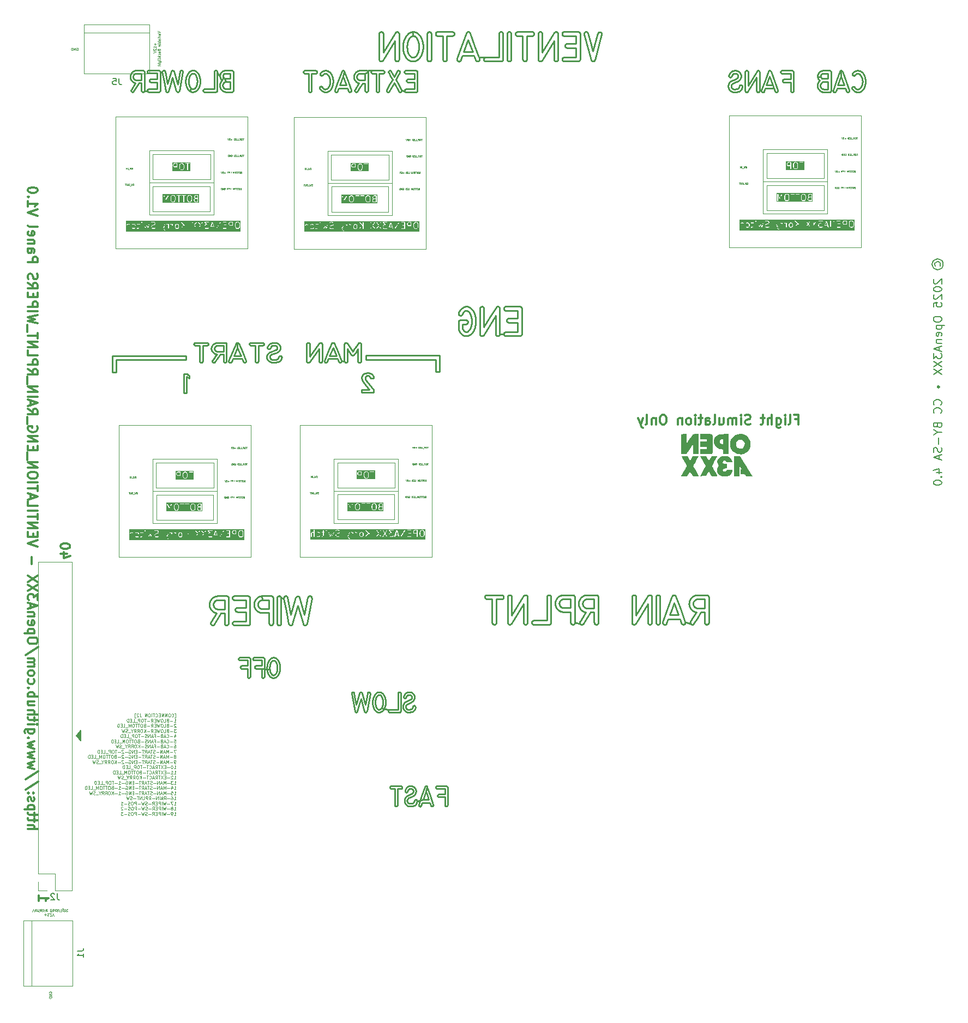
<source format=gbr>
%TF.GenerationSoftware,KiCad,Pcbnew,9.0.2*%
%TF.CreationDate,2025-07-18T21:00:18+02:00*%
%TF.ProjectId,a320-overhead-ventilation_eng_rain-rplnt-wipers,61333230-2d6f-4766-9572-686561642d76,rev?*%
%TF.SameCoordinates,Original*%
%TF.FileFunction,Legend,Bot*%
%TF.FilePolarity,Positive*%
%FSLAX46Y46*%
G04 Gerber Fmt 4.6, Leading zero omitted, Abs format (unit mm)*
G04 Created by KiCad (PCBNEW 9.0.2) date 2025-07-18 21:00:18*
%MOMM*%
%LPD*%
G01*
G04 APERTURE LIST*
%ADD10C,0.125000*%
%ADD11C,0.062500*%
%ADD12C,0.200000*%
%ADD13C,0.300000*%
%ADD14C,0.279999*%
%ADD15C,0.158750*%
%ADD16C,0.150000*%
%ADD17C,0.100000*%
%ADD18C,0.120000*%
%ADD19C,0.000000*%
%ADD20R,3.000000X3.000000*%
%ADD21C,3.000000*%
%ADD22R,1.500000X1.500000*%
%ADD23R,1.700000X1.700000*%
%ADD24C,1.700000*%
G04 APERTURE END LIST*
D10*
X43105859Y-125043558D02*
X43224906Y-125043558D01*
X43224906Y-125043558D02*
X43224906Y-124329272D01*
X43224906Y-124329272D02*
X43105859Y-124329272D01*
X42629669Y-124829272D02*
X42653478Y-124853082D01*
X42653478Y-124853082D02*
X42724907Y-124876891D01*
X42724907Y-124876891D02*
X42772526Y-124876891D01*
X42772526Y-124876891D02*
X42843954Y-124853082D01*
X42843954Y-124853082D02*
X42891573Y-124805462D01*
X42891573Y-124805462D02*
X42915383Y-124757843D01*
X42915383Y-124757843D02*
X42939192Y-124662605D01*
X42939192Y-124662605D02*
X42939192Y-124591177D01*
X42939192Y-124591177D02*
X42915383Y-124495939D01*
X42915383Y-124495939D02*
X42891573Y-124448320D01*
X42891573Y-124448320D02*
X42843954Y-124400701D01*
X42843954Y-124400701D02*
X42772526Y-124376891D01*
X42772526Y-124376891D02*
X42724907Y-124376891D01*
X42724907Y-124376891D02*
X42653478Y-124400701D01*
X42653478Y-124400701D02*
X42629669Y-124424510D01*
X42320145Y-124376891D02*
X42224907Y-124376891D01*
X42224907Y-124376891D02*
X42177288Y-124400701D01*
X42177288Y-124400701D02*
X42129669Y-124448320D01*
X42129669Y-124448320D02*
X42105859Y-124543558D01*
X42105859Y-124543558D02*
X42105859Y-124710224D01*
X42105859Y-124710224D02*
X42129669Y-124805462D01*
X42129669Y-124805462D02*
X42177288Y-124853082D01*
X42177288Y-124853082D02*
X42224907Y-124876891D01*
X42224907Y-124876891D02*
X42320145Y-124876891D01*
X42320145Y-124876891D02*
X42367764Y-124853082D01*
X42367764Y-124853082D02*
X42415383Y-124805462D01*
X42415383Y-124805462D02*
X42439192Y-124710224D01*
X42439192Y-124710224D02*
X42439192Y-124543558D01*
X42439192Y-124543558D02*
X42415383Y-124448320D01*
X42415383Y-124448320D02*
X42367764Y-124400701D01*
X42367764Y-124400701D02*
X42320145Y-124376891D01*
X41891573Y-124876891D02*
X41891573Y-124376891D01*
X41891573Y-124376891D02*
X41605859Y-124876891D01*
X41605859Y-124876891D02*
X41605859Y-124376891D01*
X41367763Y-124876891D02*
X41367763Y-124376891D01*
X41367763Y-124376891D02*
X41082049Y-124876891D01*
X41082049Y-124876891D02*
X41082049Y-124376891D01*
X40843953Y-124614986D02*
X40677286Y-124614986D01*
X40605858Y-124876891D02*
X40843953Y-124876891D01*
X40843953Y-124876891D02*
X40843953Y-124376891D01*
X40843953Y-124376891D02*
X40605858Y-124376891D01*
X40105858Y-124829272D02*
X40129667Y-124853082D01*
X40129667Y-124853082D02*
X40201096Y-124876891D01*
X40201096Y-124876891D02*
X40248715Y-124876891D01*
X40248715Y-124876891D02*
X40320143Y-124853082D01*
X40320143Y-124853082D02*
X40367762Y-124805462D01*
X40367762Y-124805462D02*
X40391572Y-124757843D01*
X40391572Y-124757843D02*
X40415381Y-124662605D01*
X40415381Y-124662605D02*
X40415381Y-124591177D01*
X40415381Y-124591177D02*
X40391572Y-124495939D01*
X40391572Y-124495939D02*
X40367762Y-124448320D01*
X40367762Y-124448320D02*
X40320143Y-124400701D01*
X40320143Y-124400701D02*
X40248715Y-124376891D01*
X40248715Y-124376891D02*
X40201096Y-124376891D01*
X40201096Y-124376891D02*
X40129667Y-124400701D01*
X40129667Y-124400701D02*
X40105858Y-124424510D01*
X39963000Y-124376891D02*
X39677286Y-124376891D01*
X39820143Y-124876891D02*
X39820143Y-124376891D01*
X39510620Y-124876891D02*
X39510620Y-124376891D01*
X39177287Y-124376891D02*
X39082049Y-124376891D01*
X39082049Y-124376891D02*
X39034430Y-124400701D01*
X39034430Y-124400701D02*
X38986811Y-124448320D01*
X38986811Y-124448320D02*
X38963001Y-124543558D01*
X38963001Y-124543558D02*
X38963001Y-124710224D01*
X38963001Y-124710224D02*
X38986811Y-124805462D01*
X38986811Y-124805462D02*
X39034430Y-124853082D01*
X39034430Y-124853082D02*
X39082049Y-124876891D01*
X39082049Y-124876891D02*
X39177287Y-124876891D01*
X39177287Y-124876891D02*
X39224906Y-124853082D01*
X39224906Y-124853082D02*
X39272525Y-124805462D01*
X39272525Y-124805462D02*
X39296334Y-124710224D01*
X39296334Y-124710224D02*
X39296334Y-124543558D01*
X39296334Y-124543558D02*
X39272525Y-124448320D01*
X39272525Y-124448320D02*
X39224906Y-124400701D01*
X39224906Y-124400701D02*
X39177287Y-124376891D01*
X38748715Y-124876891D02*
X38748715Y-124376891D01*
X38748715Y-124376891D02*
X38463001Y-124876891D01*
X38463001Y-124876891D02*
X38463001Y-124376891D01*
X37701096Y-124376891D02*
X37701096Y-124734034D01*
X37701096Y-124734034D02*
X37724905Y-124805462D01*
X37724905Y-124805462D02*
X37772524Y-124853082D01*
X37772524Y-124853082D02*
X37843953Y-124876891D01*
X37843953Y-124876891D02*
X37891572Y-124876891D01*
X37486810Y-124424510D02*
X37463001Y-124400701D01*
X37463001Y-124400701D02*
X37415382Y-124376891D01*
X37415382Y-124376891D02*
X37296334Y-124376891D01*
X37296334Y-124376891D02*
X37248715Y-124400701D01*
X37248715Y-124400701D02*
X37224906Y-124424510D01*
X37224906Y-124424510D02*
X37201096Y-124472129D01*
X37201096Y-124472129D02*
X37201096Y-124519748D01*
X37201096Y-124519748D02*
X37224906Y-124591177D01*
X37224906Y-124591177D02*
X37510620Y-124876891D01*
X37510620Y-124876891D02*
X37201096Y-124876891D01*
X37034430Y-125043558D02*
X36915382Y-125043558D01*
X36915382Y-125043558D02*
X36915382Y-124329272D01*
X36915382Y-124329272D02*
X37034430Y-124329272D01*
X42986811Y-125681863D02*
X43272525Y-125681863D01*
X43129668Y-125681863D02*
X43129668Y-125181863D01*
X43129668Y-125181863D02*
X43177287Y-125253292D01*
X43177287Y-125253292D02*
X43224906Y-125300911D01*
X43224906Y-125300911D02*
X43272525Y-125324720D01*
X42772526Y-125491387D02*
X42391574Y-125491387D01*
X41986811Y-125419958D02*
X41915383Y-125443768D01*
X41915383Y-125443768D02*
X41891573Y-125467577D01*
X41891573Y-125467577D02*
X41867764Y-125515196D01*
X41867764Y-125515196D02*
X41867764Y-125586625D01*
X41867764Y-125586625D02*
X41891573Y-125634244D01*
X41891573Y-125634244D02*
X41915383Y-125658054D01*
X41915383Y-125658054D02*
X41963002Y-125681863D01*
X41963002Y-125681863D02*
X42153478Y-125681863D01*
X42153478Y-125681863D02*
X42153478Y-125181863D01*
X42153478Y-125181863D02*
X41986811Y-125181863D01*
X41986811Y-125181863D02*
X41939192Y-125205673D01*
X41939192Y-125205673D02*
X41915383Y-125229482D01*
X41915383Y-125229482D02*
X41891573Y-125277101D01*
X41891573Y-125277101D02*
X41891573Y-125324720D01*
X41891573Y-125324720D02*
X41915383Y-125372339D01*
X41915383Y-125372339D02*
X41939192Y-125396149D01*
X41939192Y-125396149D02*
X41986811Y-125419958D01*
X41986811Y-125419958D02*
X42153478Y-125419958D01*
X41415383Y-125681863D02*
X41653478Y-125681863D01*
X41653478Y-125681863D02*
X41653478Y-125181863D01*
X41153478Y-125181863D02*
X41058240Y-125181863D01*
X41058240Y-125181863D02*
X41010621Y-125205673D01*
X41010621Y-125205673D02*
X40963002Y-125253292D01*
X40963002Y-125253292D02*
X40939192Y-125348530D01*
X40939192Y-125348530D02*
X40939192Y-125515196D01*
X40939192Y-125515196D02*
X40963002Y-125610434D01*
X40963002Y-125610434D02*
X41010621Y-125658054D01*
X41010621Y-125658054D02*
X41058240Y-125681863D01*
X41058240Y-125681863D02*
X41153478Y-125681863D01*
X41153478Y-125681863D02*
X41201097Y-125658054D01*
X41201097Y-125658054D02*
X41248716Y-125610434D01*
X41248716Y-125610434D02*
X41272525Y-125515196D01*
X41272525Y-125515196D02*
X41272525Y-125348530D01*
X41272525Y-125348530D02*
X41248716Y-125253292D01*
X41248716Y-125253292D02*
X41201097Y-125205673D01*
X41201097Y-125205673D02*
X41153478Y-125181863D01*
X40772525Y-125181863D02*
X40653477Y-125681863D01*
X40653477Y-125681863D02*
X40558239Y-125324720D01*
X40558239Y-125324720D02*
X40463001Y-125681863D01*
X40463001Y-125681863D02*
X40343954Y-125181863D01*
X40153477Y-125419958D02*
X39986810Y-125419958D01*
X39915382Y-125681863D02*
X40153477Y-125681863D01*
X40153477Y-125681863D02*
X40153477Y-125181863D01*
X40153477Y-125181863D02*
X39915382Y-125181863D01*
X39415382Y-125681863D02*
X39582048Y-125443768D01*
X39701096Y-125681863D02*
X39701096Y-125181863D01*
X39701096Y-125181863D02*
X39510620Y-125181863D01*
X39510620Y-125181863D02*
X39463001Y-125205673D01*
X39463001Y-125205673D02*
X39439191Y-125229482D01*
X39439191Y-125229482D02*
X39415382Y-125277101D01*
X39415382Y-125277101D02*
X39415382Y-125348530D01*
X39415382Y-125348530D02*
X39439191Y-125396149D01*
X39439191Y-125396149D02*
X39463001Y-125419958D01*
X39463001Y-125419958D02*
X39510620Y-125443768D01*
X39510620Y-125443768D02*
X39701096Y-125443768D01*
X39201096Y-125491387D02*
X38820144Y-125491387D01*
X38653476Y-125181863D02*
X38367762Y-125181863D01*
X38510619Y-125681863D02*
X38510619Y-125181863D01*
X38105858Y-125181863D02*
X38010620Y-125181863D01*
X38010620Y-125181863D02*
X37963001Y-125205673D01*
X37963001Y-125205673D02*
X37915382Y-125253292D01*
X37915382Y-125253292D02*
X37891572Y-125348530D01*
X37891572Y-125348530D02*
X37891572Y-125515196D01*
X37891572Y-125515196D02*
X37915382Y-125610434D01*
X37915382Y-125610434D02*
X37963001Y-125658054D01*
X37963001Y-125658054D02*
X38010620Y-125681863D01*
X38010620Y-125681863D02*
X38105858Y-125681863D01*
X38105858Y-125681863D02*
X38153477Y-125658054D01*
X38153477Y-125658054D02*
X38201096Y-125610434D01*
X38201096Y-125610434D02*
X38224905Y-125515196D01*
X38224905Y-125515196D02*
X38224905Y-125348530D01*
X38224905Y-125348530D02*
X38201096Y-125253292D01*
X38201096Y-125253292D02*
X38153477Y-125205673D01*
X38153477Y-125205673D02*
X38105858Y-125181863D01*
X37677286Y-125681863D02*
X37677286Y-125181863D01*
X37677286Y-125181863D02*
X37486810Y-125181863D01*
X37486810Y-125181863D02*
X37439191Y-125205673D01*
X37439191Y-125205673D02*
X37415381Y-125229482D01*
X37415381Y-125229482D02*
X37391572Y-125277101D01*
X37391572Y-125277101D02*
X37391572Y-125348530D01*
X37391572Y-125348530D02*
X37415381Y-125396149D01*
X37415381Y-125396149D02*
X37439191Y-125419958D01*
X37439191Y-125419958D02*
X37486810Y-125443768D01*
X37486810Y-125443768D02*
X37677286Y-125443768D01*
X37296334Y-125729482D02*
X36915381Y-125729482D01*
X36558239Y-125681863D02*
X36796334Y-125681863D01*
X36796334Y-125681863D02*
X36796334Y-125181863D01*
X36391572Y-125419958D02*
X36224905Y-125419958D01*
X36153477Y-125681863D02*
X36391572Y-125681863D01*
X36391572Y-125681863D02*
X36391572Y-125181863D01*
X36391572Y-125181863D02*
X36153477Y-125181863D01*
X35939191Y-125681863D02*
X35939191Y-125181863D01*
X35939191Y-125181863D02*
X35820143Y-125181863D01*
X35820143Y-125181863D02*
X35748715Y-125205673D01*
X35748715Y-125205673D02*
X35701096Y-125253292D01*
X35701096Y-125253292D02*
X35677286Y-125300911D01*
X35677286Y-125300911D02*
X35653477Y-125396149D01*
X35653477Y-125396149D02*
X35653477Y-125467577D01*
X35653477Y-125467577D02*
X35677286Y-125562815D01*
X35677286Y-125562815D02*
X35701096Y-125610434D01*
X35701096Y-125610434D02*
X35748715Y-125658054D01*
X35748715Y-125658054D02*
X35820143Y-125681863D01*
X35820143Y-125681863D02*
X35939191Y-125681863D01*
X43272525Y-126034454D02*
X43248716Y-126010645D01*
X43248716Y-126010645D02*
X43201097Y-125986835D01*
X43201097Y-125986835D02*
X43082049Y-125986835D01*
X43082049Y-125986835D02*
X43034430Y-126010645D01*
X43034430Y-126010645D02*
X43010621Y-126034454D01*
X43010621Y-126034454D02*
X42986811Y-126082073D01*
X42986811Y-126082073D02*
X42986811Y-126129692D01*
X42986811Y-126129692D02*
X43010621Y-126201121D01*
X43010621Y-126201121D02*
X43296335Y-126486835D01*
X43296335Y-126486835D02*
X42986811Y-126486835D01*
X42772526Y-126296359D02*
X42391574Y-126296359D01*
X41986811Y-126224930D02*
X41915383Y-126248740D01*
X41915383Y-126248740D02*
X41891573Y-126272549D01*
X41891573Y-126272549D02*
X41867764Y-126320168D01*
X41867764Y-126320168D02*
X41867764Y-126391597D01*
X41867764Y-126391597D02*
X41891573Y-126439216D01*
X41891573Y-126439216D02*
X41915383Y-126463026D01*
X41915383Y-126463026D02*
X41963002Y-126486835D01*
X41963002Y-126486835D02*
X42153478Y-126486835D01*
X42153478Y-126486835D02*
X42153478Y-125986835D01*
X42153478Y-125986835D02*
X41986811Y-125986835D01*
X41986811Y-125986835D02*
X41939192Y-126010645D01*
X41939192Y-126010645D02*
X41915383Y-126034454D01*
X41915383Y-126034454D02*
X41891573Y-126082073D01*
X41891573Y-126082073D02*
X41891573Y-126129692D01*
X41891573Y-126129692D02*
X41915383Y-126177311D01*
X41915383Y-126177311D02*
X41939192Y-126201121D01*
X41939192Y-126201121D02*
X41986811Y-126224930D01*
X41986811Y-126224930D02*
X42153478Y-126224930D01*
X41415383Y-126486835D02*
X41653478Y-126486835D01*
X41653478Y-126486835D02*
X41653478Y-125986835D01*
X41153478Y-125986835D02*
X41058240Y-125986835D01*
X41058240Y-125986835D02*
X41010621Y-126010645D01*
X41010621Y-126010645D02*
X40963002Y-126058264D01*
X40963002Y-126058264D02*
X40939192Y-126153502D01*
X40939192Y-126153502D02*
X40939192Y-126320168D01*
X40939192Y-126320168D02*
X40963002Y-126415406D01*
X40963002Y-126415406D02*
X41010621Y-126463026D01*
X41010621Y-126463026D02*
X41058240Y-126486835D01*
X41058240Y-126486835D02*
X41153478Y-126486835D01*
X41153478Y-126486835D02*
X41201097Y-126463026D01*
X41201097Y-126463026D02*
X41248716Y-126415406D01*
X41248716Y-126415406D02*
X41272525Y-126320168D01*
X41272525Y-126320168D02*
X41272525Y-126153502D01*
X41272525Y-126153502D02*
X41248716Y-126058264D01*
X41248716Y-126058264D02*
X41201097Y-126010645D01*
X41201097Y-126010645D02*
X41153478Y-125986835D01*
X40772525Y-125986835D02*
X40653477Y-126486835D01*
X40653477Y-126486835D02*
X40558239Y-126129692D01*
X40558239Y-126129692D02*
X40463001Y-126486835D01*
X40463001Y-126486835D02*
X40343954Y-125986835D01*
X40153477Y-126224930D02*
X39986810Y-126224930D01*
X39915382Y-126486835D02*
X40153477Y-126486835D01*
X40153477Y-126486835D02*
X40153477Y-125986835D01*
X40153477Y-125986835D02*
X39915382Y-125986835D01*
X39415382Y-126486835D02*
X39582048Y-126248740D01*
X39701096Y-126486835D02*
X39701096Y-125986835D01*
X39701096Y-125986835D02*
X39510620Y-125986835D01*
X39510620Y-125986835D02*
X39463001Y-126010645D01*
X39463001Y-126010645D02*
X39439191Y-126034454D01*
X39439191Y-126034454D02*
X39415382Y-126082073D01*
X39415382Y-126082073D02*
X39415382Y-126153502D01*
X39415382Y-126153502D02*
X39439191Y-126201121D01*
X39439191Y-126201121D02*
X39463001Y-126224930D01*
X39463001Y-126224930D02*
X39510620Y-126248740D01*
X39510620Y-126248740D02*
X39701096Y-126248740D01*
X39201096Y-126296359D02*
X38820144Y-126296359D01*
X38415381Y-126224930D02*
X38343953Y-126248740D01*
X38343953Y-126248740D02*
X38320143Y-126272549D01*
X38320143Y-126272549D02*
X38296334Y-126320168D01*
X38296334Y-126320168D02*
X38296334Y-126391597D01*
X38296334Y-126391597D02*
X38320143Y-126439216D01*
X38320143Y-126439216D02*
X38343953Y-126463026D01*
X38343953Y-126463026D02*
X38391572Y-126486835D01*
X38391572Y-126486835D02*
X38582048Y-126486835D01*
X38582048Y-126486835D02*
X38582048Y-125986835D01*
X38582048Y-125986835D02*
X38415381Y-125986835D01*
X38415381Y-125986835D02*
X38367762Y-126010645D01*
X38367762Y-126010645D02*
X38343953Y-126034454D01*
X38343953Y-126034454D02*
X38320143Y-126082073D01*
X38320143Y-126082073D02*
X38320143Y-126129692D01*
X38320143Y-126129692D02*
X38343953Y-126177311D01*
X38343953Y-126177311D02*
X38367762Y-126201121D01*
X38367762Y-126201121D02*
X38415381Y-126224930D01*
X38415381Y-126224930D02*
X38582048Y-126224930D01*
X37986810Y-125986835D02*
X37891572Y-125986835D01*
X37891572Y-125986835D02*
X37843953Y-126010645D01*
X37843953Y-126010645D02*
X37796334Y-126058264D01*
X37796334Y-126058264D02*
X37772524Y-126153502D01*
X37772524Y-126153502D02*
X37772524Y-126320168D01*
X37772524Y-126320168D02*
X37796334Y-126415406D01*
X37796334Y-126415406D02*
X37843953Y-126463026D01*
X37843953Y-126463026D02*
X37891572Y-126486835D01*
X37891572Y-126486835D02*
X37986810Y-126486835D01*
X37986810Y-126486835D02*
X38034429Y-126463026D01*
X38034429Y-126463026D02*
X38082048Y-126415406D01*
X38082048Y-126415406D02*
X38105857Y-126320168D01*
X38105857Y-126320168D02*
X38105857Y-126153502D01*
X38105857Y-126153502D02*
X38082048Y-126058264D01*
X38082048Y-126058264D02*
X38034429Y-126010645D01*
X38034429Y-126010645D02*
X37986810Y-125986835D01*
X37629666Y-125986835D02*
X37343952Y-125986835D01*
X37486809Y-126486835D02*
X37486809Y-125986835D01*
X37248714Y-125986835D02*
X36963000Y-125986835D01*
X37105857Y-126486835D02*
X37105857Y-125986835D01*
X36701096Y-125986835D02*
X36605858Y-125986835D01*
X36605858Y-125986835D02*
X36558239Y-126010645D01*
X36558239Y-126010645D02*
X36510620Y-126058264D01*
X36510620Y-126058264D02*
X36486810Y-126153502D01*
X36486810Y-126153502D02*
X36486810Y-126320168D01*
X36486810Y-126320168D02*
X36510620Y-126415406D01*
X36510620Y-126415406D02*
X36558239Y-126463026D01*
X36558239Y-126463026D02*
X36605858Y-126486835D01*
X36605858Y-126486835D02*
X36701096Y-126486835D01*
X36701096Y-126486835D02*
X36748715Y-126463026D01*
X36748715Y-126463026D02*
X36796334Y-126415406D01*
X36796334Y-126415406D02*
X36820143Y-126320168D01*
X36820143Y-126320168D02*
X36820143Y-126153502D01*
X36820143Y-126153502D02*
X36796334Y-126058264D01*
X36796334Y-126058264D02*
X36748715Y-126010645D01*
X36748715Y-126010645D02*
X36701096Y-125986835D01*
X36272524Y-126486835D02*
X36272524Y-125986835D01*
X36272524Y-125986835D02*
X36105857Y-126343978D01*
X36105857Y-126343978D02*
X35939191Y-125986835D01*
X35939191Y-125986835D02*
X35939191Y-126486835D01*
X35820143Y-126534454D02*
X35439190Y-126534454D01*
X35082048Y-126486835D02*
X35320143Y-126486835D01*
X35320143Y-126486835D02*
X35320143Y-125986835D01*
X34915381Y-126224930D02*
X34748714Y-126224930D01*
X34677286Y-126486835D02*
X34915381Y-126486835D01*
X34915381Y-126486835D02*
X34915381Y-125986835D01*
X34915381Y-125986835D02*
X34677286Y-125986835D01*
X34463000Y-126486835D02*
X34463000Y-125986835D01*
X34463000Y-125986835D02*
X34343952Y-125986835D01*
X34343952Y-125986835D02*
X34272524Y-126010645D01*
X34272524Y-126010645D02*
X34224905Y-126058264D01*
X34224905Y-126058264D02*
X34201095Y-126105883D01*
X34201095Y-126105883D02*
X34177286Y-126201121D01*
X34177286Y-126201121D02*
X34177286Y-126272549D01*
X34177286Y-126272549D02*
X34201095Y-126367787D01*
X34201095Y-126367787D02*
X34224905Y-126415406D01*
X34224905Y-126415406D02*
X34272524Y-126463026D01*
X34272524Y-126463026D02*
X34343952Y-126486835D01*
X34343952Y-126486835D02*
X34463000Y-126486835D01*
X43296335Y-126791807D02*
X42986811Y-126791807D01*
X42986811Y-126791807D02*
X43153478Y-126982283D01*
X43153478Y-126982283D02*
X43082049Y-126982283D01*
X43082049Y-126982283D02*
X43034430Y-127006093D01*
X43034430Y-127006093D02*
X43010621Y-127029902D01*
X43010621Y-127029902D02*
X42986811Y-127077521D01*
X42986811Y-127077521D02*
X42986811Y-127196569D01*
X42986811Y-127196569D02*
X43010621Y-127244188D01*
X43010621Y-127244188D02*
X43034430Y-127267998D01*
X43034430Y-127267998D02*
X43082049Y-127291807D01*
X43082049Y-127291807D02*
X43224906Y-127291807D01*
X43224906Y-127291807D02*
X43272525Y-127267998D01*
X43272525Y-127267998D02*
X43296335Y-127244188D01*
X42772526Y-127101331D02*
X42391574Y-127101331D01*
X41986811Y-127029902D02*
X41915383Y-127053712D01*
X41915383Y-127053712D02*
X41891573Y-127077521D01*
X41891573Y-127077521D02*
X41867764Y-127125140D01*
X41867764Y-127125140D02*
X41867764Y-127196569D01*
X41867764Y-127196569D02*
X41891573Y-127244188D01*
X41891573Y-127244188D02*
X41915383Y-127267998D01*
X41915383Y-127267998D02*
X41963002Y-127291807D01*
X41963002Y-127291807D02*
X42153478Y-127291807D01*
X42153478Y-127291807D02*
X42153478Y-126791807D01*
X42153478Y-126791807D02*
X41986811Y-126791807D01*
X41986811Y-126791807D02*
X41939192Y-126815617D01*
X41939192Y-126815617D02*
X41915383Y-126839426D01*
X41915383Y-126839426D02*
X41891573Y-126887045D01*
X41891573Y-126887045D02*
X41891573Y-126934664D01*
X41891573Y-126934664D02*
X41915383Y-126982283D01*
X41915383Y-126982283D02*
X41939192Y-127006093D01*
X41939192Y-127006093D02*
X41986811Y-127029902D01*
X41986811Y-127029902D02*
X42153478Y-127029902D01*
X41415383Y-127291807D02*
X41653478Y-127291807D01*
X41653478Y-127291807D02*
X41653478Y-126791807D01*
X41153478Y-126791807D02*
X41058240Y-126791807D01*
X41058240Y-126791807D02*
X41010621Y-126815617D01*
X41010621Y-126815617D02*
X40963002Y-126863236D01*
X40963002Y-126863236D02*
X40939192Y-126958474D01*
X40939192Y-126958474D02*
X40939192Y-127125140D01*
X40939192Y-127125140D02*
X40963002Y-127220378D01*
X40963002Y-127220378D02*
X41010621Y-127267998D01*
X41010621Y-127267998D02*
X41058240Y-127291807D01*
X41058240Y-127291807D02*
X41153478Y-127291807D01*
X41153478Y-127291807D02*
X41201097Y-127267998D01*
X41201097Y-127267998D02*
X41248716Y-127220378D01*
X41248716Y-127220378D02*
X41272525Y-127125140D01*
X41272525Y-127125140D02*
X41272525Y-126958474D01*
X41272525Y-126958474D02*
X41248716Y-126863236D01*
X41248716Y-126863236D02*
X41201097Y-126815617D01*
X41201097Y-126815617D02*
X41153478Y-126791807D01*
X40772525Y-126791807D02*
X40653477Y-127291807D01*
X40653477Y-127291807D02*
X40558239Y-126934664D01*
X40558239Y-126934664D02*
X40463001Y-127291807D01*
X40463001Y-127291807D02*
X40343954Y-126791807D01*
X40153477Y-127029902D02*
X39986810Y-127029902D01*
X39915382Y-127291807D02*
X40153477Y-127291807D01*
X40153477Y-127291807D02*
X40153477Y-126791807D01*
X40153477Y-126791807D02*
X39915382Y-126791807D01*
X39415382Y-127291807D02*
X39582048Y-127053712D01*
X39701096Y-127291807D02*
X39701096Y-126791807D01*
X39701096Y-126791807D02*
X39510620Y-126791807D01*
X39510620Y-126791807D02*
X39463001Y-126815617D01*
X39463001Y-126815617D02*
X39439191Y-126839426D01*
X39439191Y-126839426D02*
X39415382Y-126887045D01*
X39415382Y-126887045D02*
X39415382Y-126958474D01*
X39415382Y-126958474D02*
X39439191Y-127006093D01*
X39439191Y-127006093D02*
X39463001Y-127029902D01*
X39463001Y-127029902D02*
X39510620Y-127053712D01*
X39510620Y-127053712D02*
X39701096Y-127053712D01*
X39201096Y-127101331D02*
X38820144Y-127101331D01*
X38582048Y-127291807D02*
X38582048Y-126791807D01*
X38296334Y-127291807D02*
X38510619Y-127006093D01*
X38296334Y-126791807D02*
X38582048Y-127077521D01*
X37986810Y-126791807D02*
X37891572Y-126791807D01*
X37891572Y-126791807D02*
X37843953Y-126815617D01*
X37843953Y-126815617D02*
X37796334Y-126863236D01*
X37796334Y-126863236D02*
X37772524Y-126958474D01*
X37772524Y-126958474D02*
X37772524Y-127125140D01*
X37772524Y-127125140D02*
X37796334Y-127220378D01*
X37796334Y-127220378D02*
X37843953Y-127267998D01*
X37843953Y-127267998D02*
X37891572Y-127291807D01*
X37891572Y-127291807D02*
X37986810Y-127291807D01*
X37986810Y-127291807D02*
X38034429Y-127267998D01*
X38034429Y-127267998D02*
X38082048Y-127220378D01*
X38082048Y-127220378D02*
X38105857Y-127125140D01*
X38105857Y-127125140D02*
X38105857Y-126958474D01*
X38105857Y-126958474D02*
X38082048Y-126863236D01*
X38082048Y-126863236D02*
X38034429Y-126815617D01*
X38034429Y-126815617D02*
X37986810Y-126791807D01*
X37272524Y-127291807D02*
X37439190Y-127053712D01*
X37558238Y-127291807D02*
X37558238Y-126791807D01*
X37558238Y-126791807D02*
X37367762Y-126791807D01*
X37367762Y-126791807D02*
X37320143Y-126815617D01*
X37320143Y-126815617D02*
X37296333Y-126839426D01*
X37296333Y-126839426D02*
X37272524Y-126887045D01*
X37272524Y-126887045D02*
X37272524Y-126958474D01*
X37272524Y-126958474D02*
X37296333Y-127006093D01*
X37296333Y-127006093D02*
X37320143Y-127029902D01*
X37320143Y-127029902D02*
X37367762Y-127053712D01*
X37367762Y-127053712D02*
X37558238Y-127053712D01*
X36772524Y-127291807D02*
X36939190Y-127053712D01*
X37058238Y-127291807D02*
X37058238Y-126791807D01*
X37058238Y-126791807D02*
X36867762Y-126791807D01*
X36867762Y-126791807D02*
X36820143Y-126815617D01*
X36820143Y-126815617D02*
X36796333Y-126839426D01*
X36796333Y-126839426D02*
X36772524Y-126887045D01*
X36772524Y-126887045D02*
X36772524Y-126958474D01*
X36772524Y-126958474D02*
X36796333Y-127006093D01*
X36796333Y-127006093D02*
X36820143Y-127029902D01*
X36820143Y-127029902D02*
X36867762Y-127053712D01*
X36867762Y-127053712D02*
X37058238Y-127053712D01*
X36463000Y-127053712D02*
X36463000Y-127291807D01*
X36629666Y-126791807D02*
X36463000Y-127053712D01*
X36463000Y-127053712D02*
X36296333Y-126791807D01*
X36248715Y-127339426D02*
X35867762Y-127339426D01*
X35772524Y-127267998D02*
X35701096Y-127291807D01*
X35701096Y-127291807D02*
X35582048Y-127291807D01*
X35582048Y-127291807D02*
X35534429Y-127267998D01*
X35534429Y-127267998D02*
X35510620Y-127244188D01*
X35510620Y-127244188D02*
X35486810Y-127196569D01*
X35486810Y-127196569D02*
X35486810Y-127148950D01*
X35486810Y-127148950D02*
X35510620Y-127101331D01*
X35510620Y-127101331D02*
X35534429Y-127077521D01*
X35534429Y-127077521D02*
X35582048Y-127053712D01*
X35582048Y-127053712D02*
X35677286Y-127029902D01*
X35677286Y-127029902D02*
X35724905Y-127006093D01*
X35724905Y-127006093D02*
X35748715Y-126982283D01*
X35748715Y-126982283D02*
X35772524Y-126934664D01*
X35772524Y-126934664D02*
X35772524Y-126887045D01*
X35772524Y-126887045D02*
X35748715Y-126839426D01*
X35748715Y-126839426D02*
X35724905Y-126815617D01*
X35724905Y-126815617D02*
X35677286Y-126791807D01*
X35677286Y-126791807D02*
X35558239Y-126791807D01*
X35558239Y-126791807D02*
X35486810Y-126815617D01*
X35320144Y-126791807D02*
X35201096Y-127291807D01*
X35201096Y-127291807D02*
X35105858Y-126934664D01*
X35105858Y-126934664D02*
X35010620Y-127291807D01*
X35010620Y-127291807D02*
X34891573Y-126791807D01*
X43034430Y-127763446D02*
X43034430Y-128096779D01*
X43153478Y-127572970D02*
X43272525Y-127930112D01*
X43272525Y-127930112D02*
X42963002Y-127930112D01*
X42772526Y-127906303D02*
X42391574Y-127906303D01*
X41867764Y-128049160D02*
X41891573Y-128072970D01*
X41891573Y-128072970D02*
X41963002Y-128096779D01*
X41963002Y-128096779D02*
X42010621Y-128096779D01*
X42010621Y-128096779D02*
X42082049Y-128072970D01*
X42082049Y-128072970D02*
X42129668Y-128025350D01*
X42129668Y-128025350D02*
X42153478Y-127977731D01*
X42153478Y-127977731D02*
X42177287Y-127882493D01*
X42177287Y-127882493D02*
X42177287Y-127811065D01*
X42177287Y-127811065D02*
X42153478Y-127715827D01*
X42153478Y-127715827D02*
X42129668Y-127668208D01*
X42129668Y-127668208D02*
X42082049Y-127620589D01*
X42082049Y-127620589D02*
X42010621Y-127596779D01*
X42010621Y-127596779D02*
X41963002Y-127596779D01*
X41963002Y-127596779D02*
X41891573Y-127620589D01*
X41891573Y-127620589D02*
X41867764Y-127644398D01*
X41677287Y-127953922D02*
X41439192Y-127953922D01*
X41724906Y-128096779D02*
X41558240Y-127596779D01*
X41558240Y-127596779D02*
X41391573Y-128096779D01*
X41058240Y-127834874D02*
X40986812Y-127858684D01*
X40986812Y-127858684D02*
X40963002Y-127882493D01*
X40963002Y-127882493D02*
X40939193Y-127930112D01*
X40939193Y-127930112D02*
X40939193Y-128001541D01*
X40939193Y-128001541D02*
X40963002Y-128049160D01*
X40963002Y-128049160D02*
X40986812Y-128072970D01*
X40986812Y-128072970D02*
X41034431Y-128096779D01*
X41034431Y-128096779D02*
X41224907Y-128096779D01*
X41224907Y-128096779D02*
X41224907Y-127596779D01*
X41224907Y-127596779D02*
X41058240Y-127596779D01*
X41058240Y-127596779D02*
X41010621Y-127620589D01*
X41010621Y-127620589D02*
X40986812Y-127644398D01*
X40986812Y-127644398D02*
X40963002Y-127692017D01*
X40963002Y-127692017D02*
X40963002Y-127739636D01*
X40963002Y-127739636D02*
X40986812Y-127787255D01*
X40986812Y-127787255D02*
X41010621Y-127811065D01*
X41010621Y-127811065D02*
X41058240Y-127834874D01*
X41058240Y-127834874D02*
X41224907Y-127834874D01*
X40724907Y-127906303D02*
X40343955Y-127906303D01*
X39939192Y-127834874D02*
X40105859Y-127834874D01*
X40105859Y-128096779D02*
X40105859Y-127596779D01*
X40105859Y-127596779D02*
X39867764Y-127596779D01*
X39701097Y-127953922D02*
X39463002Y-127953922D01*
X39748716Y-128096779D02*
X39582050Y-127596779D01*
X39582050Y-127596779D02*
X39415383Y-128096779D01*
X39248717Y-128096779D02*
X39248717Y-127596779D01*
X39248717Y-127596779D02*
X38963003Y-128096779D01*
X38963003Y-128096779D02*
X38963003Y-127596779D01*
X38748716Y-128072970D02*
X38677288Y-128096779D01*
X38677288Y-128096779D02*
X38558240Y-128096779D01*
X38558240Y-128096779D02*
X38510621Y-128072970D01*
X38510621Y-128072970D02*
X38486812Y-128049160D01*
X38486812Y-128049160D02*
X38463002Y-128001541D01*
X38463002Y-128001541D02*
X38463002Y-127953922D01*
X38463002Y-127953922D02*
X38486812Y-127906303D01*
X38486812Y-127906303D02*
X38510621Y-127882493D01*
X38510621Y-127882493D02*
X38558240Y-127858684D01*
X38558240Y-127858684D02*
X38653478Y-127834874D01*
X38653478Y-127834874D02*
X38701097Y-127811065D01*
X38701097Y-127811065D02*
X38724907Y-127787255D01*
X38724907Y-127787255D02*
X38748716Y-127739636D01*
X38748716Y-127739636D02*
X38748716Y-127692017D01*
X38748716Y-127692017D02*
X38724907Y-127644398D01*
X38724907Y-127644398D02*
X38701097Y-127620589D01*
X38701097Y-127620589D02*
X38653478Y-127596779D01*
X38653478Y-127596779D02*
X38534431Y-127596779D01*
X38534431Y-127596779D02*
X38463002Y-127620589D01*
X38248717Y-127906303D02*
X37867765Y-127906303D01*
X37701097Y-127596779D02*
X37415383Y-127596779D01*
X37558240Y-128096779D02*
X37558240Y-127596779D01*
X37153479Y-127596779D02*
X37058241Y-127596779D01*
X37058241Y-127596779D02*
X37010622Y-127620589D01*
X37010622Y-127620589D02*
X36963003Y-127668208D01*
X36963003Y-127668208D02*
X36939193Y-127763446D01*
X36939193Y-127763446D02*
X36939193Y-127930112D01*
X36939193Y-127930112D02*
X36963003Y-128025350D01*
X36963003Y-128025350D02*
X37010622Y-128072970D01*
X37010622Y-128072970D02*
X37058241Y-128096779D01*
X37058241Y-128096779D02*
X37153479Y-128096779D01*
X37153479Y-128096779D02*
X37201098Y-128072970D01*
X37201098Y-128072970D02*
X37248717Y-128025350D01*
X37248717Y-128025350D02*
X37272526Y-127930112D01*
X37272526Y-127930112D02*
X37272526Y-127763446D01*
X37272526Y-127763446D02*
X37248717Y-127668208D01*
X37248717Y-127668208D02*
X37201098Y-127620589D01*
X37201098Y-127620589D02*
X37153479Y-127596779D01*
X36724907Y-128096779D02*
X36724907Y-127596779D01*
X36724907Y-127596779D02*
X36534431Y-127596779D01*
X36534431Y-127596779D02*
X36486812Y-127620589D01*
X36486812Y-127620589D02*
X36463002Y-127644398D01*
X36463002Y-127644398D02*
X36439193Y-127692017D01*
X36439193Y-127692017D02*
X36439193Y-127763446D01*
X36439193Y-127763446D02*
X36463002Y-127811065D01*
X36463002Y-127811065D02*
X36486812Y-127834874D01*
X36486812Y-127834874D02*
X36534431Y-127858684D01*
X36534431Y-127858684D02*
X36724907Y-127858684D01*
X36343955Y-128144398D02*
X35963002Y-128144398D01*
X35605860Y-128096779D02*
X35843955Y-128096779D01*
X35843955Y-128096779D02*
X35843955Y-127596779D01*
X35439193Y-127834874D02*
X35272526Y-127834874D01*
X35201098Y-128096779D02*
X35439193Y-128096779D01*
X35439193Y-128096779D02*
X35439193Y-127596779D01*
X35439193Y-127596779D02*
X35201098Y-127596779D01*
X34986812Y-128096779D02*
X34986812Y-127596779D01*
X34986812Y-127596779D02*
X34867764Y-127596779D01*
X34867764Y-127596779D02*
X34796336Y-127620589D01*
X34796336Y-127620589D02*
X34748717Y-127668208D01*
X34748717Y-127668208D02*
X34724907Y-127715827D01*
X34724907Y-127715827D02*
X34701098Y-127811065D01*
X34701098Y-127811065D02*
X34701098Y-127882493D01*
X34701098Y-127882493D02*
X34724907Y-127977731D01*
X34724907Y-127977731D02*
X34748717Y-128025350D01*
X34748717Y-128025350D02*
X34796336Y-128072970D01*
X34796336Y-128072970D02*
X34867764Y-128096779D01*
X34867764Y-128096779D02*
X34986812Y-128096779D01*
X43010621Y-128401751D02*
X43248716Y-128401751D01*
X43248716Y-128401751D02*
X43272525Y-128639846D01*
X43272525Y-128639846D02*
X43248716Y-128616037D01*
X43248716Y-128616037D02*
X43201097Y-128592227D01*
X43201097Y-128592227D02*
X43082049Y-128592227D01*
X43082049Y-128592227D02*
X43034430Y-128616037D01*
X43034430Y-128616037D02*
X43010621Y-128639846D01*
X43010621Y-128639846D02*
X42986811Y-128687465D01*
X42986811Y-128687465D02*
X42986811Y-128806513D01*
X42986811Y-128806513D02*
X43010621Y-128854132D01*
X43010621Y-128854132D02*
X43034430Y-128877942D01*
X43034430Y-128877942D02*
X43082049Y-128901751D01*
X43082049Y-128901751D02*
X43201097Y-128901751D01*
X43201097Y-128901751D02*
X43248716Y-128877942D01*
X43248716Y-128877942D02*
X43272525Y-128854132D01*
X42772526Y-128711275D02*
X42391574Y-128711275D01*
X41867764Y-128854132D02*
X41891573Y-128877942D01*
X41891573Y-128877942D02*
X41963002Y-128901751D01*
X41963002Y-128901751D02*
X42010621Y-128901751D01*
X42010621Y-128901751D02*
X42082049Y-128877942D01*
X42082049Y-128877942D02*
X42129668Y-128830322D01*
X42129668Y-128830322D02*
X42153478Y-128782703D01*
X42153478Y-128782703D02*
X42177287Y-128687465D01*
X42177287Y-128687465D02*
X42177287Y-128616037D01*
X42177287Y-128616037D02*
X42153478Y-128520799D01*
X42153478Y-128520799D02*
X42129668Y-128473180D01*
X42129668Y-128473180D02*
X42082049Y-128425561D01*
X42082049Y-128425561D02*
X42010621Y-128401751D01*
X42010621Y-128401751D02*
X41963002Y-128401751D01*
X41963002Y-128401751D02*
X41891573Y-128425561D01*
X41891573Y-128425561D02*
X41867764Y-128449370D01*
X41677287Y-128758894D02*
X41439192Y-128758894D01*
X41724906Y-128901751D02*
X41558240Y-128401751D01*
X41558240Y-128401751D02*
X41391573Y-128901751D01*
X41058240Y-128639846D02*
X40986812Y-128663656D01*
X40986812Y-128663656D02*
X40963002Y-128687465D01*
X40963002Y-128687465D02*
X40939193Y-128735084D01*
X40939193Y-128735084D02*
X40939193Y-128806513D01*
X40939193Y-128806513D02*
X40963002Y-128854132D01*
X40963002Y-128854132D02*
X40986812Y-128877942D01*
X40986812Y-128877942D02*
X41034431Y-128901751D01*
X41034431Y-128901751D02*
X41224907Y-128901751D01*
X41224907Y-128901751D02*
X41224907Y-128401751D01*
X41224907Y-128401751D02*
X41058240Y-128401751D01*
X41058240Y-128401751D02*
X41010621Y-128425561D01*
X41010621Y-128425561D02*
X40986812Y-128449370D01*
X40986812Y-128449370D02*
X40963002Y-128496989D01*
X40963002Y-128496989D02*
X40963002Y-128544608D01*
X40963002Y-128544608D02*
X40986812Y-128592227D01*
X40986812Y-128592227D02*
X41010621Y-128616037D01*
X41010621Y-128616037D02*
X41058240Y-128639846D01*
X41058240Y-128639846D02*
X41224907Y-128639846D01*
X40724907Y-128711275D02*
X40343955Y-128711275D01*
X39939192Y-128639846D02*
X40105859Y-128639846D01*
X40105859Y-128901751D02*
X40105859Y-128401751D01*
X40105859Y-128401751D02*
X39867764Y-128401751D01*
X39701097Y-128758894D02*
X39463002Y-128758894D01*
X39748716Y-128901751D02*
X39582050Y-128401751D01*
X39582050Y-128401751D02*
X39415383Y-128901751D01*
X39248717Y-128901751D02*
X39248717Y-128401751D01*
X39248717Y-128401751D02*
X38963003Y-128901751D01*
X38963003Y-128901751D02*
X38963003Y-128401751D01*
X38748716Y-128877942D02*
X38677288Y-128901751D01*
X38677288Y-128901751D02*
X38558240Y-128901751D01*
X38558240Y-128901751D02*
X38510621Y-128877942D01*
X38510621Y-128877942D02*
X38486812Y-128854132D01*
X38486812Y-128854132D02*
X38463002Y-128806513D01*
X38463002Y-128806513D02*
X38463002Y-128758894D01*
X38463002Y-128758894D02*
X38486812Y-128711275D01*
X38486812Y-128711275D02*
X38510621Y-128687465D01*
X38510621Y-128687465D02*
X38558240Y-128663656D01*
X38558240Y-128663656D02*
X38653478Y-128639846D01*
X38653478Y-128639846D02*
X38701097Y-128616037D01*
X38701097Y-128616037D02*
X38724907Y-128592227D01*
X38724907Y-128592227D02*
X38748716Y-128544608D01*
X38748716Y-128544608D02*
X38748716Y-128496989D01*
X38748716Y-128496989D02*
X38724907Y-128449370D01*
X38724907Y-128449370D02*
X38701097Y-128425561D01*
X38701097Y-128425561D02*
X38653478Y-128401751D01*
X38653478Y-128401751D02*
X38534431Y-128401751D01*
X38534431Y-128401751D02*
X38463002Y-128425561D01*
X38248717Y-128711275D02*
X37867765Y-128711275D01*
X37463002Y-128639846D02*
X37391574Y-128663656D01*
X37391574Y-128663656D02*
X37367764Y-128687465D01*
X37367764Y-128687465D02*
X37343955Y-128735084D01*
X37343955Y-128735084D02*
X37343955Y-128806513D01*
X37343955Y-128806513D02*
X37367764Y-128854132D01*
X37367764Y-128854132D02*
X37391574Y-128877942D01*
X37391574Y-128877942D02*
X37439193Y-128901751D01*
X37439193Y-128901751D02*
X37629669Y-128901751D01*
X37629669Y-128901751D02*
X37629669Y-128401751D01*
X37629669Y-128401751D02*
X37463002Y-128401751D01*
X37463002Y-128401751D02*
X37415383Y-128425561D01*
X37415383Y-128425561D02*
X37391574Y-128449370D01*
X37391574Y-128449370D02*
X37367764Y-128496989D01*
X37367764Y-128496989D02*
X37367764Y-128544608D01*
X37367764Y-128544608D02*
X37391574Y-128592227D01*
X37391574Y-128592227D02*
X37415383Y-128616037D01*
X37415383Y-128616037D02*
X37463002Y-128639846D01*
X37463002Y-128639846D02*
X37629669Y-128639846D01*
X37034431Y-128401751D02*
X36939193Y-128401751D01*
X36939193Y-128401751D02*
X36891574Y-128425561D01*
X36891574Y-128425561D02*
X36843955Y-128473180D01*
X36843955Y-128473180D02*
X36820145Y-128568418D01*
X36820145Y-128568418D02*
X36820145Y-128735084D01*
X36820145Y-128735084D02*
X36843955Y-128830322D01*
X36843955Y-128830322D02*
X36891574Y-128877942D01*
X36891574Y-128877942D02*
X36939193Y-128901751D01*
X36939193Y-128901751D02*
X37034431Y-128901751D01*
X37034431Y-128901751D02*
X37082050Y-128877942D01*
X37082050Y-128877942D02*
X37129669Y-128830322D01*
X37129669Y-128830322D02*
X37153478Y-128735084D01*
X37153478Y-128735084D02*
X37153478Y-128568418D01*
X37153478Y-128568418D02*
X37129669Y-128473180D01*
X37129669Y-128473180D02*
X37082050Y-128425561D01*
X37082050Y-128425561D02*
X37034431Y-128401751D01*
X36677287Y-128401751D02*
X36391573Y-128401751D01*
X36534430Y-128901751D02*
X36534430Y-128401751D01*
X36296335Y-128401751D02*
X36010621Y-128401751D01*
X36153478Y-128901751D02*
X36153478Y-128401751D01*
X35748717Y-128401751D02*
X35653479Y-128401751D01*
X35653479Y-128401751D02*
X35605860Y-128425561D01*
X35605860Y-128425561D02*
X35558241Y-128473180D01*
X35558241Y-128473180D02*
X35534431Y-128568418D01*
X35534431Y-128568418D02*
X35534431Y-128735084D01*
X35534431Y-128735084D02*
X35558241Y-128830322D01*
X35558241Y-128830322D02*
X35605860Y-128877942D01*
X35605860Y-128877942D02*
X35653479Y-128901751D01*
X35653479Y-128901751D02*
X35748717Y-128901751D01*
X35748717Y-128901751D02*
X35796336Y-128877942D01*
X35796336Y-128877942D02*
X35843955Y-128830322D01*
X35843955Y-128830322D02*
X35867764Y-128735084D01*
X35867764Y-128735084D02*
X35867764Y-128568418D01*
X35867764Y-128568418D02*
X35843955Y-128473180D01*
X35843955Y-128473180D02*
X35796336Y-128425561D01*
X35796336Y-128425561D02*
X35748717Y-128401751D01*
X35320145Y-128901751D02*
X35320145Y-128401751D01*
X35320145Y-128401751D02*
X35153478Y-128758894D01*
X35153478Y-128758894D02*
X34986812Y-128401751D01*
X34986812Y-128401751D02*
X34986812Y-128901751D01*
X34867764Y-128949370D02*
X34486811Y-128949370D01*
X34129669Y-128901751D02*
X34367764Y-128901751D01*
X34367764Y-128901751D02*
X34367764Y-128401751D01*
X33963002Y-128639846D02*
X33796335Y-128639846D01*
X33724907Y-128901751D02*
X33963002Y-128901751D01*
X33963002Y-128901751D02*
X33963002Y-128401751D01*
X33963002Y-128401751D02*
X33724907Y-128401751D01*
X33510621Y-128901751D02*
X33510621Y-128401751D01*
X33510621Y-128401751D02*
X33391573Y-128401751D01*
X33391573Y-128401751D02*
X33320145Y-128425561D01*
X33320145Y-128425561D02*
X33272526Y-128473180D01*
X33272526Y-128473180D02*
X33248716Y-128520799D01*
X33248716Y-128520799D02*
X33224907Y-128616037D01*
X33224907Y-128616037D02*
X33224907Y-128687465D01*
X33224907Y-128687465D02*
X33248716Y-128782703D01*
X33248716Y-128782703D02*
X33272526Y-128830322D01*
X33272526Y-128830322D02*
X33320145Y-128877942D01*
X33320145Y-128877942D02*
X33391573Y-128901751D01*
X33391573Y-128901751D02*
X33510621Y-128901751D01*
X43034430Y-129206723D02*
X43129668Y-129206723D01*
X43129668Y-129206723D02*
X43177287Y-129230533D01*
X43177287Y-129230533D02*
X43201097Y-129254342D01*
X43201097Y-129254342D02*
X43248716Y-129325771D01*
X43248716Y-129325771D02*
X43272525Y-129421009D01*
X43272525Y-129421009D02*
X43272525Y-129611485D01*
X43272525Y-129611485D02*
X43248716Y-129659104D01*
X43248716Y-129659104D02*
X43224906Y-129682914D01*
X43224906Y-129682914D02*
X43177287Y-129706723D01*
X43177287Y-129706723D02*
X43082049Y-129706723D01*
X43082049Y-129706723D02*
X43034430Y-129682914D01*
X43034430Y-129682914D02*
X43010621Y-129659104D01*
X43010621Y-129659104D02*
X42986811Y-129611485D01*
X42986811Y-129611485D02*
X42986811Y-129492437D01*
X42986811Y-129492437D02*
X43010621Y-129444818D01*
X43010621Y-129444818D02*
X43034430Y-129421009D01*
X43034430Y-129421009D02*
X43082049Y-129397199D01*
X43082049Y-129397199D02*
X43177287Y-129397199D01*
X43177287Y-129397199D02*
X43224906Y-129421009D01*
X43224906Y-129421009D02*
X43248716Y-129444818D01*
X43248716Y-129444818D02*
X43272525Y-129492437D01*
X42772526Y-129516247D02*
X42391574Y-129516247D01*
X41867764Y-129659104D02*
X41891573Y-129682914D01*
X41891573Y-129682914D02*
X41963002Y-129706723D01*
X41963002Y-129706723D02*
X42010621Y-129706723D01*
X42010621Y-129706723D02*
X42082049Y-129682914D01*
X42082049Y-129682914D02*
X42129668Y-129635294D01*
X42129668Y-129635294D02*
X42153478Y-129587675D01*
X42153478Y-129587675D02*
X42177287Y-129492437D01*
X42177287Y-129492437D02*
X42177287Y-129421009D01*
X42177287Y-129421009D02*
X42153478Y-129325771D01*
X42153478Y-129325771D02*
X42129668Y-129278152D01*
X42129668Y-129278152D02*
X42082049Y-129230533D01*
X42082049Y-129230533D02*
X42010621Y-129206723D01*
X42010621Y-129206723D02*
X41963002Y-129206723D01*
X41963002Y-129206723D02*
X41891573Y-129230533D01*
X41891573Y-129230533D02*
X41867764Y-129254342D01*
X41677287Y-129563866D02*
X41439192Y-129563866D01*
X41724906Y-129706723D02*
X41558240Y-129206723D01*
X41558240Y-129206723D02*
X41391573Y-129706723D01*
X41058240Y-129444818D02*
X40986812Y-129468628D01*
X40986812Y-129468628D02*
X40963002Y-129492437D01*
X40963002Y-129492437D02*
X40939193Y-129540056D01*
X40939193Y-129540056D02*
X40939193Y-129611485D01*
X40939193Y-129611485D02*
X40963002Y-129659104D01*
X40963002Y-129659104D02*
X40986812Y-129682914D01*
X40986812Y-129682914D02*
X41034431Y-129706723D01*
X41034431Y-129706723D02*
X41224907Y-129706723D01*
X41224907Y-129706723D02*
X41224907Y-129206723D01*
X41224907Y-129206723D02*
X41058240Y-129206723D01*
X41058240Y-129206723D02*
X41010621Y-129230533D01*
X41010621Y-129230533D02*
X40986812Y-129254342D01*
X40986812Y-129254342D02*
X40963002Y-129301961D01*
X40963002Y-129301961D02*
X40963002Y-129349580D01*
X40963002Y-129349580D02*
X40986812Y-129397199D01*
X40986812Y-129397199D02*
X41010621Y-129421009D01*
X41010621Y-129421009D02*
X41058240Y-129444818D01*
X41058240Y-129444818D02*
X41224907Y-129444818D01*
X40724907Y-129516247D02*
X40343955Y-129516247D01*
X39939192Y-129444818D02*
X40105859Y-129444818D01*
X40105859Y-129706723D02*
X40105859Y-129206723D01*
X40105859Y-129206723D02*
X39867764Y-129206723D01*
X39701097Y-129563866D02*
X39463002Y-129563866D01*
X39748716Y-129706723D02*
X39582050Y-129206723D01*
X39582050Y-129206723D02*
X39415383Y-129706723D01*
X39248717Y-129706723D02*
X39248717Y-129206723D01*
X39248717Y-129206723D02*
X38963003Y-129706723D01*
X38963003Y-129706723D02*
X38963003Y-129206723D01*
X38748716Y-129682914D02*
X38677288Y-129706723D01*
X38677288Y-129706723D02*
X38558240Y-129706723D01*
X38558240Y-129706723D02*
X38510621Y-129682914D01*
X38510621Y-129682914D02*
X38486812Y-129659104D01*
X38486812Y-129659104D02*
X38463002Y-129611485D01*
X38463002Y-129611485D02*
X38463002Y-129563866D01*
X38463002Y-129563866D02*
X38486812Y-129516247D01*
X38486812Y-129516247D02*
X38510621Y-129492437D01*
X38510621Y-129492437D02*
X38558240Y-129468628D01*
X38558240Y-129468628D02*
X38653478Y-129444818D01*
X38653478Y-129444818D02*
X38701097Y-129421009D01*
X38701097Y-129421009D02*
X38724907Y-129397199D01*
X38724907Y-129397199D02*
X38748716Y-129349580D01*
X38748716Y-129349580D02*
X38748716Y-129301961D01*
X38748716Y-129301961D02*
X38724907Y-129254342D01*
X38724907Y-129254342D02*
X38701097Y-129230533D01*
X38701097Y-129230533D02*
X38653478Y-129206723D01*
X38653478Y-129206723D02*
X38534431Y-129206723D01*
X38534431Y-129206723D02*
X38463002Y-129230533D01*
X38248717Y-129516247D02*
X37867765Y-129516247D01*
X37629669Y-129706723D02*
X37629669Y-129206723D01*
X37343955Y-129706723D02*
X37558240Y-129421009D01*
X37343955Y-129206723D02*
X37629669Y-129492437D01*
X37034431Y-129206723D02*
X36939193Y-129206723D01*
X36939193Y-129206723D02*
X36891574Y-129230533D01*
X36891574Y-129230533D02*
X36843955Y-129278152D01*
X36843955Y-129278152D02*
X36820145Y-129373390D01*
X36820145Y-129373390D02*
X36820145Y-129540056D01*
X36820145Y-129540056D02*
X36843955Y-129635294D01*
X36843955Y-129635294D02*
X36891574Y-129682914D01*
X36891574Y-129682914D02*
X36939193Y-129706723D01*
X36939193Y-129706723D02*
X37034431Y-129706723D01*
X37034431Y-129706723D02*
X37082050Y-129682914D01*
X37082050Y-129682914D02*
X37129669Y-129635294D01*
X37129669Y-129635294D02*
X37153478Y-129540056D01*
X37153478Y-129540056D02*
X37153478Y-129373390D01*
X37153478Y-129373390D02*
X37129669Y-129278152D01*
X37129669Y-129278152D02*
X37082050Y-129230533D01*
X37082050Y-129230533D02*
X37034431Y-129206723D01*
X36320145Y-129706723D02*
X36486811Y-129468628D01*
X36605859Y-129706723D02*
X36605859Y-129206723D01*
X36605859Y-129206723D02*
X36415383Y-129206723D01*
X36415383Y-129206723D02*
X36367764Y-129230533D01*
X36367764Y-129230533D02*
X36343954Y-129254342D01*
X36343954Y-129254342D02*
X36320145Y-129301961D01*
X36320145Y-129301961D02*
X36320145Y-129373390D01*
X36320145Y-129373390D02*
X36343954Y-129421009D01*
X36343954Y-129421009D02*
X36367764Y-129444818D01*
X36367764Y-129444818D02*
X36415383Y-129468628D01*
X36415383Y-129468628D02*
X36605859Y-129468628D01*
X35820145Y-129706723D02*
X35986811Y-129468628D01*
X36105859Y-129706723D02*
X36105859Y-129206723D01*
X36105859Y-129206723D02*
X35915383Y-129206723D01*
X35915383Y-129206723D02*
X35867764Y-129230533D01*
X35867764Y-129230533D02*
X35843954Y-129254342D01*
X35843954Y-129254342D02*
X35820145Y-129301961D01*
X35820145Y-129301961D02*
X35820145Y-129373390D01*
X35820145Y-129373390D02*
X35843954Y-129421009D01*
X35843954Y-129421009D02*
X35867764Y-129444818D01*
X35867764Y-129444818D02*
X35915383Y-129468628D01*
X35915383Y-129468628D02*
X36105859Y-129468628D01*
X35510621Y-129468628D02*
X35510621Y-129706723D01*
X35677287Y-129206723D02*
X35510621Y-129468628D01*
X35510621Y-129468628D02*
X35343954Y-129206723D01*
X35296336Y-129754342D02*
X34915383Y-129754342D01*
X34820145Y-129682914D02*
X34748717Y-129706723D01*
X34748717Y-129706723D02*
X34629669Y-129706723D01*
X34629669Y-129706723D02*
X34582050Y-129682914D01*
X34582050Y-129682914D02*
X34558241Y-129659104D01*
X34558241Y-129659104D02*
X34534431Y-129611485D01*
X34534431Y-129611485D02*
X34534431Y-129563866D01*
X34534431Y-129563866D02*
X34558241Y-129516247D01*
X34558241Y-129516247D02*
X34582050Y-129492437D01*
X34582050Y-129492437D02*
X34629669Y-129468628D01*
X34629669Y-129468628D02*
X34724907Y-129444818D01*
X34724907Y-129444818D02*
X34772526Y-129421009D01*
X34772526Y-129421009D02*
X34796336Y-129397199D01*
X34796336Y-129397199D02*
X34820145Y-129349580D01*
X34820145Y-129349580D02*
X34820145Y-129301961D01*
X34820145Y-129301961D02*
X34796336Y-129254342D01*
X34796336Y-129254342D02*
X34772526Y-129230533D01*
X34772526Y-129230533D02*
X34724907Y-129206723D01*
X34724907Y-129206723D02*
X34605860Y-129206723D01*
X34605860Y-129206723D02*
X34534431Y-129230533D01*
X34367765Y-129206723D02*
X34248717Y-129706723D01*
X34248717Y-129706723D02*
X34153479Y-129349580D01*
X34153479Y-129349580D02*
X34058241Y-129706723D01*
X34058241Y-129706723D02*
X33939194Y-129206723D01*
X43296335Y-130011695D02*
X42963002Y-130011695D01*
X42963002Y-130011695D02*
X43177287Y-130511695D01*
X42772526Y-130321219D02*
X42391574Y-130321219D01*
X42153478Y-130511695D02*
X42153478Y-130011695D01*
X42153478Y-130011695D02*
X41986811Y-130368838D01*
X41986811Y-130368838D02*
X41820145Y-130011695D01*
X41820145Y-130011695D02*
X41820145Y-130511695D01*
X41605858Y-130368838D02*
X41367763Y-130368838D01*
X41653477Y-130511695D02*
X41486811Y-130011695D01*
X41486811Y-130011695D02*
X41320144Y-130511695D01*
X41153478Y-130511695D02*
X41153478Y-130011695D01*
X41153478Y-130011695D02*
X40867764Y-130511695D01*
X40867764Y-130511695D02*
X40867764Y-130011695D01*
X40629668Y-130321219D02*
X40248716Y-130321219D01*
X40034429Y-130487886D02*
X39963001Y-130511695D01*
X39963001Y-130511695D02*
X39843953Y-130511695D01*
X39843953Y-130511695D02*
X39796334Y-130487886D01*
X39796334Y-130487886D02*
X39772525Y-130464076D01*
X39772525Y-130464076D02*
X39748715Y-130416457D01*
X39748715Y-130416457D02*
X39748715Y-130368838D01*
X39748715Y-130368838D02*
X39772525Y-130321219D01*
X39772525Y-130321219D02*
X39796334Y-130297409D01*
X39796334Y-130297409D02*
X39843953Y-130273600D01*
X39843953Y-130273600D02*
X39939191Y-130249790D01*
X39939191Y-130249790D02*
X39986810Y-130225981D01*
X39986810Y-130225981D02*
X40010620Y-130202171D01*
X40010620Y-130202171D02*
X40034429Y-130154552D01*
X40034429Y-130154552D02*
X40034429Y-130106933D01*
X40034429Y-130106933D02*
X40010620Y-130059314D01*
X40010620Y-130059314D02*
X39986810Y-130035505D01*
X39986810Y-130035505D02*
X39939191Y-130011695D01*
X39939191Y-130011695D02*
X39820144Y-130011695D01*
X39820144Y-130011695D02*
X39748715Y-130035505D01*
X39605858Y-130011695D02*
X39320144Y-130011695D01*
X39463001Y-130511695D02*
X39463001Y-130011695D01*
X39177287Y-130368838D02*
X38939192Y-130368838D01*
X39224906Y-130511695D02*
X39058240Y-130011695D01*
X39058240Y-130011695D02*
X38891573Y-130511695D01*
X38439193Y-130511695D02*
X38605859Y-130273600D01*
X38724907Y-130511695D02*
X38724907Y-130011695D01*
X38724907Y-130011695D02*
X38534431Y-130011695D01*
X38534431Y-130011695D02*
X38486812Y-130035505D01*
X38486812Y-130035505D02*
X38463002Y-130059314D01*
X38463002Y-130059314D02*
X38439193Y-130106933D01*
X38439193Y-130106933D02*
X38439193Y-130178362D01*
X38439193Y-130178362D02*
X38463002Y-130225981D01*
X38463002Y-130225981D02*
X38486812Y-130249790D01*
X38486812Y-130249790D02*
X38534431Y-130273600D01*
X38534431Y-130273600D02*
X38724907Y-130273600D01*
X38296335Y-130011695D02*
X38010621Y-130011695D01*
X38153478Y-130511695D02*
X38153478Y-130011695D01*
X37843955Y-130321219D02*
X37463003Y-130321219D01*
X37224907Y-130249790D02*
X37058240Y-130249790D01*
X36986812Y-130511695D02*
X37224907Y-130511695D01*
X37224907Y-130511695D02*
X37224907Y-130011695D01*
X37224907Y-130011695D02*
X36986812Y-130011695D01*
X36772526Y-130511695D02*
X36772526Y-130011695D01*
X36772526Y-130011695D02*
X36486812Y-130511695D01*
X36486812Y-130511695D02*
X36486812Y-130011695D01*
X35986811Y-130035505D02*
X36034430Y-130011695D01*
X36034430Y-130011695D02*
X36105859Y-130011695D01*
X36105859Y-130011695D02*
X36177287Y-130035505D01*
X36177287Y-130035505D02*
X36224906Y-130083124D01*
X36224906Y-130083124D02*
X36248716Y-130130743D01*
X36248716Y-130130743D02*
X36272525Y-130225981D01*
X36272525Y-130225981D02*
X36272525Y-130297409D01*
X36272525Y-130297409D02*
X36248716Y-130392647D01*
X36248716Y-130392647D02*
X36224906Y-130440266D01*
X36224906Y-130440266D02*
X36177287Y-130487886D01*
X36177287Y-130487886D02*
X36105859Y-130511695D01*
X36105859Y-130511695D02*
X36058240Y-130511695D01*
X36058240Y-130511695D02*
X35986811Y-130487886D01*
X35986811Y-130487886D02*
X35963002Y-130464076D01*
X35963002Y-130464076D02*
X35963002Y-130297409D01*
X35963002Y-130297409D02*
X36058240Y-130297409D01*
X35748716Y-130321219D02*
X35367764Y-130321219D01*
X35153477Y-130059314D02*
X35129668Y-130035505D01*
X35129668Y-130035505D02*
X35082049Y-130011695D01*
X35082049Y-130011695D02*
X34963001Y-130011695D01*
X34963001Y-130011695D02*
X34915382Y-130035505D01*
X34915382Y-130035505D02*
X34891573Y-130059314D01*
X34891573Y-130059314D02*
X34867763Y-130106933D01*
X34867763Y-130106933D02*
X34867763Y-130154552D01*
X34867763Y-130154552D02*
X34891573Y-130225981D01*
X34891573Y-130225981D02*
X35177287Y-130511695D01*
X35177287Y-130511695D02*
X34867763Y-130511695D01*
X34653478Y-130321219D02*
X34272526Y-130321219D01*
X34105858Y-130011695D02*
X33820144Y-130011695D01*
X33963001Y-130511695D02*
X33963001Y-130011695D01*
X33558240Y-130011695D02*
X33463002Y-130011695D01*
X33463002Y-130011695D02*
X33415383Y-130035505D01*
X33415383Y-130035505D02*
X33367764Y-130083124D01*
X33367764Y-130083124D02*
X33343954Y-130178362D01*
X33343954Y-130178362D02*
X33343954Y-130345028D01*
X33343954Y-130345028D02*
X33367764Y-130440266D01*
X33367764Y-130440266D02*
X33415383Y-130487886D01*
X33415383Y-130487886D02*
X33463002Y-130511695D01*
X33463002Y-130511695D02*
X33558240Y-130511695D01*
X33558240Y-130511695D02*
X33605859Y-130487886D01*
X33605859Y-130487886D02*
X33653478Y-130440266D01*
X33653478Y-130440266D02*
X33677287Y-130345028D01*
X33677287Y-130345028D02*
X33677287Y-130178362D01*
X33677287Y-130178362D02*
X33653478Y-130083124D01*
X33653478Y-130083124D02*
X33605859Y-130035505D01*
X33605859Y-130035505D02*
X33558240Y-130011695D01*
X33129668Y-130511695D02*
X33129668Y-130011695D01*
X33129668Y-130011695D02*
X32939192Y-130011695D01*
X32939192Y-130011695D02*
X32891573Y-130035505D01*
X32891573Y-130035505D02*
X32867763Y-130059314D01*
X32867763Y-130059314D02*
X32843954Y-130106933D01*
X32843954Y-130106933D02*
X32843954Y-130178362D01*
X32843954Y-130178362D02*
X32867763Y-130225981D01*
X32867763Y-130225981D02*
X32891573Y-130249790D01*
X32891573Y-130249790D02*
X32939192Y-130273600D01*
X32939192Y-130273600D02*
X33129668Y-130273600D01*
X32748716Y-130559314D02*
X32367763Y-130559314D01*
X32010621Y-130511695D02*
X32248716Y-130511695D01*
X32248716Y-130511695D02*
X32248716Y-130011695D01*
X31843954Y-130249790D02*
X31677287Y-130249790D01*
X31605859Y-130511695D02*
X31843954Y-130511695D01*
X31843954Y-130511695D02*
X31843954Y-130011695D01*
X31843954Y-130011695D02*
X31605859Y-130011695D01*
X31391573Y-130511695D02*
X31391573Y-130011695D01*
X31391573Y-130011695D02*
X31272525Y-130011695D01*
X31272525Y-130011695D02*
X31201097Y-130035505D01*
X31201097Y-130035505D02*
X31153478Y-130083124D01*
X31153478Y-130083124D02*
X31129668Y-130130743D01*
X31129668Y-130130743D02*
X31105859Y-130225981D01*
X31105859Y-130225981D02*
X31105859Y-130297409D01*
X31105859Y-130297409D02*
X31129668Y-130392647D01*
X31129668Y-130392647D02*
X31153478Y-130440266D01*
X31153478Y-130440266D02*
X31201097Y-130487886D01*
X31201097Y-130487886D02*
X31272525Y-130511695D01*
X31272525Y-130511695D02*
X31391573Y-130511695D01*
X43177287Y-131030953D02*
X43224906Y-131007143D01*
X43224906Y-131007143D02*
X43248716Y-130983334D01*
X43248716Y-130983334D02*
X43272525Y-130935715D01*
X43272525Y-130935715D02*
X43272525Y-130911905D01*
X43272525Y-130911905D02*
X43248716Y-130864286D01*
X43248716Y-130864286D02*
X43224906Y-130840477D01*
X43224906Y-130840477D02*
X43177287Y-130816667D01*
X43177287Y-130816667D02*
X43082049Y-130816667D01*
X43082049Y-130816667D02*
X43034430Y-130840477D01*
X43034430Y-130840477D02*
X43010621Y-130864286D01*
X43010621Y-130864286D02*
X42986811Y-130911905D01*
X42986811Y-130911905D02*
X42986811Y-130935715D01*
X42986811Y-130935715D02*
X43010621Y-130983334D01*
X43010621Y-130983334D02*
X43034430Y-131007143D01*
X43034430Y-131007143D02*
X43082049Y-131030953D01*
X43082049Y-131030953D02*
X43177287Y-131030953D01*
X43177287Y-131030953D02*
X43224906Y-131054762D01*
X43224906Y-131054762D02*
X43248716Y-131078572D01*
X43248716Y-131078572D02*
X43272525Y-131126191D01*
X43272525Y-131126191D02*
X43272525Y-131221429D01*
X43272525Y-131221429D02*
X43248716Y-131269048D01*
X43248716Y-131269048D02*
X43224906Y-131292858D01*
X43224906Y-131292858D02*
X43177287Y-131316667D01*
X43177287Y-131316667D02*
X43082049Y-131316667D01*
X43082049Y-131316667D02*
X43034430Y-131292858D01*
X43034430Y-131292858D02*
X43010621Y-131269048D01*
X43010621Y-131269048D02*
X42986811Y-131221429D01*
X42986811Y-131221429D02*
X42986811Y-131126191D01*
X42986811Y-131126191D02*
X43010621Y-131078572D01*
X43010621Y-131078572D02*
X43034430Y-131054762D01*
X43034430Y-131054762D02*
X43082049Y-131030953D01*
X42772526Y-131126191D02*
X42391574Y-131126191D01*
X42153478Y-131316667D02*
X42153478Y-130816667D01*
X42153478Y-130816667D02*
X41986811Y-131173810D01*
X41986811Y-131173810D02*
X41820145Y-130816667D01*
X41820145Y-130816667D02*
X41820145Y-131316667D01*
X41605858Y-131173810D02*
X41367763Y-131173810D01*
X41653477Y-131316667D02*
X41486811Y-130816667D01*
X41486811Y-130816667D02*
X41320144Y-131316667D01*
X41153478Y-131316667D02*
X41153478Y-130816667D01*
X41153478Y-130816667D02*
X40867764Y-131316667D01*
X40867764Y-131316667D02*
X40867764Y-130816667D01*
X40629668Y-131126191D02*
X40248716Y-131126191D01*
X40034429Y-131292858D02*
X39963001Y-131316667D01*
X39963001Y-131316667D02*
X39843953Y-131316667D01*
X39843953Y-131316667D02*
X39796334Y-131292858D01*
X39796334Y-131292858D02*
X39772525Y-131269048D01*
X39772525Y-131269048D02*
X39748715Y-131221429D01*
X39748715Y-131221429D02*
X39748715Y-131173810D01*
X39748715Y-131173810D02*
X39772525Y-131126191D01*
X39772525Y-131126191D02*
X39796334Y-131102381D01*
X39796334Y-131102381D02*
X39843953Y-131078572D01*
X39843953Y-131078572D02*
X39939191Y-131054762D01*
X39939191Y-131054762D02*
X39986810Y-131030953D01*
X39986810Y-131030953D02*
X40010620Y-131007143D01*
X40010620Y-131007143D02*
X40034429Y-130959524D01*
X40034429Y-130959524D02*
X40034429Y-130911905D01*
X40034429Y-130911905D02*
X40010620Y-130864286D01*
X40010620Y-130864286D02*
X39986810Y-130840477D01*
X39986810Y-130840477D02*
X39939191Y-130816667D01*
X39939191Y-130816667D02*
X39820144Y-130816667D01*
X39820144Y-130816667D02*
X39748715Y-130840477D01*
X39605858Y-130816667D02*
X39320144Y-130816667D01*
X39463001Y-131316667D02*
X39463001Y-130816667D01*
X39177287Y-131173810D02*
X38939192Y-131173810D01*
X39224906Y-131316667D02*
X39058240Y-130816667D01*
X39058240Y-130816667D02*
X38891573Y-131316667D01*
X38439193Y-131316667D02*
X38605859Y-131078572D01*
X38724907Y-131316667D02*
X38724907Y-130816667D01*
X38724907Y-130816667D02*
X38534431Y-130816667D01*
X38534431Y-130816667D02*
X38486812Y-130840477D01*
X38486812Y-130840477D02*
X38463002Y-130864286D01*
X38463002Y-130864286D02*
X38439193Y-130911905D01*
X38439193Y-130911905D02*
X38439193Y-130983334D01*
X38439193Y-130983334D02*
X38463002Y-131030953D01*
X38463002Y-131030953D02*
X38486812Y-131054762D01*
X38486812Y-131054762D02*
X38534431Y-131078572D01*
X38534431Y-131078572D02*
X38724907Y-131078572D01*
X38296335Y-130816667D02*
X38010621Y-130816667D01*
X38153478Y-131316667D02*
X38153478Y-130816667D01*
X37843955Y-131126191D02*
X37463003Y-131126191D01*
X37224907Y-131054762D02*
X37058240Y-131054762D01*
X36986812Y-131316667D02*
X37224907Y-131316667D01*
X37224907Y-131316667D02*
X37224907Y-130816667D01*
X37224907Y-130816667D02*
X36986812Y-130816667D01*
X36772526Y-131316667D02*
X36772526Y-130816667D01*
X36772526Y-130816667D02*
X36486812Y-131316667D01*
X36486812Y-131316667D02*
X36486812Y-130816667D01*
X35986811Y-130840477D02*
X36034430Y-130816667D01*
X36034430Y-130816667D02*
X36105859Y-130816667D01*
X36105859Y-130816667D02*
X36177287Y-130840477D01*
X36177287Y-130840477D02*
X36224906Y-130888096D01*
X36224906Y-130888096D02*
X36248716Y-130935715D01*
X36248716Y-130935715D02*
X36272525Y-131030953D01*
X36272525Y-131030953D02*
X36272525Y-131102381D01*
X36272525Y-131102381D02*
X36248716Y-131197619D01*
X36248716Y-131197619D02*
X36224906Y-131245238D01*
X36224906Y-131245238D02*
X36177287Y-131292858D01*
X36177287Y-131292858D02*
X36105859Y-131316667D01*
X36105859Y-131316667D02*
X36058240Y-131316667D01*
X36058240Y-131316667D02*
X35986811Y-131292858D01*
X35986811Y-131292858D02*
X35963002Y-131269048D01*
X35963002Y-131269048D02*
X35963002Y-131102381D01*
X35963002Y-131102381D02*
X36058240Y-131102381D01*
X35748716Y-131126191D02*
X35367764Y-131126191D01*
X35153477Y-130864286D02*
X35129668Y-130840477D01*
X35129668Y-130840477D02*
X35082049Y-130816667D01*
X35082049Y-130816667D02*
X34963001Y-130816667D01*
X34963001Y-130816667D02*
X34915382Y-130840477D01*
X34915382Y-130840477D02*
X34891573Y-130864286D01*
X34891573Y-130864286D02*
X34867763Y-130911905D01*
X34867763Y-130911905D02*
X34867763Y-130959524D01*
X34867763Y-130959524D02*
X34891573Y-131030953D01*
X34891573Y-131030953D02*
X35177287Y-131316667D01*
X35177287Y-131316667D02*
X34867763Y-131316667D01*
X34653478Y-131126191D02*
X34272526Y-131126191D01*
X33867763Y-131054762D02*
X33796335Y-131078572D01*
X33796335Y-131078572D02*
X33772525Y-131102381D01*
X33772525Y-131102381D02*
X33748716Y-131150000D01*
X33748716Y-131150000D02*
X33748716Y-131221429D01*
X33748716Y-131221429D02*
X33772525Y-131269048D01*
X33772525Y-131269048D02*
X33796335Y-131292858D01*
X33796335Y-131292858D02*
X33843954Y-131316667D01*
X33843954Y-131316667D02*
X34034430Y-131316667D01*
X34034430Y-131316667D02*
X34034430Y-130816667D01*
X34034430Y-130816667D02*
X33867763Y-130816667D01*
X33867763Y-130816667D02*
X33820144Y-130840477D01*
X33820144Y-130840477D02*
X33796335Y-130864286D01*
X33796335Y-130864286D02*
X33772525Y-130911905D01*
X33772525Y-130911905D02*
X33772525Y-130959524D01*
X33772525Y-130959524D02*
X33796335Y-131007143D01*
X33796335Y-131007143D02*
X33820144Y-131030953D01*
X33820144Y-131030953D02*
X33867763Y-131054762D01*
X33867763Y-131054762D02*
X34034430Y-131054762D01*
X33439192Y-130816667D02*
X33343954Y-130816667D01*
X33343954Y-130816667D02*
X33296335Y-130840477D01*
X33296335Y-130840477D02*
X33248716Y-130888096D01*
X33248716Y-130888096D02*
X33224906Y-130983334D01*
X33224906Y-130983334D02*
X33224906Y-131150000D01*
X33224906Y-131150000D02*
X33248716Y-131245238D01*
X33248716Y-131245238D02*
X33296335Y-131292858D01*
X33296335Y-131292858D02*
X33343954Y-131316667D01*
X33343954Y-131316667D02*
X33439192Y-131316667D01*
X33439192Y-131316667D02*
X33486811Y-131292858D01*
X33486811Y-131292858D02*
X33534430Y-131245238D01*
X33534430Y-131245238D02*
X33558239Y-131150000D01*
X33558239Y-131150000D02*
X33558239Y-130983334D01*
X33558239Y-130983334D02*
X33534430Y-130888096D01*
X33534430Y-130888096D02*
X33486811Y-130840477D01*
X33486811Y-130840477D02*
X33439192Y-130816667D01*
X33082048Y-130816667D02*
X32796334Y-130816667D01*
X32939191Y-131316667D02*
X32939191Y-130816667D01*
X32701096Y-130816667D02*
X32415382Y-130816667D01*
X32558239Y-131316667D02*
X32558239Y-130816667D01*
X32153478Y-130816667D02*
X32058240Y-130816667D01*
X32058240Y-130816667D02*
X32010621Y-130840477D01*
X32010621Y-130840477D02*
X31963002Y-130888096D01*
X31963002Y-130888096D02*
X31939192Y-130983334D01*
X31939192Y-130983334D02*
X31939192Y-131150000D01*
X31939192Y-131150000D02*
X31963002Y-131245238D01*
X31963002Y-131245238D02*
X32010621Y-131292858D01*
X32010621Y-131292858D02*
X32058240Y-131316667D01*
X32058240Y-131316667D02*
X32153478Y-131316667D01*
X32153478Y-131316667D02*
X32201097Y-131292858D01*
X32201097Y-131292858D02*
X32248716Y-131245238D01*
X32248716Y-131245238D02*
X32272525Y-131150000D01*
X32272525Y-131150000D02*
X32272525Y-130983334D01*
X32272525Y-130983334D02*
X32248716Y-130888096D01*
X32248716Y-130888096D02*
X32201097Y-130840477D01*
X32201097Y-130840477D02*
X32153478Y-130816667D01*
X31724906Y-131316667D02*
X31724906Y-130816667D01*
X31724906Y-130816667D02*
X31558239Y-131173810D01*
X31558239Y-131173810D02*
X31391573Y-130816667D01*
X31391573Y-130816667D02*
X31391573Y-131316667D01*
X31272525Y-131364286D02*
X30891572Y-131364286D01*
X30534430Y-131316667D02*
X30772525Y-131316667D01*
X30772525Y-131316667D02*
X30772525Y-130816667D01*
X30367763Y-131054762D02*
X30201096Y-131054762D01*
X30129668Y-131316667D02*
X30367763Y-131316667D01*
X30367763Y-131316667D02*
X30367763Y-130816667D01*
X30367763Y-130816667D02*
X30129668Y-130816667D01*
X29915382Y-131316667D02*
X29915382Y-130816667D01*
X29915382Y-130816667D02*
X29796334Y-130816667D01*
X29796334Y-130816667D02*
X29724906Y-130840477D01*
X29724906Y-130840477D02*
X29677287Y-130888096D01*
X29677287Y-130888096D02*
X29653477Y-130935715D01*
X29653477Y-130935715D02*
X29629668Y-131030953D01*
X29629668Y-131030953D02*
X29629668Y-131102381D01*
X29629668Y-131102381D02*
X29653477Y-131197619D01*
X29653477Y-131197619D02*
X29677287Y-131245238D01*
X29677287Y-131245238D02*
X29724906Y-131292858D01*
X29724906Y-131292858D02*
X29796334Y-131316667D01*
X29796334Y-131316667D02*
X29915382Y-131316667D01*
X43224906Y-132121639D02*
X43129668Y-132121639D01*
X43129668Y-132121639D02*
X43082049Y-132097830D01*
X43082049Y-132097830D02*
X43058240Y-132074020D01*
X43058240Y-132074020D02*
X43010621Y-132002591D01*
X43010621Y-132002591D02*
X42986811Y-131907353D01*
X42986811Y-131907353D02*
X42986811Y-131716877D01*
X42986811Y-131716877D02*
X43010621Y-131669258D01*
X43010621Y-131669258D02*
X43034430Y-131645449D01*
X43034430Y-131645449D02*
X43082049Y-131621639D01*
X43082049Y-131621639D02*
X43177287Y-131621639D01*
X43177287Y-131621639D02*
X43224906Y-131645449D01*
X43224906Y-131645449D02*
X43248716Y-131669258D01*
X43248716Y-131669258D02*
X43272525Y-131716877D01*
X43272525Y-131716877D02*
X43272525Y-131835925D01*
X43272525Y-131835925D02*
X43248716Y-131883544D01*
X43248716Y-131883544D02*
X43224906Y-131907353D01*
X43224906Y-131907353D02*
X43177287Y-131931163D01*
X43177287Y-131931163D02*
X43082049Y-131931163D01*
X43082049Y-131931163D02*
X43034430Y-131907353D01*
X43034430Y-131907353D02*
X43010621Y-131883544D01*
X43010621Y-131883544D02*
X42986811Y-131835925D01*
X42772526Y-131931163D02*
X42391574Y-131931163D01*
X42153478Y-132121639D02*
X42153478Y-131621639D01*
X42153478Y-131621639D02*
X41986811Y-131978782D01*
X41986811Y-131978782D02*
X41820145Y-131621639D01*
X41820145Y-131621639D02*
X41820145Y-132121639D01*
X41605858Y-131978782D02*
X41367763Y-131978782D01*
X41653477Y-132121639D02*
X41486811Y-131621639D01*
X41486811Y-131621639D02*
X41320144Y-132121639D01*
X41153478Y-132121639D02*
X41153478Y-131621639D01*
X41153478Y-131621639D02*
X40867764Y-132121639D01*
X40867764Y-132121639D02*
X40867764Y-131621639D01*
X40629668Y-131931163D02*
X40248716Y-131931163D01*
X40034429Y-132097830D02*
X39963001Y-132121639D01*
X39963001Y-132121639D02*
X39843953Y-132121639D01*
X39843953Y-132121639D02*
X39796334Y-132097830D01*
X39796334Y-132097830D02*
X39772525Y-132074020D01*
X39772525Y-132074020D02*
X39748715Y-132026401D01*
X39748715Y-132026401D02*
X39748715Y-131978782D01*
X39748715Y-131978782D02*
X39772525Y-131931163D01*
X39772525Y-131931163D02*
X39796334Y-131907353D01*
X39796334Y-131907353D02*
X39843953Y-131883544D01*
X39843953Y-131883544D02*
X39939191Y-131859734D01*
X39939191Y-131859734D02*
X39986810Y-131835925D01*
X39986810Y-131835925D02*
X40010620Y-131812115D01*
X40010620Y-131812115D02*
X40034429Y-131764496D01*
X40034429Y-131764496D02*
X40034429Y-131716877D01*
X40034429Y-131716877D02*
X40010620Y-131669258D01*
X40010620Y-131669258D02*
X39986810Y-131645449D01*
X39986810Y-131645449D02*
X39939191Y-131621639D01*
X39939191Y-131621639D02*
X39820144Y-131621639D01*
X39820144Y-131621639D02*
X39748715Y-131645449D01*
X39605858Y-131621639D02*
X39320144Y-131621639D01*
X39463001Y-132121639D02*
X39463001Y-131621639D01*
X39177287Y-131978782D02*
X38939192Y-131978782D01*
X39224906Y-132121639D02*
X39058240Y-131621639D01*
X39058240Y-131621639D02*
X38891573Y-132121639D01*
X38439193Y-132121639D02*
X38605859Y-131883544D01*
X38724907Y-132121639D02*
X38724907Y-131621639D01*
X38724907Y-131621639D02*
X38534431Y-131621639D01*
X38534431Y-131621639D02*
X38486812Y-131645449D01*
X38486812Y-131645449D02*
X38463002Y-131669258D01*
X38463002Y-131669258D02*
X38439193Y-131716877D01*
X38439193Y-131716877D02*
X38439193Y-131788306D01*
X38439193Y-131788306D02*
X38463002Y-131835925D01*
X38463002Y-131835925D02*
X38486812Y-131859734D01*
X38486812Y-131859734D02*
X38534431Y-131883544D01*
X38534431Y-131883544D02*
X38724907Y-131883544D01*
X38296335Y-131621639D02*
X38010621Y-131621639D01*
X38153478Y-132121639D02*
X38153478Y-131621639D01*
X37843955Y-131931163D02*
X37463003Y-131931163D01*
X37224907Y-131859734D02*
X37058240Y-131859734D01*
X36986812Y-132121639D02*
X37224907Y-132121639D01*
X37224907Y-132121639D02*
X37224907Y-131621639D01*
X37224907Y-131621639D02*
X36986812Y-131621639D01*
X36772526Y-132121639D02*
X36772526Y-131621639D01*
X36772526Y-131621639D02*
X36486812Y-132121639D01*
X36486812Y-132121639D02*
X36486812Y-131621639D01*
X35986811Y-131645449D02*
X36034430Y-131621639D01*
X36034430Y-131621639D02*
X36105859Y-131621639D01*
X36105859Y-131621639D02*
X36177287Y-131645449D01*
X36177287Y-131645449D02*
X36224906Y-131693068D01*
X36224906Y-131693068D02*
X36248716Y-131740687D01*
X36248716Y-131740687D02*
X36272525Y-131835925D01*
X36272525Y-131835925D02*
X36272525Y-131907353D01*
X36272525Y-131907353D02*
X36248716Y-132002591D01*
X36248716Y-132002591D02*
X36224906Y-132050210D01*
X36224906Y-132050210D02*
X36177287Y-132097830D01*
X36177287Y-132097830D02*
X36105859Y-132121639D01*
X36105859Y-132121639D02*
X36058240Y-132121639D01*
X36058240Y-132121639D02*
X35986811Y-132097830D01*
X35986811Y-132097830D02*
X35963002Y-132074020D01*
X35963002Y-132074020D02*
X35963002Y-131907353D01*
X35963002Y-131907353D02*
X36058240Y-131907353D01*
X35748716Y-131931163D02*
X35367764Y-131931163D01*
X35153477Y-131669258D02*
X35129668Y-131645449D01*
X35129668Y-131645449D02*
X35082049Y-131621639D01*
X35082049Y-131621639D02*
X34963001Y-131621639D01*
X34963001Y-131621639D02*
X34915382Y-131645449D01*
X34915382Y-131645449D02*
X34891573Y-131669258D01*
X34891573Y-131669258D02*
X34867763Y-131716877D01*
X34867763Y-131716877D02*
X34867763Y-131764496D01*
X34867763Y-131764496D02*
X34891573Y-131835925D01*
X34891573Y-131835925D02*
X35177287Y-132121639D01*
X35177287Y-132121639D02*
X34867763Y-132121639D01*
X34653478Y-131931163D02*
X34272526Y-131931163D01*
X34034430Y-132121639D02*
X34034430Y-131621639D01*
X33748716Y-132121639D02*
X33963001Y-131835925D01*
X33748716Y-131621639D02*
X34034430Y-131907353D01*
X33439192Y-131621639D02*
X33343954Y-131621639D01*
X33343954Y-131621639D02*
X33296335Y-131645449D01*
X33296335Y-131645449D02*
X33248716Y-131693068D01*
X33248716Y-131693068D02*
X33224906Y-131788306D01*
X33224906Y-131788306D02*
X33224906Y-131954972D01*
X33224906Y-131954972D02*
X33248716Y-132050210D01*
X33248716Y-132050210D02*
X33296335Y-132097830D01*
X33296335Y-132097830D02*
X33343954Y-132121639D01*
X33343954Y-132121639D02*
X33439192Y-132121639D01*
X33439192Y-132121639D02*
X33486811Y-132097830D01*
X33486811Y-132097830D02*
X33534430Y-132050210D01*
X33534430Y-132050210D02*
X33558239Y-131954972D01*
X33558239Y-131954972D02*
X33558239Y-131788306D01*
X33558239Y-131788306D02*
X33534430Y-131693068D01*
X33534430Y-131693068D02*
X33486811Y-131645449D01*
X33486811Y-131645449D02*
X33439192Y-131621639D01*
X32724906Y-132121639D02*
X32891572Y-131883544D01*
X33010620Y-132121639D02*
X33010620Y-131621639D01*
X33010620Y-131621639D02*
X32820144Y-131621639D01*
X32820144Y-131621639D02*
X32772525Y-131645449D01*
X32772525Y-131645449D02*
X32748715Y-131669258D01*
X32748715Y-131669258D02*
X32724906Y-131716877D01*
X32724906Y-131716877D02*
X32724906Y-131788306D01*
X32724906Y-131788306D02*
X32748715Y-131835925D01*
X32748715Y-131835925D02*
X32772525Y-131859734D01*
X32772525Y-131859734D02*
X32820144Y-131883544D01*
X32820144Y-131883544D02*
X33010620Y-131883544D01*
X32224906Y-132121639D02*
X32391572Y-131883544D01*
X32510620Y-132121639D02*
X32510620Y-131621639D01*
X32510620Y-131621639D02*
X32320144Y-131621639D01*
X32320144Y-131621639D02*
X32272525Y-131645449D01*
X32272525Y-131645449D02*
X32248715Y-131669258D01*
X32248715Y-131669258D02*
X32224906Y-131716877D01*
X32224906Y-131716877D02*
X32224906Y-131788306D01*
X32224906Y-131788306D02*
X32248715Y-131835925D01*
X32248715Y-131835925D02*
X32272525Y-131859734D01*
X32272525Y-131859734D02*
X32320144Y-131883544D01*
X32320144Y-131883544D02*
X32510620Y-131883544D01*
X31915382Y-131883544D02*
X31915382Y-132121639D01*
X32082048Y-131621639D02*
X31915382Y-131883544D01*
X31915382Y-131883544D02*
X31748715Y-131621639D01*
X31701097Y-132169258D02*
X31320144Y-132169258D01*
X31224906Y-132097830D02*
X31153478Y-132121639D01*
X31153478Y-132121639D02*
X31034430Y-132121639D01*
X31034430Y-132121639D02*
X30986811Y-132097830D01*
X30986811Y-132097830D02*
X30963002Y-132074020D01*
X30963002Y-132074020D02*
X30939192Y-132026401D01*
X30939192Y-132026401D02*
X30939192Y-131978782D01*
X30939192Y-131978782D02*
X30963002Y-131931163D01*
X30963002Y-131931163D02*
X30986811Y-131907353D01*
X30986811Y-131907353D02*
X31034430Y-131883544D01*
X31034430Y-131883544D02*
X31129668Y-131859734D01*
X31129668Y-131859734D02*
X31177287Y-131835925D01*
X31177287Y-131835925D02*
X31201097Y-131812115D01*
X31201097Y-131812115D02*
X31224906Y-131764496D01*
X31224906Y-131764496D02*
X31224906Y-131716877D01*
X31224906Y-131716877D02*
X31201097Y-131669258D01*
X31201097Y-131669258D02*
X31177287Y-131645449D01*
X31177287Y-131645449D02*
X31129668Y-131621639D01*
X31129668Y-131621639D02*
X31010621Y-131621639D01*
X31010621Y-131621639D02*
X30939192Y-131645449D01*
X30772526Y-131621639D02*
X30653478Y-132121639D01*
X30653478Y-132121639D02*
X30558240Y-131764496D01*
X30558240Y-131764496D02*
X30463002Y-132121639D01*
X30463002Y-132121639D02*
X30343955Y-131621639D01*
X42986811Y-132926611D02*
X43272525Y-132926611D01*
X43129668Y-132926611D02*
X43129668Y-132426611D01*
X43129668Y-132426611D02*
X43177287Y-132498040D01*
X43177287Y-132498040D02*
X43224906Y-132545659D01*
X43224906Y-132545659D02*
X43272525Y-132569468D01*
X42677288Y-132426611D02*
X42629669Y-132426611D01*
X42629669Y-132426611D02*
X42582050Y-132450421D01*
X42582050Y-132450421D02*
X42558240Y-132474230D01*
X42558240Y-132474230D02*
X42534431Y-132521849D01*
X42534431Y-132521849D02*
X42510621Y-132617087D01*
X42510621Y-132617087D02*
X42510621Y-132736135D01*
X42510621Y-132736135D02*
X42534431Y-132831373D01*
X42534431Y-132831373D02*
X42558240Y-132878992D01*
X42558240Y-132878992D02*
X42582050Y-132902802D01*
X42582050Y-132902802D02*
X42629669Y-132926611D01*
X42629669Y-132926611D02*
X42677288Y-132926611D01*
X42677288Y-132926611D02*
X42724907Y-132902802D01*
X42724907Y-132902802D02*
X42748716Y-132878992D01*
X42748716Y-132878992D02*
X42772526Y-132831373D01*
X42772526Y-132831373D02*
X42796335Y-132736135D01*
X42796335Y-132736135D02*
X42796335Y-132617087D01*
X42796335Y-132617087D02*
X42772526Y-132521849D01*
X42772526Y-132521849D02*
X42748716Y-132474230D01*
X42748716Y-132474230D02*
X42724907Y-132450421D01*
X42724907Y-132450421D02*
X42677288Y-132426611D01*
X42296336Y-132736135D02*
X41915384Y-132736135D01*
X41677288Y-132664706D02*
X41510621Y-132664706D01*
X41439193Y-132926611D02*
X41677288Y-132926611D01*
X41677288Y-132926611D02*
X41677288Y-132426611D01*
X41677288Y-132426611D02*
X41439193Y-132426611D01*
X41272526Y-132426611D02*
X40939193Y-132926611D01*
X40939193Y-132426611D02*
X41272526Y-132926611D01*
X40820145Y-132426611D02*
X40534431Y-132426611D01*
X40677288Y-132926611D02*
X40677288Y-132426611D01*
X40082051Y-132926611D02*
X40248717Y-132688516D01*
X40367765Y-132926611D02*
X40367765Y-132426611D01*
X40367765Y-132426611D02*
X40177289Y-132426611D01*
X40177289Y-132426611D02*
X40129670Y-132450421D01*
X40129670Y-132450421D02*
X40105860Y-132474230D01*
X40105860Y-132474230D02*
X40082051Y-132521849D01*
X40082051Y-132521849D02*
X40082051Y-132593278D01*
X40082051Y-132593278D02*
X40105860Y-132640897D01*
X40105860Y-132640897D02*
X40129670Y-132664706D01*
X40129670Y-132664706D02*
X40177289Y-132688516D01*
X40177289Y-132688516D02*
X40367765Y-132688516D01*
X39891574Y-132783754D02*
X39653479Y-132783754D01*
X39939193Y-132926611D02*
X39772527Y-132426611D01*
X39772527Y-132426611D02*
X39605860Y-132926611D01*
X39153480Y-132878992D02*
X39177289Y-132902802D01*
X39177289Y-132902802D02*
X39248718Y-132926611D01*
X39248718Y-132926611D02*
X39296337Y-132926611D01*
X39296337Y-132926611D02*
X39367765Y-132902802D01*
X39367765Y-132902802D02*
X39415384Y-132855182D01*
X39415384Y-132855182D02*
X39439194Y-132807563D01*
X39439194Y-132807563D02*
X39463003Y-132712325D01*
X39463003Y-132712325D02*
X39463003Y-132640897D01*
X39463003Y-132640897D02*
X39439194Y-132545659D01*
X39439194Y-132545659D02*
X39415384Y-132498040D01*
X39415384Y-132498040D02*
X39367765Y-132450421D01*
X39367765Y-132450421D02*
X39296337Y-132426611D01*
X39296337Y-132426611D02*
X39248718Y-132426611D01*
X39248718Y-132426611D02*
X39177289Y-132450421D01*
X39177289Y-132450421D02*
X39153480Y-132474230D01*
X39010622Y-132426611D02*
X38724908Y-132426611D01*
X38867765Y-132926611D02*
X38867765Y-132426611D01*
X38558242Y-132736135D02*
X38177290Y-132736135D01*
X38010622Y-132426611D02*
X37724908Y-132426611D01*
X37867765Y-132926611D02*
X37867765Y-132426611D01*
X37463004Y-132426611D02*
X37367766Y-132426611D01*
X37367766Y-132426611D02*
X37320147Y-132450421D01*
X37320147Y-132450421D02*
X37272528Y-132498040D01*
X37272528Y-132498040D02*
X37248718Y-132593278D01*
X37248718Y-132593278D02*
X37248718Y-132759944D01*
X37248718Y-132759944D02*
X37272528Y-132855182D01*
X37272528Y-132855182D02*
X37320147Y-132902802D01*
X37320147Y-132902802D02*
X37367766Y-132926611D01*
X37367766Y-132926611D02*
X37463004Y-132926611D01*
X37463004Y-132926611D02*
X37510623Y-132902802D01*
X37510623Y-132902802D02*
X37558242Y-132855182D01*
X37558242Y-132855182D02*
X37582051Y-132759944D01*
X37582051Y-132759944D02*
X37582051Y-132593278D01*
X37582051Y-132593278D02*
X37558242Y-132498040D01*
X37558242Y-132498040D02*
X37510623Y-132450421D01*
X37510623Y-132450421D02*
X37463004Y-132426611D01*
X37034432Y-132926611D02*
X37034432Y-132426611D01*
X37034432Y-132426611D02*
X36843956Y-132426611D01*
X36843956Y-132426611D02*
X36796337Y-132450421D01*
X36796337Y-132450421D02*
X36772527Y-132474230D01*
X36772527Y-132474230D02*
X36748718Y-132521849D01*
X36748718Y-132521849D02*
X36748718Y-132593278D01*
X36748718Y-132593278D02*
X36772527Y-132640897D01*
X36772527Y-132640897D02*
X36796337Y-132664706D01*
X36796337Y-132664706D02*
X36843956Y-132688516D01*
X36843956Y-132688516D02*
X37034432Y-132688516D01*
X36653480Y-132974230D02*
X36272527Y-132974230D01*
X35915385Y-132926611D02*
X36153480Y-132926611D01*
X36153480Y-132926611D02*
X36153480Y-132426611D01*
X35748718Y-132664706D02*
X35582051Y-132664706D01*
X35510623Y-132926611D02*
X35748718Y-132926611D01*
X35748718Y-132926611D02*
X35748718Y-132426611D01*
X35748718Y-132426611D02*
X35510623Y-132426611D01*
X35296337Y-132926611D02*
X35296337Y-132426611D01*
X35296337Y-132426611D02*
X35177289Y-132426611D01*
X35177289Y-132426611D02*
X35105861Y-132450421D01*
X35105861Y-132450421D02*
X35058242Y-132498040D01*
X35058242Y-132498040D02*
X35034432Y-132545659D01*
X35034432Y-132545659D02*
X35010623Y-132640897D01*
X35010623Y-132640897D02*
X35010623Y-132712325D01*
X35010623Y-132712325D02*
X35034432Y-132807563D01*
X35034432Y-132807563D02*
X35058242Y-132855182D01*
X35058242Y-132855182D02*
X35105861Y-132902802D01*
X35105861Y-132902802D02*
X35177289Y-132926611D01*
X35177289Y-132926611D02*
X35296337Y-132926611D01*
X42986811Y-133731583D02*
X43272525Y-133731583D01*
X43129668Y-133731583D02*
X43129668Y-133231583D01*
X43129668Y-133231583D02*
X43177287Y-133303012D01*
X43177287Y-133303012D02*
X43224906Y-133350631D01*
X43224906Y-133350631D02*
X43272525Y-133374440D01*
X42510621Y-133731583D02*
X42796335Y-133731583D01*
X42653478Y-133731583D02*
X42653478Y-133231583D01*
X42653478Y-133231583D02*
X42701097Y-133303012D01*
X42701097Y-133303012D02*
X42748716Y-133350631D01*
X42748716Y-133350631D02*
X42796335Y-133374440D01*
X42296336Y-133541107D02*
X41915384Y-133541107D01*
X41677288Y-133469678D02*
X41510621Y-133469678D01*
X41439193Y-133731583D02*
X41677288Y-133731583D01*
X41677288Y-133731583D02*
X41677288Y-133231583D01*
X41677288Y-133231583D02*
X41439193Y-133231583D01*
X41272526Y-133231583D02*
X40939193Y-133731583D01*
X40939193Y-133231583D02*
X41272526Y-133731583D01*
X40820145Y-133231583D02*
X40534431Y-133231583D01*
X40677288Y-133731583D02*
X40677288Y-133231583D01*
X40082051Y-133731583D02*
X40248717Y-133493488D01*
X40367765Y-133731583D02*
X40367765Y-133231583D01*
X40367765Y-133231583D02*
X40177289Y-133231583D01*
X40177289Y-133231583D02*
X40129670Y-133255393D01*
X40129670Y-133255393D02*
X40105860Y-133279202D01*
X40105860Y-133279202D02*
X40082051Y-133326821D01*
X40082051Y-133326821D02*
X40082051Y-133398250D01*
X40082051Y-133398250D02*
X40105860Y-133445869D01*
X40105860Y-133445869D02*
X40129670Y-133469678D01*
X40129670Y-133469678D02*
X40177289Y-133493488D01*
X40177289Y-133493488D02*
X40367765Y-133493488D01*
X39891574Y-133588726D02*
X39653479Y-133588726D01*
X39939193Y-133731583D02*
X39772527Y-133231583D01*
X39772527Y-133231583D02*
X39605860Y-133731583D01*
X39153480Y-133683964D02*
X39177289Y-133707774D01*
X39177289Y-133707774D02*
X39248718Y-133731583D01*
X39248718Y-133731583D02*
X39296337Y-133731583D01*
X39296337Y-133731583D02*
X39367765Y-133707774D01*
X39367765Y-133707774D02*
X39415384Y-133660154D01*
X39415384Y-133660154D02*
X39439194Y-133612535D01*
X39439194Y-133612535D02*
X39463003Y-133517297D01*
X39463003Y-133517297D02*
X39463003Y-133445869D01*
X39463003Y-133445869D02*
X39439194Y-133350631D01*
X39439194Y-133350631D02*
X39415384Y-133303012D01*
X39415384Y-133303012D02*
X39367765Y-133255393D01*
X39367765Y-133255393D02*
X39296337Y-133231583D01*
X39296337Y-133231583D02*
X39248718Y-133231583D01*
X39248718Y-133231583D02*
X39177289Y-133255393D01*
X39177289Y-133255393D02*
X39153480Y-133279202D01*
X39010622Y-133231583D02*
X38724908Y-133231583D01*
X38867765Y-133731583D02*
X38867765Y-133231583D01*
X38558242Y-133541107D02*
X38177290Y-133541107D01*
X37772527Y-133469678D02*
X37701099Y-133493488D01*
X37701099Y-133493488D02*
X37677289Y-133517297D01*
X37677289Y-133517297D02*
X37653480Y-133564916D01*
X37653480Y-133564916D02*
X37653480Y-133636345D01*
X37653480Y-133636345D02*
X37677289Y-133683964D01*
X37677289Y-133683964D02*
X37701099Y-133707774D01*
X37701099Y-133707774D02*
X37748718Y-133731583D01*
X37748718Y-133731583D02*
X37939194Y-133731583D01*
X37939194Y-133731583D02*
X37939194Y-133231583D01*
X37939194Y-133231583D02*
X37772527Y-133231583D01*
X37772527Y-133231583D02*
X37724908Y-133255393D01*
X37724908Y-133255393D02*
X37701099Y-133279202D01*
X37701099Y-133279202D02*
X37677289Y-133326821D01*
X37677289Y-133326821D02*
X37677289Y-133374440D01*
X37677289Y-133374440D02*
X37701099Y-133422059D01*
X37701099Y-133422059D02*
X37724908Y-133445869D01*
X37724908Y-133445869D02*
X37772527Y-133469678D01*
X37772527Y-133469678D02*
X37939194Y-133469678D01*
X37343956Y-133231583D02*
X37248718Y-133231583D01*
X37248718Y-133231583D02*
X37201099Y-133255393D01*
X37201099Y-133255393D02*
X37153480Y-133303012D01*
X37153480Y-133303012D02*
X37129670Y-133398250D01*
X37129670Y-133398250D02*
X37129670Y-133564916D01*
X37129670Y-133564916D02*
X37153480Y-133660154D01*
X37153480Y-133660154D02*
X37201099Y-133707774D01*
X37201099Y-133707774D02*
X37248718Y-133731583D01*
X37248718Y-133731583D02*
X37343956Y-133731583D01*
X37343956Y-133731583D02*
X37391575Y-133707774D01*
X37391575Y-133707774D02*
X37439194Y-133660154D01*
X37439194Y-133660154D02*
X37463003Y-133564916D01*
X37463003Y-133564916D02*
X37463003Y-133398250D01*
X37463003Y-133398250D02*
X37439194Y-133303012D01*
X37439194Y-133303012D02*
X37391575Y-133255393D01*
X37391575Y-133255393D02*
X37343956Y-133231583D01*
X36986812Y-133231583D02*
X36701098Y-133231583D01*
X36843955Y-133731583D02*
X36843955Y-133231583D01*
X36605860Y-133231583D02*
X36320146Y-133231583D01*
X36463003Y-133731583D02*
X36463003Y-133231583D01*
X36058242Y-133231583D02*
X35963004Y-133231583D01*
X35963004Y-133231583D02*
X35915385Y-133255393D01*
X35915385Y-133255393D02*
X35867766Y-133303012D01*
X35867766Y-133303012D02*
X35843956Y-133398250D01*
X35843956Y-133398250D02*
X35843956Y-133564916D01*
X35843956Y-133564916D02*
X35867766Y-133660154D01*
X35867766Y-133660154D02*
X35915385Y-133707774D01*
X35915385Y-133707774D02*
X35963004Y-133731583D01*
X35963004Y-133731583D02*
X36058242Y-133731583D01*
X36058242Y-133731583D02*
X36105861Y-133707774D01*
X36105861Y-133707774D02*
X36153480Y-133660154D01*
X36153480Y-133660154D02*
X36177289Y-133564916D01*
X36177289Y-133564916D02*
X36177289Y-133398250D01*
X36177289Y-133398250D02*
X36153480Y-133303012D01*
X36153480Y-133303012D02*
X36105861Y-133255393D01*
X36105861Y-133255393D02*
X36058242Y-133231583D01*
X35629670Y-133731583D02*
X35629670Y-133231583D01*
X35629670Y-133231583D02*
X35463003Y-133588726D01*
X35463003Y-133588726D02*
X35296337Y-133231583D01*
X35296337Y-133231583D02*
X35296337Y-133731583D01*
X35177289Y-133779202D02*
X34796336Y-133779202D01*
X34439194Y-133731583D02*
X34677289Y-133731583D01*
X34677289Y-133731583D02*
X34677289Y-133231583D01*
X34272527Y-133469678D02*
X34105860Y-133469678D01*
X34034432Y-133731583D02*
X34272527Y-133731583D01*
X34272527Y-133731583D02*
X34272527Y-133231583D01*
X34272527Y-133231583D02*
X34034432Y-133231583D01*
X33820146Y-133731583D02*
X33820146Y-133231583D01*
X33820146Y-133231583D02*
X33701098Y-133231583D01*
X33701098Y-133231583D02*
X33629670Y-133255393D01*
X33629670Y-133255393D02*
X33582051Y-133303012D01*
X33582051Y-133303012D02*
X33558241Y-133350631D01*
X33558241Y-133350631D02*
X33534432Y-133445869D01*
X33534432Y-133445869D02*
X33534432Y-133517297D01*
X33534432Y-133517297D02*
X33558241Y-133612535D01*
X33558241Y-133612535D02*
X33582051Y-133660154D01*
X33582051Y-133660154D02*
X33629670Y-133707774D01*
X33629670Y-133707774D02*
X33701098Y-133731583D01*
X33701098Y-133731583D02*
X33820146Y-133731583D01*
X42986811Y-134536555D02*
X43272525Y-134536555D01*
X43129668Y-134536555D02*
X43129668Y-134036555D01*
X43129668Y-134036555D02*
X43177287Y-134107984D01*
X43177287Y-134107984D02*
X43224906Y-134155603D01*
X43224906Y-134155603D02*
X43272525Y-134179412D01*
X42796335Y-134084174D02*
X42772526Y-134060365D01*
X42772526Y-134060365D02*
X42724907Y-134036555D01*
X42724907Y-134036555D02*
X42605859Y-134036555D01*
X42605859Y-134036555D02*
X42558240Y-134060365D01*
X42558240Y-134060365D02*
X42534431Y-134084174D01*
X42534431Y-134084174D02*
X42510621Y-134131793D01*
X42510621Y-134131793D02*
X42510621Y-134179412D01*
X42510621Y-134179412D02*
X42534431Y-134250841D01*
X42534431Y-134250841D02*
X42820145Y-134536555D01*
X42820145Y-134536555D02*
X42510621Y-134536555D01*
X42296336Y-134346079D02*
X41915384Y-134346079D01*
X41677288Y-134274650D02*
X41510621Y-134274650D01*
X41439193Y-134536555D02*
X41677288Y-134536555D01*
X41677288Y-134536555D02*
X41677288Y-134036555D01*
X41677288Y-134036555D02*
X41439193Y-134036555D01*
X41272526Y-134036555D02*
X40939193Y-134536555D01*
X40939193Y-134036555D02*
X41272526Y-134536555D01*
X40820145Y-134036555D02*
X40534431Y-134036555D01*
X40677288Y-134536555D02*
X40677288Y-134036555D01*
X40082051Y-134536555D02*
X40248717Y-134298460D01*
X40367765Y-134536555D02*
X40367765Y-134036555D01*
X40367765Y-134036555D02*
X40177289Y-134036555D01*
X40177289Y-134036555D02*
X40129670Y-134060365D01*
X40129670Y-134060365D02*
X40105860Y-134084174D01*
X40105860Y-134084174D02*
X40082051Y-134131793D01*
X40082051Y-134131793D02*
X40082051Y-134203222D01*
X40082051Y-134203222D02*
X40105860Y-134250841D01*
X40105860Y-134250841D02*
X40129670Y-134274650D01*
X40129670Y-134274650D02*
X40177289Y-134298460D01*
X40177289Y-134298460D02*
X40367765Y-134298460D01*
X39891574Y-134393698D02*
X39653479Y-134393698D01*
X39939193Y-134536555D02*
X39772527Y-134036555D01*
X39772527Y-134036555D02*
X39605860Y-134536555D01*
X39153480Y-134488936D02*
X39177289Y-134512746D01*
X39177289Y-134512746D02*
X39248718Y-134536555D01*
X39248718Y-134536555D02*
X39296337Y-134536555D01*
X39296337Y-134536555D02*
X39367765Y-134512746D01*
X39367765Y-134512746D02*
X39415384Y-134465126D01*
X39415384Y-134465126D02*
X39439194Y-134417507D01*
X39439194Y-134417507D02*
X39463003Y-134322269D01*
X39463003Y-134322269D02*
X39463003Y-134250841D01*
X39463003Y-134250841D02*
X39439194Y-134155603D01*
X39439194Y-134155603D02*
X39415384Y-134107984D01*
X39415384Y-134107984D02*
X39367765Y-134060365D01*
X39367765Y-134060365D02*
X39296337Y-134036555D01*
X39296337Y-134036555D02*
X39248718Y-134036555D01*
X39248718Y-134036555D02*
X39177289Y-134060365D01*
X39177289Y-134060365D02*
X39153480Y-134084174D01*
X39010622Y-134036555D02*
X38724908Y-134036555D01*
X38867765Y-134536555D02*
X38867765Y-134036555D01*
X38558242Y-134346079D02*
X38177290Y-134346079D01*
X37939194Y-134536555D02*
X37939194Y-134036555D01*
X37653480Y-134536555D02*
X37867765Y-134250841D01*
X37653480Y-134036555D02*
X37939194Y-134322269D01*
X37343956Y-134036555D02*
X37248718Y-134036555D01*
X37248718Y-134036555D02*
X37201099Y-134060365D01*
X37201099Y-134060365D02*
X37153480Y-134107984D01*
X37153480Y-134107984D02*
X37129670Y-134203222D01*
X37129670Y-134203222D02*
X37129670Y-134369888D01*
X37129670Y-134369888D02*
X37153480Y-134465126D01*
X37153480Y-134465126D02*
X37201099Y-134512746D01*
X37201099Y-134512746D02*
X37248718Y-134536555D01*
X37248718Y-134536555D02*
X37343956Y-134536555D01*
X37343956Y-134536555D02*
X37391575Y-134512746D01*
X37391575Y-134512746D02*
X37439194Y-134465126D01*
X37439194Y-134465126D02*
X37463003Y-134369888D01*
X37463003Y-134369888D02*
X37463003Y-134203222D01*
X37463003Y-134203222D02*
X37439194Y-134107984D01*
X37439194Y-134107984D02*
X37391575Y-134060365D01*
X37391575Y-134060365D02*
X37343956Y-134036555D01*
X36629670Y-134536555D02*
X36796336Y-134298460D01*
X36915384Y-134536555D02*
X36915384Y-134036555D01*
X36915384Y-134036555D02*
X36724908Y-134036555D01*
X36724908Y-134036555D02*
X36677289Y-134060365D01*
X36677289Y-134060365D02*
X36653479Y-134084174D01*
X36653479Y-134084174D02*
X36629670Y-134131793D01*
X36629670Y-134131793D02*
X36629670Y-134203222D01*
X36629670Y-134203222D02*
X36653479Y-134250841D01*
X36653479Y-134250841D02*
X36677289Y-134274650D01*
X36677289Y-134274650D02*
X36724908Y-134298460D01*
X36724908Y-134298460D02*
X36915384Y-134298460D01*
X36129670Y-134536555D02*
X36296336Y-134298460D01*
X36415384Y-134536555D02*
X36415384Y-134036555D01*
X36415384Y-134036555D02*
X36224908Y-134036555D01*
X36224908Y-134036555D02*
X36177289Y-134060365D01*
X36177289Y-134060365D02*
X36153479Y-134084174D01*
X36153479Y-134084174D02*
X36129670Y-134131793D01*
X36129670Y-134131793D02*
X36129670Y-134203222D01*
X36129670Y-134203222D02*
X36153479Y-134250841D01*
X36153479Y-134250841D02*
X36177289Y-134274650D01*
X36177289Y-134274650D02*
X36224908Y-134298460D01*
X36224908Y-134298460D02*
X36415384Y-134298460D01*
X35820146Y-134298460D02*
X35820146Y-134536555D01*
X35986812Y-134036555D02*
X35820146Y-134298460D01*
X35820146Y-134298460D02*
X35653479Y-134036555D01*
X35605861Y-134584174D02*
X35224908Y-134584174D01*
X35129670Y-134512746D02*
X35058242Y-134536555D01*
X35058242Y-134536555D02*
X34939194Y-134536555D01*
X34939194Y-134536555D02*
X34891575Y-134512746D01*
X34891575Y-134512746D02*
X34867766Y-134488936D01*
X34867766Y-134488936D02*
X34843956Y-134441317D01*
X34843956Y-134441317D02*
X34843956Y-134393698D01*
X34843956Y-134393698D02*
X34867766Y-134346079D01*
X34867766Y-134346079D02*
X34891575Y-134322269D01*
X34891575Y-134322269D02*
X34939194Y-134298460D01*
X34939194Y-134298460D02*
X35034432Y-134274650D01*
X35034432Y-134274650D02*
X35082051Y-134250841D01*
X35082051Y-134250841D02*
X35105861Y-134227031D01*
X35105861Y-134227031D02*
X35129670Y-134179412D01*
X35129670Y-134179412D02*
X35129670Y-134131793D01*
X35129670Y-134131793D02*
X35105861Y-134084174D01*
X35105861Y-134084174D02*
X35082051Y-134060365D01*
X35082051Y-134060365D02*
X35034432Y-134036555D01*
X35034432Y-134036555D02*
X34915385Y-134036555D01*
X34915385Y-134036555D02*
X34843956Y-134060365D01*
X34677290Y-134036555D02*
X34558242Y-134536555D01*
X34558242Y-134536555D02*
X34463004Y-134179412D01*
X34463004Y-134179412D02*
X34367766Y-134536555D01*
X34367766Y-134536555D02*
X34248719Y-134036555D01*
X42986811Y-135341527D02*
X43272525Y-135341527D01*
X43129668Y-135341527D02*
X43129668Y-134841527D01*
X43129668Y-134841527D02*
X43177287Y-134912956D01*
X43177287Y-134912956D02*
X43224906Y-134960575D01*
X43224906Y-134960575D02*
X43272525Y-134984384D01*
X42820145Y-134841527D02*
X42510621Y-134841527D01*
X42510621Y-134841527D02*
X42677288Y-135032003D01*
X42677288Y-135032003D02*
X42605859Y-135032003D01*
X42605859Y-135032003D02*
X42558240Y-135055813D01*
X42558240Y-135055813D02*
X42534431Y-135079622D01*
X42534431Y-135079622D02*
X42510621Y-135127241D01*
X42510621Y-135127241D02*
X42510621Y-135246289D01*
X42510621Y-135246289D02*
X42534431Y-135293908D01*
X42534431Y-135293908D02*
X42558240Y-135317718D01*
X42558240Y-135317718D02*
X42605859Y-135341527D01*
X42605859Y-135341527D02*
X42748716Y-135341527D01*
X42748716Y-135341527D02*
X42796335Y-135317718D01*
X42796335Y-135317718D02*
X42820145Y-135293908D01*
X42296336Y-135151051D02*
X41915384Y-135151051D01*
X41677288Y-135341527D02*
X41677288Y-134841527D01*
X41677288Y-134841527D02*
X41510621Y-135198670D01*
X41510621Y-135198670D02*
X41343955Y-134841527D01*
X41343955Y-134841527D02*
X41343955Y-135341527D01*
X41129668Y-135198670D02*
X40891573Y-135198670D01*
X41177287Y-135341527D02*
X41010621Y-134841527D01*
X41010621Y-134841527D02*
X40843954Y-135341527D01*
X40677288Y-135341527D02*
X40677288Y-134841527D01*
X40677288Y-134841527D02*
X40391574Y-135341527D01*
X40391574Y-135341527D02*
X40391574Y-134841527D01*
X40153478Y-135151051D02*
X39772526Y-135151051D01*
X39558239Y-135317718D02*
X39486811Y-135341527D01*
X39486811Y-135341527D02*
X39367763Y-135341527D01*
X39367763Y-135341527D02*
X39320144Y-135317718D01*
X39320144Y-135317718D02*
X39296335Y-135293908D01*
X39296335Y-135293908D02*
X39272525Y-135246289D01*
X39272525Y-135246289D02*
X39272525Y-135198670D01*
X39272525Y-135198670D02*
X39296335Y-135151051D01*
X39296335Y-135151051D02*
X39320144Y-135127241D01*
X39320144Y-135127241D02*
X39367763Y-135103432D01*
X39367763Y-135103432D02*
X39463001Y-135079622D01*
X39463001Y-135079622D02*
X39510620Y-135055813D01*
X39510620Y-135055813D02*
X39534430Y-135032003D01*
X39534430Y-135032003D02*
X39558239Y-134984384D01*
X39558239Y-134984384D02*
X39558239Y-134936765D01*
X39558239Y-134936765D02*
X39534430Y-134889146D01*
X39534430Y-134889146D02*
X39510620Y-134865337D01*
X39510620Y-134865337D02*
X39463001Y-134841527D01*
X39463001Y-134841527D02*
X39343954Y-134841527D01*
X39343954Y-134841527D02*
X39272525Y-134865337D01*
X39129668Y-134841527D02*
X38843954Y-134841527D01*
X38986811Y-135341527D02*
X38986811Y-134841527D01*
X38701097Y-135198670D02*
X38463002Y-135198670D01*
X38748716Y-135341527D02*
X38582050Y-134841527D01*
X38582050Y-134841527D02*
X38415383Y-135341527D01*
X37963003Y-135341527D02*
X38129669Y-135103432D01*
X38248717Y-135341527D02*
X38248717Y-134841527D01*
X38248717Y-134841527D02*
X38058241Y-134841527D01*
X38058241Y-134841527D02*
X38010622Y-134865337D01*
X38010622Y-134865337D02*
X37986812Y-134889146D01*
X37986812Y-134889146D02*
X37963003Y-134936765D01*
X37963003Y-134936765D02*
X37963003Y-135008194D01*
X37963003Y-135008194D02*
X37986812Y-135055813D01*
X37986812Y-135055813D02*
X38010622Y-135079622D01*
X38010622Y-135079622D02*
X38058241Y-135103432D01*
X38058241Y-135103432D02*
X38248717Y-135103432D01*
X37820145Y-134841527D02*
X37534431Y-134841527D01*
X37677288Y-135341527D02*
X37677288Y-134841527D01*
X37367765Y-135151051D02*
X36986813Y-135151051D01*
X36748717Y-135079622D02*
X36582050Y-135079622D01*
X36510622Y-135341527D02*
X36748717Y-135341527D01*
X36748717Y-135341527D02*
X36748717Y-134841527D01*
X36748717Y-134841527D02*
X36510622Y-134841527D01*
X36296336Y-135341527D02*
X36296336Y-134841527D01*
X36296336Y-134841527D02*
X36010622Y-135341527D01*
X36010622Y-135341527D02*
X36010622Y-134841527D01*
X35510621Y-134865337D02*
X35558240Y-134841527D01*
X35558240Y-134841527D02*
X35629669Y-134841527D01*
X35629669Y-134841527D02*
X35701097Y-134865337D01*
X35701097Y-134865337D02*
X35748716Y-134912956D01*
X35748716Y-134912956D02*
X35772526Y-134960575D01*
X35772526Y-134960575D02*
X35796335Y-135055813D01*
X35796335Y-135055813D02*
X35796335Y-135127241D01*
X35796335Y-135127241D02*
X35772526Y-135222479D01*
X35772526Y-135222479D02*
X35748716Y-135270098D01*
X35748716Y-135270098D02*
X35701097Y-135317718D01*
X35701097Y-135317718D02*
X35629669Y-135341527D01*
X35629669Y-135341527D02*
X35582050Y-135341527D01*
X35582050Y-135341527D02*
X35510621Y-135317718D01*
X35510621Y-135317718D02*
X35486812Y-135293908D01*
X35486812Y-135293908D02*
X35486812Y-135127241D01*
X35486812Y-135127241D02*
X35582050Y-135127241D01*
X35272526Y-135151051D02*
X34891574Y-135151051D01*
X34391573Y-135341527D02*
X34677287Y-135341527D01*
X34534430Y-135341527D02*
X34534430Y-134841527D01*
X34534430Y-134841527D02*
X34582049Y-134912956D01*
X34582049Y-134912956D02*
X34629668Y-134960575D01*
X34629668Y-134960575D02*
X34677287Y-134984384D01*
X34177288Y-135151051D02*
X33796336Y-135151051D01*
X33629668Y-134841527D02*
X33343954Y-134841527D01*
X33486811Y-135341527D02*
X33486811Y-134841527D01*
X33082050Y-134841527D02*
X32986812Y-134841527D01*
X32986812Y-134841527D02*
X32939193Y-134865337D01*
X32939193Y-134865337D02*
X32891574Y-134912956D01*
X32891574Y-134912956D02*
X32867764Y-135008194D01*
X32867764Y-135008194D02*
X32867764Y-135174860D01*
X32867764Y-135174860D02*
X32891574Y-135270098D01*
X32891574Y-135270098D02*
X32939193Y-135317718D01*
X32939193Y-135317718D02*
X32986812Y-135341527D01*
X32986812Y-135341527D02*
X33082050Y-135341527D01*
X33082050Y-135341527D02*
X33129669Y-135317718D01*
X33129669Y-135317718D02*
X33177288Y-135270098D01*
X33177288Y-135270098D02*
X33201097Y-135174860D01*
X33201097Y-135174860D02*
X33201097Y-135008194D01*
X33201097Y-135008194D02*
X33177288Y-134912956D01*
X33177288Y-134912956D02*
X33129669Y-134865337D01*
X33129669Y-134865337D02*
X33082050Y-134841527D01*
X32653478Y-135341527D02*
X32653478Y-134841527D01*
X32653478Y-134841527D02*
X32463002Y-134841527D01*
X32463002Y-134841527D02*
X32415383Y-134865337D01*
X32415383Y-134865337D02*
X32391573Y-134889146D01*
X32391573Y-134889146D02*
X32367764Y-134936765D01*
X32367764Y-134936765D02*
X32367764Y-135008194D01*
X32367764Y-135008194D02*
X32391573Y-135055813D01*
X32391573Y-135055813D02*
X32415383Y-135079622D01*
X32415383Y-135079622D02*
X32463002Y-135103432D01*
X32463002Y-135103432D02*
X32653478Y-135103432D01*
X32272526Y-135389146D02*
X31891573Y-135389146D01*
X31534431Y-135341527D02*
X31772526Y-135341527D01*
X31772526Y-135341527D02*
X31772526Y-134841527D01*
X31367764Y-135079622D02*
X31201097Y-135079622D01*
X31129669Y-135341527D02*
X31367764Y-135341527D01*
X31367764Y-135341527D02*
X31367764Y-134841527D01*
X31367764Y-134841527D02*
X31129669Y-134841527D01*
X30915383Y-135341527D02*
X30915383Y-134841527D01*
X30915383Y-134841527D02*
X30796335Y-134841527D01*
X30796335Y-134841527D02*
X30724907Y-134865337D01*
X30724907Y-134865337D02*
X30677288Y-134912956D01*
X30677288Y-134912956D02*
X30653478Y-134960575D01*
X30653478Y-134960575D02*
X30629669Y-135055813D01*
X30629669Y-135055813D02*
X30629669Y-135127241D01*
X30629669Y-135127241D02*
X30653478Y-135222479D01*
X30653478Y-135222479D02*
X30677288Y-135270098D01*
X30677288Y-135270098D02*
X30724907Y-135317718D01*
X30724907Y-135317718D02*
X30796335Y-135341527D01*
X30796335Y-135341527D02*
X30915383Y-135341527D01*
X42986811Y-136146499D02*
X43272525Y-136146499D01*
X43129668Y-136146499D02*
X43129668Y-135646499D01*
X43129668Y-135646499D02*
X43177287Y-135717928D01*
X43177287Y-135717928D02*
X43224906Y-135765547D01*
X43224906Y-135765547D02*
X43272525Y-135789356D01*
X42558240Y-135813166D02*
X42558240Y-136146499D01*
X42677288Y-135622690D02*
X42796335Y-135979832D01*
X42796335Y-135979832D02*
X42486812Y-135979832D01*
X42296336Y-135956023D02*
X41915384Y-135956023D01*
X41677288Y-136146499D02*
X41677288Y-135646499D01*
X41677288Y-135646499D02*
X41510621Y-136003642D01*
X41510621Y-136003642D02*
X41343955Y-135646499D01*
X41343955Y-135646499D02*
X41343955Y-136146499D01*
X41129668Y-136003642D02*
X40891573Y-136003642D01*
X41177287Y-136146499D02*
X41010621Y-135646499D01*
X41010621Y-135646499D02*
X40843954Y-136146499D01*
X40677288Y-136146499D02*
X40677288Y-135646499D01*
X40677288Y-135646499D02*
X40391574Y-136146499D01*
X40391574Y-136146499D02*
X40391574Y-135646499D01*
X40153478Y-135956023D02*
X39772526Y-135956023D01*
X39558239Y-136122690D02*
X39486811Y-136146499D01*
X39486811Y-136146499D02*
X39367763Y-136146499D01*
X39367763Y-136146499D02*
X39320144Y-136122690D01*
X39320144Y-136122690D02*
X39296335Y-136098880D01*
X39296335Y-136098880D02*
X39272525Y-136051261D01*
X39272525Y-136051261D02*
X39272525Y-136003642D01*
X39272525Y-136003642D02*
X39296335Y-135956023D01*
X39296335Y-135956023D02*
X39320144Y-135932213D01*
X39320144Y-135932213D02*
X39367763Y-135908404D01*
X39367763Y-135908404D02*
X39463001Y-135884594D01*
X39463001Y-135884594D02*
X39510620Y-135860785D01*
X39510620Y-135860785D02*
X39534430Y-135836975D01*
X39534430Y-135836975D02*
X39558239Y-135789356D01*
X39558239Y-135789356D02*
X39558239Y-135741737D01*
X39558239Y-135741737D02*
X39534430Y-135694118D01*
X39534430Y-135694118D02*
X39510620Y-135670309D01*
X39510620Y-135670309D02*
X39463001Y-135646499D01*
X39463001Y-135646499D02*
X39343954Y-135646499D01*
X39343954Y-135646499D02*
X39272525Y-135670309D01*
X39129668Y-135646499D02*
X38843954Y-135646499D01*
X38986811Y-136146499D02*
X38986811Y-135646499D01*
X38701097Y-136003642D02*
X38463002Y-136003642D01*
X38748716Y-136146499D02*
X38582050Y-135646499D01*
X38582050Y-135646499D02*
X38415383Y-136146499D01*
X37963003Y-136146499D02*
X38129669Y-135908404D01*
X38248717Y-136146499D02*
X38248717Y-135646499D01*
X38248717Y-135646499D02*
X38058241Y-135646499D01*
X38058241Y-135646499D02*
X38010622Y-135670309D01*
X38010622Y-135670309D02*
X37986812Y-135694118D01*
X37986812Y-135694118D02*
X37963003Y-135741737D01*
X37963003Y-135741737D02*
X37963003Y-135813166D01*
X37963003Y-135813166D02*
X37986812Y-135860785D01*
X37986812Y-135860785D02*
X38010622Y-135884594D01*
X38010622Y-135884594D02*
X38058241Y-135908404D01*
X38058241Y-135908404D02*
X38248717Y-135908404D01*
X37820145Y-135646499D02*
X37534431Y-135646499D01*
X37677288Y-136146499D02*
X37677288Y-135646499D01*
X37367765Y-135956023D02*
X36986813Y-135956023D01*
X36748717Y-135884594D02*
X36582050Y-135884594D01*
X36510622Y-136146499D02*
X36748717Y-136146499D01*
X36748717Y-136146499D02*
X36748717Y-135646499D01*
X36748717Y-135646499D02*
X36510622Y-135646499D01*
X36296336Y-136146499D02*
X36296336Y-135646499D01*
X36296336Y-135646499D02*
X36010622Y-136146499D01*
X36010622Y-136146499D02*
X36010622Y-135646499D01*
X35510621Y-135670309D02*
X35558240Y-135646499D01*
X35558240Y-135646499D02*
X35629669Y-135646499D01*
X35629669Y-135646499D02*
X35701097Y-135670309D01*
X35701097Y-135670309D02*
X35748716Y-135717928D01*
X35748716Y-135717928D02*
X35772526Y-135765547D01*
X35772526Y-135765547D02*
X35796335Y-135860785D01*
X35796335Y-135860785D02*
X35796335Y-135932213D01*
X35796335Y-135932213D02*
X35772526Y-136027451D01*
X35772526Y-136027451D02*
X35748716Y-136075070D01*
X35748716Y-136075070D02*
X35701097Y-136122690D01*
X35701097Y-136122690D02*
X35629669Y-136146499D01*
X35629669Y-136146499D02*
X35582050Y-136146499D01*
X35582050Y-136146499D02*
X35510621Y-136122690D01*
X35510621Y-136122690D02*
X35486812Y-136098880D01*
X35486812Y-136098880D02*
X35486812Y-135932213D01*
X35486812Y-135932213D02*
X35582050Y-135932213D01*
X35272526Y-135956023D02*
X34891574Y-135956023D01*
X34391573Y-136146499D02*
X34677287Y-136146499D01*
X34534430Y-136146499D02*
X34534430Y-135646499D01*
X34534430Y-135646499D02*
X34582049Y-135717928D01*
X34582049Y-135717928D02*
X34629668Y-135765547D01*
X34629668Y-135765547D02*
X34677287Y-135789356D01*
X34177288Y-135956023D02*
X33796336Y-135956023D01*
X33391573Y-135884594D02*
X33320145Y-135908404D01*
X33320145Y-135908404D02*
X33296335Y-135932213D01*
X33296335Y-135932213D02*
X33272526Y-135979832D01*
X33272526Y-135979832D02*
X33272526Y-136051261D01*
X33272526Y-136051261D02*
X33296335Y-136098880D01*
X33296335Y-136098880D02*
X33320145Y-136122690D01*
X33320145Y-136122690D02*
X33367764Y-136146499D01*
X33367764Y-136146499D02*
X33558240Y-136146499D01*
X33558240Y-136146499D02*
X33558240Y-135646499D01*
X33558240Y-135646499D02*
X33391573Y-135646499D01*
X33391573Y-135646499D02*
X33343954Y-135670309D01*
X33343954Y-135670309D02*
X33320145Y-135694118D01*
X33320145Y-135694118D02*
X33296335Y-135741737D01*
X33296335Y-135741737D02*
X33296335Y-135789356D01*
X33296335Y-135789356D02*
X33320145Y-135836975D01*
X33320145Y-135836975D02*
X33343954Y-135860785D01*
X33343954Y-135860785D02*
X33391573Y-135884594D01*
X33391573Y-135884594D02*
X33558240Y-135884594D01*
X32963002Y-135646499D02*
X32867764Y-135646499D01*
X32867764Y-135646499D02*
X32820145Y-135670309D01*
X32820145Y-135670309D02*
X32772526Y-135717928D01*
X32772526Y-135717928D02*
X32748716Y-135813166D01*
X32748716Y-135813166D02*
X32748716Y-135979832D01*
X32748716Y-135979832D02*
X32772526Y-136075070D01*
X32772526Y-136075070D02*
X32820145Y-136122690D01*
X32820145Y-136122690D02*
X32867764Y-136146499D01*
X32867764Y-136146499D02*
X32963002Y-136146499D01*
X32963002Y-136146499D02*
X33010621Y-136122690D01*
X33010621Y-136122690D02*
X33058240Y-136075070D01*
X33058240Y-136075070D02*
X33082049Y-135979832D01*
X33082049Y-135979832D02*
X33082049Y-135813166D01*
X33082049Y-135813166D02*
X33058240Y-135717928D01*
X33058240Y-135717928D02*
X33010621Y-135670309D01*
X33010621Y-135670309D02*
X32963002Y-135646499D01*
X32605858Y-135646499D02*
X32320144Y-135646499D01*
X32463001Y-136146499D02*
X32463001Y-135646499D01*
X32224906Y-135646499D02*
X31939192Y-135646499D01*
X32082049Y-136146499D02*
X32082049Y-135646499D01*
X31677288Y-135646499D02*
X31582050Y-135646499D01*
X31582050Y-135646499D02*
X31534431Y-135670309D01*
X31534431Y-135670309D02*
X31486812Y-135717928D01*
X31486812Y-135717928D02*
X31463002Y-135813166D01*
X31463002Y-135813166D02*
X31463002Y-135979832D01*
X31463002Y-135979832D02*
X31486812Y-136075070D01*
X31486812Y-136075070D02*
X31534431Y-136122690D01*
X31534431Y-136122690D02*
X31582050Y-136146499D01*
X31582050Y-136146499D02*
X31677288Y-136146499D01*
X31677288Y-136146499D02*
X31724907Y-136122690D01*
X31724907Y-136122690D02*
X31772526Y-136075070D01*
X31772526Y-136075070D02*
X31796335Y-135979832D01*
X31796335Y-135979832D02*
X31796335Y-135813166D01*
X31796335Y-135813166D02*
X31772526Y-135717928D01*
X31772526Y-135717928D02*
X31724907Y-135670309D01*
X31724907Y-135670309D02*
X31677288Y-135646499D01*
X31248716Y-136146499D02*
X31248716Y-135646499D01*
X31248716Y-135646499D02*
X31082049Y-136003642D01*
X31082049Y-136003642D02*
X30915383Y-135646499D01*
X30915383Y-135646499D02*
X30915383Y-136146499D01*
X30796335Y-136194118D02*
X30415382Y-136194118D01*
X30058240Y-136146499D02*
X30296335Y-136146499D01*
X30296335Y-136146499D02*
X30296335Y-135646499D01*
X29891573Y-135884594D02*
X29724906Y-135884594D01*
X29653478Y-136146499D02*
X29891573Y-136146499D01*
X29891573Y-136146499D02*
X29891573Y-135646499D01*
X29891573Y-135646499D02*
X29653478Y-135646499D01*
X29439192Y-136146499D02*
X29439192Y-135646499D01*
X29439192Y-135646499D02*
X29320144Y-135646499D01*
X29320144Y-135646499D02*
X29248716Y-135670309D01*
X29248716Y-135670309D02*
X29201097Y-135717928D01*
X29201097Y-135717928D02*
X29177287Y-135765547D01*
X29177287Y-135765547D02*
X29153478Y-135860785D01*
X29153478Y-135860785D02*
X29153478Y-135932213D01*
X29153478Y-135932213D02*
X29177287Y-136027451D01*
X29177287Y-136027451D02*
X29201097Y-136075070D01*
X29201097Y-136075070D02*
X29248716Y-136122690D01*
X29248716Y-136122690D02*
X29320144Y-136146499D01*
X29320144Y-136146499D02*
X29439192Y-136146499D01*
X42986811Y-136951471D02*
X43272525Y-136951471D01*
X43129668Y-136951471D02*
X43129668Y-136451471D01*
X43129668Y-136451471D02*
X43177287Y-136522900D01*
X43177287Y-136522900D02*
X43224906Y-136570519D01*
X43224906Y-136570519D02*
X43272525Y-136594328D01*
X42534431Y-136451471D02*
X42772526Y-136451471D01*
X42772526Y-136451471D02*
X42796335Y-136689566D01*
X42796335Y-136689566D02*
X42772526Y-136665757D01*
X42772526Y-136665757D02*
X42724907Y-136641947D01*
X42724907Y-136641947D02*
X42605859Y-136641947D01*
X42605859Y-136641947D02*
X42558240Y-136665757D01*
X42558240Y-136665757D02*
X42534431Y-136689566D01*
X42534431Y-136689566D02*
X42510621Y-136737185D01*
X42510621Y-136737185D02*
X42510621Y-136856233D01*
X42510621Y-136856233D02*
X42534431Y-136903852D01*
X42534431Y-136903852D02*
X42558240Y-136927662D01*
X42558240Y-136927662D02*
X42605859Y-136951471D01*
X42605859Y-136951471D02*
X42724907Y-136951471D01*
X42724907Y-136951471D02*
X42772526Y-136927662D01*
X42772526Y-136927662D02*
X42796335Y-136903852D01*
X42296336Y-136760995D02*
X41915384Y-136760995D01*
X41677288Y-136951471D02*
X41677288Y-136451471D01*
X41677288Y-136451471D02*
X41510621Y-136808614D01*
X41510621Y-136808614D02*
X41343955Y-136451471D01*
X41343955Y-136451471D02*
X41343955Y-136951471D01*
X41129668Y-136808614D02*
X40891573Y-136808614D01*
X41177287Y-136951471D02*
X41010621Y-136451471D01*
X41010621Y-136451471D02*
X40843954Y-136951471D01*
X40677288Y-136951471D02*
X40677288Y-136451471D01*
X40677288Y-136451471D02*
X40391574Y-136951471D01*
X40391574Y-136951471D02*
X40391574Y-136451471D01*
X40153478Y-136760995D02*
X39772526Y-136760995D01*
X39558239Y-136927662D02*
X39486811Y-136951471D01*
X39486811Y-136951471D02*
X39367763Y-136951471D01*
X39367763Y-136951471D02*
X39320144Y-136927662D01*
X39320144Y-136927662D02*
X39296335Y-136903852D01*
X39296335Y-136903852D02*
X39272525Y-136856233D01*
X39272525Y-136856233D02*
X39272525Y-136808614D01*
X39272525Y-136808614D02*
X39296335Y-136760995D01*
X39296335Y-136760995D02*
X39320144Y-136737185D01*
X39320144Y-136737185D02*
X39367763Y-136713376D01*
X39367763Y-136713376D02*
X39463001Y-136689566D01*
X39463001Y-136689566D02*
X39510620Y-136665757D01*
X39510620Y-136665757D02*
X39534430Y-136641947D01*
X39534430Y-136641947D02*
X39558239Y-136594328D01*
X39558239Y-136594328D02*
X39558239Y-136546709D01*
X39558239Y-136546709D02*
X39534430Y-136499090D01*
X39534430Y-136499090D02*
X39510620Y-136475281D01*
X39510620Y-136475281D02*
X39463001Y-136451471D01*
X39463001Y-136451471D02*
X39343954Y-136451471D01*
X39343954Y-136451471D02*
X39272525Y-136475281D01*
X39129668Y-136451471D02*
X38843954Y-136451471D01*
X38986811Y-136951471D02*
X38986811Y-136451471D01*
X38701097Y-136808614D02*
X38463002Y-136808614D01*
X38748716Y-136951471D02*
X38582050Y-136451471D01*
X38582050Y-136451471D02*
X38415383Y-136951471D01*
X37963003Y-136951471D02*
X38129669Y-136713376D01*
X38248717Y-136951471D02*
X38248717Y-136451471D01*
X38248717Y-136451471D02*
X38058241Y-136451471D01*
X38058241Y-136451471D02*
X38010622Y-136475281D01*
X38010622Y-136475281D02*
X37986812Y-136499090D01*
X37986812Y-136499090D02*
X37963003Y-136546709D01*
X37963003Y-136546709D02*
X37963003Y-136618138D01*
X37963003Y-136618138D02*
X37986812Y-136665757D01*
X37986812Y-136665757D02*
X38010622Y-136689566D01*
X38010622Y-136689566D02*
X38058241Y-136713376D01*
X38058241Y-136713376D02*
X38248717Y-136713376D01*
X37820145Y-136451471D02*
X37534431Y-136451471D01*
X37677288Y-136951471D02*
X37677288Y-136451471D01*
X37367765Y-136760995D02*
X36986813Y-136760995D01*
X36748717Y-136689566D02*
X36582050Y-136689566D01*
X36510622Y-136951471D02*
X36748717Y-136951471D01*
X36748717Y-136951471D02*
X36748717Y-136451471D01*
X36748717Y-136451471D02*
X36510622Y-136451471D01*
X36296336Y-136951471D02*
X36296336Y-136451471D01*
X36296336Y-136451471D02*
X36010622Y-136951471D01*
X36010622Y-136951471D02*
X36010622Y-136451471D01*
X35510621Y-136475281D02*
X35558240Y-136451471D01*
X35558240Y-136451471D02*
X35629669Y-136451471D01*
X35629669Y-136451471D02*
X35701097Y-136475281D01*
X35701097Y-136475281D02*
X35748716Y-136522900D01*
X35748716Y-136522900D02*
X35772526Y-136570519D01*
X35772526Y-136570519D02*
X35796335Y-136665757D01*
X35796335Y-136665757D02*
X35796335Y-136737185D01*
X35796335Y-136737185D02*
X35772526Y-136832423D01*
X35772526Y-136832423D02*
X35748716Y-136880042D01*
X35748716Y-136880042D02*
X35701097Y-136927662D01*
X35701097Y-136927662D02*
X35629669Y-136951471D01*
X35629669Y-136951471D02*
X35582050Y-136951471D01*
X35582050Y-136951471D02*
X35510621Y-136927662D01*
X35510621Y-136927662D02*
X35486812Y-136903852D01*
X35486812Y-136903852D02*
X35486812Y-136737185D01*
X35486812Y-136737185D02*
X35582050Y-136737185D01*
X35272526Y-136760995D02*
X34891574Y-136760995D01*
X34391573Y-136951471D02*
X34677287Y-136951471D01*
X34534430Y-136951471D02*
X34534430Y-136451471D01*
X34534430Y-136451471D02*
X34582049Y-136522900D01*
X34582049Y-136522900D02*
X34629668Y-136570519D01*
X34629668Y-136570519D02*
X34677287Y-136594328D01*
X34177288Y-136760995D02*
X33796336Y-136760995D01*
X33558240Y-136951471D02*
X33558240Y-136451471D01*
X33272526Y-136951471D02*
X33486811Y-136665757D01*
X33272526Y-136451471D02*
X33558240Y-136737185D01*
X32963002Y-136451471D02*
X32867764Y-136451471D01*
X32867764Y-136451471D02*
X32820145Y-136475281D01*
X32820145Y-136475281D02*
X32772526Y-136522900D01*
X32772526Y-136522900D02*
X32748716Y-136618138D01*
X32748716Y-136618138D02*
X32748716Y-136784804D01*
X32748716Y-136784804D02*
X32772526Y-136880042D01*
X32772526Y-136880042D02*
X32820145Y-136927662D01*
X32820145Y-136927662D02*
X32867764Y-136951471D01*
X32867764Y-136951471D02*
X32963002Y-136951471D01*
X32963002Y-136951471D02*
X33010621Y-136927662D01*
X33010621Y-136927662D02*
X33058240Y-136880042D01*
X33058240Y-136880042D02*
X33082049Y-136784804D01*
X33082049Y-136784804D02*
X33082049Y-136618138D01*
X33082049Y-136618138D02*
X33058240Y-136522900D01*
X33058240Y-136522900D02*
X33010621Y-136475281D01*
X33010621Y-136475281D02*
X32963002Y-136451471D01*
X32248716Y-136951471D02*
X32415382Y-136713376D01*
X32534430Y-136951471D02*
X32534430Y-136451471D01*
X32534430Y-136451471D02*
X32343954Y-136451471D01*
X32343954Y-136451471D02*
X32296335Y-136475281D01*
X32296335Y-136475281D02*
X32272525Y-136499090D01*
X32272525Y-136499090D02*
X32248716Y-136546709D01*
X32248716Y-136546709D02*
X32248716Y-136618138D01*
X32248716Y-136618138D02*
X32272525Y-136665757D01*
X32272525Y-136665757D02*
X32296335Y-136689566D01*
X32296335Y-136689566D02*
X32343954Y-136713376D01*
X32343954Y-136713376D02*
X32534430Y-136713376D01*
X31748716Y-136951471D02*
X31915382Y-136713376D01*
X32034430Y-136951471D02*
X32034430Y-136451471D01*
X32034430Y-136451471D02*
X31843954Y-136451471D01*
X31843954Y-136451471D02*
X31796335Y-136475281D01*
X31796335Y-136475281D02*
X31772525Y-136499090D01*
X31772525Y-136499090D02*
X31748716Y-136546709D01*
X31748716Y-136546709D02*
X31748716Y-136618138D01*
X31748716Y-136618138D02*
X31772525Y-136665757D01*
X31772525Y-136665757D02*
X31796335Y-136689566D01*
X31796335Y-136689566D02*
X31843954Y-136713376D01*
X31843954Y-136713376D02*
X32034430Y-136713376D01*
X31439192Y-136713376D02*
X31439192Y-136951471D01*
X31605858Y-136451471D02*
X31439192Y-136713376D01*
X31439192Y-136713376D02*
X31272525Y-136451471D01*
X31224907Y-136999090D02*
X30843954Y-136999090D01*
X30748716Y-136927662D02*
X30677288Y-136951471D01*
X30677288Y-136951471D02*
X30558240Y-136951471D01*
X30558240Y-136951471D02*
X30510621Y-136927662D01*
X30510621Y-136927662D02*
X30486812Y-136903852D01*
X30486812Y-136903852D02*
X30463002Y-136856233D01*
X30463002Y-136856233D02*
X30463002Y-136808614D01*
X30463002Y-136808614D02*
X30486812Y-136760995D01*
X30486812Y-136760995D02*
X30510621Y-136737185D01*
X30510621Y-136737185D02*
X30558240Y-136713376D01*
X30558240Y-136713376D02*
X30653478Y-136689566D01*
X30653478Y-136689566D02*
X30701097Y-136665757D01*
X30701097Y-136665757D02*
X30724907Y-136641947D01*
X30724907Y-136641947D02*
X30748716Y-136594328D01*
X30748716Y-136594328D02*
X30748716Y-136546709D01*
X30748716Y-136546709D02*
X30724907Y-136499090D01*
X30724907Y-136499090D02*
X30701097Y-136475281D01*
X30701097Y-136475281D02*
X30653478Y-136451471D01*
X30653478Y-136451471D02*
X30534431Y-136451471D01*
X30534431Y-136451471D02*
X30463002Y-136475281D01*
X30296336Y-136451471D02*
X30177288Y-136951471D01*
X30177288Y-136951471D02*
X30082050Y-136594328D01*
X30082050Y-136594328D02*
X29986812Y-136951471D01*
X29986812Y-136951471D02*
X29867765Y-136451471D01*
X42986811Y-137756443D02*
X43272525Y-137756443D01*
X43129668Y-137756443D02*
X43129668Y-137256443D01*
X43129668Y-137256443D02*
X43177287Y-137327872D01*
X43177287Y-137327872D02*
X43224906Y-137375491D01*
X43224906Y-137375491D02*
X43272525Y-137399300D01*
X42558240Y-137256443D02*
X42653478Y-137256443D01*
X42653478Y-137256443D02*
X42701097Y-137280253D01*
X42701097Y-137280253D02*
X42724907Y-137304062D01*
X42724907Y-137304062D02*
X42772526Y-137375491D01*
X42772526Y-137375491D02*
X42796335Y-137470729D01*
X42796335Y-137470729D02*
X42796335Y-137661205D01*
X42796335Y-137661205D02*
X42772526Y-137708824D01*
X42772526Y-137708824D02*
X42748716Y-137732634D01*
X42748716Y-137732634D02*
X42701097Y-137756443D01*
X42701097Y-137756443D02*
X42605859Y-137756443D01*
X42605859Y-137756443D02*
X42558240Y-137732634D01*
X42558240Y-137732634D02*
X42534431Y-137708824D01*
X42534431Y-137708824D02*
X42510621Y-137661205D01*
X42510621Y-137661205D02*
X42510621Y-137542157D01*
X42510621Y-137542157D02*
X42534431Y-137494538D01*
X42534431Y-137494538D02*
X42558240Y-137470729D01*
X42558240Y-137470729D02*
X42605859Y-137446919D01*
X42605859Y-137446919D02*
X42701097Y-137446919D01*
X42701097Y-137446919D02*
X42748716Y-137470729D01*
X42748716Y-137470729D02*
X42772526Y-137494538D01*
X42772526Y-137494538D02*
X42796335Y-137542157D01*
X42296336Y-137565967D02*
X41915384Y-137565967D01*
X41391574Y-137756443D02*
X41558240Y-137518348D01*
X41677288Y-137756443D02*
X41677288Y-137256443D01*
X41677288Y-137256443D02*
X41486812Y-137256443D01*
X41486812Y-137256443D02*
X41439193Y-137280253D01*
X41439193Y-137280253D02*
X41415383Y-137304062D01*
X41415383Y-137304062D02*
X41391574Y-137351681D01*
X41391574Y-137351681D02*
X41391574Y-137423110D01*
X41391574Y-137423110D02*
X41415383Y-137470729D01*
X41415383Y-137470729D02*
X41439193Y-137494538D01*
X41439193Y-137494538D02*
X41486812Y-137518348D01*
X41486812Y-137518348D02*
X41677288Y-137518348D01*
X41201097Y-137613586D02*
X40963002Y-137613586D01*
X41248716Y-137756443D02*
X41082050Y-137256443D01*
X41082050Y-137256443D02*
X40915383Y-137756443D01*
X40748717Y-137756443D02*
X40748717Y-137256443D01*
X40510622Y-137756443D02*
X40510622Y-137256443D01*
X40510622Y-137256443D02*
X40224908Y-137756443D01*
X40224908Y-137756443D02*
X40224908Y-137256443D01*
X39986812Y-137565967D02*
X39605860Y-137565967D01*
X39082050Y-137756443D02*
X39248716Y-137518348D01*
X39367764Y-137756443D02*
X39367764Y-137256443D01*
X39367764Y-137256443D02*
X39177288Y-137256443D01*
X39177288Y-137256443D02*
X39129669Y-137280253D01*
X39129669Y-137280253D02*
X39105859Y-137304062D01*
X39105859Y-137304062D02*
X39082050Y-137351681D01*
X39082050Y-137351681D02*
X39082050Y-137423110D01*
X39082050Y-137423110D02*
X39105859Y-137470729D01*
X39105859Y-137470729D02*
X39129669Y-137494538D01*
X39129669Y-137494538D02*
X39177288Y-137518348D01*
X39177288Y-137518348D02*
X39367764Y-137518348D01*
X38867764Y-137756443D02*
X38867764Y-137256443D01*
X38867764Y-137256443D02*
X38677288Y-137256443D01*
X38677288Y-137256443D02*
X38629669Y-137280253D01*
X38629669Y-137280253D02*
X38605859Y-137304062D01*
X38605859Y-137304062D02*
X38582050Y-137351681D01*
X38582050Y-137351681D02*
X38582050Y-137423110D01*
X38582050Y-137423110D02*
X38605859Y-137470729D01*
X38605859Y-137470729D02*
X38629669Y-137494538D01*
X38629669Y-137494538D02*
X38677288Y-137518348D01*
X38677288Y-137518348D02*
X38867764Y-137518348D01*
X38129669Y-137756443D02*
X38367764Y-137756443D01*
X38367764Y-137756443D02*
X38367764Y-137256443D01*
X37963002Y-137756443D02*
X37963002Y-137256443D01*
X37963002Y-137256443D02*
X37677288Y-137756443D01*
X37677288Y-137756443D02*
X37677288Y-137256443D01*
X37510620Y-137256443D02*
X37224906Y-137256443D01*
X37367763Y-137756443D02*
X37367763Y-137256443D01*
X37058240Y-137565967D02*
X36677288Y-137565967D01*
X36463001Y-137732634D02*
X36391573Y-137756443D01*
X36391573Y-137756443D02*
X36272525Y-137756443D01*
X36272525Y-137756443D02*
X36224906Y-137732634D01*
X36224906Y-137732634D02*
X36201097Y-137708824D01*
X36201097Y-137708824D02*
X36177287Y-137661205D01*
X36177287Y-137661205D02*
X36177287Y-137613586D01*
X36177287Y-137613586D02*
X36201097Y-137565967D01*
X36201097Y-137565967D02*
X36224906Y-137542157D01*
X36224906Y-137542157D02*
X36272525Y-137518348D01*
X36272525Y-137518348D02*
X36367763Y-137494538D01*
X36367763Y-137494538D02*
X36415382Y-137470729D01*
X36415382Y-137470729D02*
X36439192Y-137446919D01*
X36439192Y-137446919D02*
X36463001Y-137399300D01*
X36463001Y-137399300D02*
X36463001Y-137351681D01*
X36463001Y-137351681D02*
X36439192Y-137304062D01*
X36439192Y-137304062D02*
X36415382Y-137280253D01*
X36415382Y-137280253D02*
X36367763Y-137256443D01*
X36367763Y-137256443D02*
X36248716Y-137256443D01*
X36248716Y-137256443D02*
X36177287Y-137280253D01*
X36010621Y-137256443D02*
X35891573Y-137756443D01*
X35891573Y-137756443D02*
X35796335Y-137399300D01*
X35796335Y-137399300D02*
X35701097Y-137756443D01*
X35701097Y-137756443D02*
X35582050Y-137256443D01*
X42986811Y-138561415D02*
X43272525Y-138561415D01*
X43129668Y-138561415D02*
X43129668Y-138061415D01*
X43129668Y-138061415D02*
X43177287Y-138132844D01*
X43177287Y-138132844D02*
X43224906Y-138180463D01*
X43224906Y-138180463D02*
X43272525Y-138204272D01*
X42820145Y-138061415D02*
X42486812Y-138061415D01*
X42486812Y-138061415D02*
X42701097Y-138561415D01*
X42296336Y-138370939D02*
X41915384Y-138370939D01*
X41724907Y-138061415D02*
X41605859Y-138561415D01*
X41605859Y-138561415D02*
X41510621Y-138204272D01*
X41510621Y-138204272D02*
X41415383Y-138561415D01*
X41415383Y-138561415D02*
X41296336Y-138061415D01*
X41105859Y-138561415D02*
X41105859Y-138061415D01*
X40867764Y-138561415D02*
X40867764Y-138061415D01*
X40867764Y-138061415D02*
X40677288Y-138061415D01*
X40677288Y-138061415D02*
X40629669Y-138085225D01*
X40629669Y-138085225D02*
X40605859Y-138109034D01*
X40605859Y-138109034D02*
X40582050Y-138156653D01*
X40582050Y-138156653D02*
X40582050Y-138228082D01*
X40582050Y-138228082D02*
X40605859Y-138275701D01*
X40605859Y-138275701D02*
X40629669Y-138299510D01*
X40629669Y-138299510D02*
X40677288Y-138323320D01*
X40677288Y-138323320D02*
X40867764Y-138323320D01*
X40367764Y-138299510D02*
X40201097Y-138299510D01*
X40129669Y-138561415D02*
X40367764Y-138561415D01*
X40367764Y-138561415D02*
X40367764Y-138061415D01*
X40367764Y-138061415D02*
X40129669Y-138061415D01*
X39629669Y-138561415D02*
X39796335Y-138323320D01*
X39915383Y-138561415D02*
X39915383Y-138061415D01*
X39915383Y-138061415D02*
X39724907Y-138061415D01*
X39724907Y-138061415D02*
X39677288Y-138085225D01*
X39677288Y-138085225D02*
X39653478Y-138109034D01*
X39653478Y-138109034D02*
X39629669Y-138156653D01*
X39629669Y-138156653D02*
X39629669Y-138228082D01*
X39629669Y-138228082D02*
X39653478Y-138275701D01*
X39653478Y-138275701D02*
X39677288Y-138299510D01*
X39677288Y-138299510D02*
X39724907Y-138323320D01*
X39724907Y-138323320D02*
X39915383Y-138323320D01*
X39415383Y-138370939D02*
X39034431Y-138370939D01*
X38820144Y-138537606D02*
X38748716Y-138561415D01*
X38748716Y-138561415D02*
X38629668Y-138561415D01*
X38629668Y-138561415D02*
X38582049Y-138537606D01*
X38582049Y-138537606D02*
X38558240Y-138513796D01*
X38558240Y-138513796D02*
X38534430Y-138466177D01*
X38534430Y-138466177D02*
X38534430Y-138418558D01*
X38534430Y-138418558D02*
X38558240Y-138370939D01*
X38558240Y-138370939D02*
X38582049Y-138347129D01*
X38582049Y-138347129D02*
X38629668Y-138323320D01*
X38629668Y-138323320D02*
X38724906Y-138299510D01*
X38724906Y-138299510D02*
X38772525Y-138275701D01*
X38772525Y-138275701D02*
X38796335Y-138251891D01*
X38796335Y-138251891D02*
X38820144Y-138204272D01*
X38820144Y-138204272D02*
X38820144Y-138156653D01*
X38820144Y-138156653D02*
X38796335Y-138109034D01*
X38796335Y-138109034D02*
X38772525Y-138085225D01*
X38772525Y-138085225D02*
X38724906Y-138061415D01*
X38724906Y-138061415D02*
X38605859Y-138061415D01*
X38605859Y-138061415D02*
X38534430Y-138085225D01*
X38367764Y-138061415D02*
X38248716Y-138561415D01*
X38248716Y-138561415D02*
X38153478Y-138204272D01*
X38153478Y-138204272D02*
X38058240Y-138561415D01*
X38058240Y-138561415D02*
X37939193Y-138061415D01*
X37748716Y-138370939D02*
X37367764Y-138370939D01*
X37129668Y-138561415D02*
X37129668Y-138061415D01*
X37129668Y-138061415D02*
X36939192Y-138061415D01*
X36939192Y-138061415D02*
X36891573Y-138085225D01*
X36891573Y-138085225D02*
X36867763Y-138109034D01*
X36867763Y-138109034D02*
X36843954Y-138156653D01*
X36843954Y-138156653D02*
X36843954Y-138228082D01*
X36843954Y-138228082D02*
X36867763Y-138275701D01*
X36867763Y-138275701D02*
X36891573Y-138299510D01*
X36891573Y-138299510D02*
X36939192Y-138323320D01*
X36939192Y-138323320D02*
X37129668Y-138323320D01*
X36534430Y-138061415D02*
X36439192Y-138061415D01*
X36439192Y-138061415D02*
X36391573Y-138085225D01*
X36391573Y-138085225D02*
X36343954Y-138132844D01*
X36343954Y-138132844D02*
X36320144Y-138228082D01*
X36320144Y-138228082D02*
X36320144Y-138394748D01*
X36320144Y-138394748D02*
X36343954Y-138489986D01*
X36343954Y-138489986D02*
X36391573Y-138537606D01*
X36391573Y-138537606D02*
X36439192Y-138561415D01*
X36439192Y-138561415D02*
X36534430Y-138561415D01*
X36534430Y-138561415D02*
X36582049Y-138537606D01*
X36582049Y-138537606D02*
X36629668Y-138489986D01*
X36629668Y-138489986D02*
X36653477Y-138394748D01*
X36653477Y-138394748D02*
X36653477Y-138228082D01*
X36653477Y-138228082D02*
X36629668Y-138132844D01*
X36629668Y-138132844D02*
X36582049Y-138085225D01*
X36582049Y-138085225D02*
X36534430Y-138061415D01*
X36129667Y-138537606D02*
X36058239Y-138561415D01*
X36058239Y-138561415D02*
X35939191Y-138561415D01*
X35939191Y-138561415D02*
X35891572Y-138537606D01*
X35891572Y-138537606D02*
X35867763Y-138513796D01*
X35867763Y-138513796D02*
X35843953Y-138466177D01*
X35843953Y-138466177D02*
X35843953Y-138418558D01*
X35843953Y-138418558D02*
X35867763Y-138370939D01*
X35867763Y-138370939D02*
X35891572Y-138347129D01*
X35891572Y-138347129D02*
X35939191Y-138323320D01*
X35939191Y-138323320D02*
X36034429Y-138299510D01*
X36034429Y-138299510D02*
X36082048Y-138275701D01*
X36082048Y-138275701D02*
X36105858Y-138251891D01*
X36105858Y-138251891D02*
X36129667Y-138204272D01*
X36129667Y-138204272D02*
X36129667Y-138156653D01*
X36129667Y-138156653D02*
X36105858Y-138109034D01*
X36105858Y-138109034D02*
X36082048Y-138085225D01*
X36082048Y-138085225D02*
X36034429Y-138061415D01*
X36034429Y-138061415D02*
X35915382Y-138061415D01*
X35915382Y-138061415D02*
X35843953Y-138085225D01*
X35629668Y-138370939D02*
X35248716Y-138370939D01*
X34748715Y-138561415D02*
X35034429Y-138561415D01*
X34891572Y-138561415D02*
X34891572Y-138061415D01*
X34891572Y-138061415D02*
X34939191Y-138132844D01*
X34939191Y-138132844D02*
X34986810Y-138180463D01*
X34986810Y-138180463D02*
X35034429Y-138204272D01*
X42986811Y-139366387D02*
X43272525Y-139366387D01*
X43129668Y-139366387D02*
X43129668Y-138866387D01*
X43129668Y-138866387D02*
X43177287Y-138937816D01*
X43177287Y-138937816D02*
X43224906Y-138985435D01*
X43224906Y-138985435D02*
X43272525Y-139009244D01*
X42701097Y-139080673D02*
X42748716Y-139056863D01*
X42748716Y-139056863D02*
X42772526Y-139033054D01*
X42772526Y-139033054D02*
X42796335Y-138985435D01*
X42796335Y-138985435D02*
X42796335Y-138961625D01*
X42796335Y-138961625D02*
X42772526Y-138914006D01*
X42772526Y-138914006D02*
X42748716Y-138890197D01*
X42748716Y-138890197D02*
X42701097Y-138866387D01*
X42701097Y-138866387D02*
X42605859Y-138866387D01*
X42605859Y-138866387D02*
X42558240Y-138890197D01*
X42558240Y-138890197D02*
X42534431Y-138914006D01*
X42534431Y-138914006D02*
X42510621Y-138961625D01*
X42510621Y-138961625D02*
X42510621Y-138985435D01*
X42510621Y-138985435D02*
X42534431Y-139033054D01*
X42534431Y-139033054D02*
X42558240Y-139056863D01*
X42558240Y-139056863D02*
X42605859Y-139080673D01*
X42605859Y-139080673D02*
X42701097Y-139080673D01*
X42701097Y-139080673D02*
X42748716Y-139104482D01*
X42748716Y-139104482D02*
X42772526Y-139128292D01*
X42772526Y-139128292D02*
X42796335Y-139175911D01*
X42796335Y-139175911D02*
X42796335Y-139271149D01*
X42796335Y-139271149D02*
X42772526Y-139318768D01*
X42772526Y-139318768D02*
X42748716Y-139342578D01*
X42748716Y-139342578D02*
X42701097Y-139366387D01*
X42701097Y-139366387D02*
X42605859Y-139366387D01*
X42605859Y-139366387D02*
X42558240Y-139342578D01*
X42558240Y-139342578D02*
X42534431Y-139318768D01*
X42534431Y-139318768D02*
X42510621Y-139271149D01*
X42510621Y-139271149D02*
X42510621Y-139175911D01*
X42510621Y-139175911D02*
X42534431Y-139128292D01*
X42534431Y-139128292D02*
X42558240Y-139104482D01*
X42558240Y-139104482D02*
X42605859Y-139080673D01*
X42296336Y-139175911D02*
X41915384Y-139175911D01*
X41724907Y-138866387D02*
X41605859Y-139366387D01*
X41605859Y-139366387D02*
X41510621Y-139009244D01*
X41510621Y-139009244D02*
X41415383Y-139366387D01*
X41415383Y-139366387D02*
X41296336Y-138866387D01*
X41105859Y-139366387D02*
X41105859Y-138866387D01*
X40867764Y-139366387D02*
X40867764Y-138866387D01*
X40867764Y-138866387D02*
X40677288Y-138866387D01*
X40677288Y-138866387D02*
X40629669Y-138890197D01*
X40629669Y-138890197D02*
X40605859Y-138914006D01*
X40605859Y-138914006D02*
X40582050Y-138961625D01*
X40582050Y-138961625D02*
X40582050Y-139033054D01*
X40582050Y-139033054D02*
X40605859Y-139080673D01*
X40605859Y-139080673D02*
X40629669Y-139104482D01*
X40629669Y-139104482D02*
X40677288Y-139128292D01*
X40677288Y-139128292D02*
X40867764Y-139128292D01*
X40367764Y-139104482D02*
X40201097Y-139104482D01*
X40129669Y-139366387D02*
X40367764Y-139366387D01*
X40367764Y-139366387D02*
X40367764Y-138866387D01*
X40367764Y-138866387D02*
X40129669Y-138866387D01*
X39629669Y-139366387D02*
X39796335Y-139128292D01*
X39915383Y-139366387D02*
X39915383Y-138866387D01*
X39915383Y-138866387D02*
X39724907Y-138866387D01*
X39724907Y-138866387D02*
X39677288Y-138890197D01*
X39677288Y-138890197D02*
X39653478Y-138914006D01*
X39653478Y-138914006D02*
X39629669Y-138961625D01*
X39629669Y-138961625D02*
X39629669Y-139033054D01*
X39629669Y-139033054D02*
X39653478Y-139080673D01*
X39653478Y-139080673D02*
X39677288Y-139104482D01*
X39677288Y-139104482D02*
X39724907Y-139128292D01*
X39724907Y-139128292D02*
X39915383Y-139128292D01*
X39415383Y-139175911D02*
X39034431Y-139175911D01*
X38820144Y-139342578D02*
X38748716Y-139366387D01*
X38748716Y-139366387D02*
X38629668Y-139366387D01*
X38629668Y-139366387D02*
X38582049Y-139342578D01*
X38582049Y-139342578D02*
X38558240Y-139318768D01*
X38558240Y-139318768D02*
X38534430Y-139271149D01*
X38534430Y-139271149D02*
X38534430Y-139223530D01*
X38534430Y-139223530D02*
X38558240Y-139175911D01*
X38558240Y-139175911D02*
X38582049Y-139152101D01*
X38582049Y-139152101D02*
X38629668Y-139128292D01*
X38629668Y-139128292D02*
X38724906Y-139104482D01*
X38724906Y-139104482D02*
X38772525Y-139080673D01*
X38772525Y-139080673D02*
X38796335Y-139056863D01*
X38796335Y-139056863D02*
X38820144Y-139009244D01*
X38820144Y-139009244D02*
X38820144Y-138961625D01*
X38820144Y-138961625D02*
X38796335Y-138914006D01*
X38796335Y-138914006D02*
X38772525Y-138890197D01*
X38772525Y-138890197D02*
X38724906Y-138866387D01*
X38724906Y-138866387D02*
X38605859Y-138866387D01*
X38605859Y-138866387D02*
X38534430Y-138890197D01*
X38367764Y-138866387D02*
X38248716Y-139366387D01*
X38248716Y-139366387D02*
X38153478Y-139009244D01*
X38153478Y-139009244D02*
X38058240Y-139366387D01*
X38058240Y-139366387D02*
X37939193Y-138866387D01*
X37748716Y-139175911D02*
X37367764Y-139175911D01*
X37129668Y-139366387D02*
X37129668Y-138866387D01*
X37129668Y-138866387D02*
X36939192Y-138866387D01*
X36939192Y-138866387D02*
X36891573Y-138890197D01*
X36891573Y-138890197D02*
X36867763Y-138914006D01*
X36867763Y-138914006D02*
X36843954Y-138961625D01*
X36843954Y-138961625D02*
X36843954Y-139033054D01*
X36843954Y-139033054D02*
X36867763Y-139080673D01*
X36867763Y-139080673D02*
X36891573Y-139104482D01*
X36891573Y-139104482D02*
X36939192Y-139128292D01*
X36939192Y-139128292D02*
X37129668Y-139128292D01*
X36534430Y-138866387D02*
X36439192Y-138866387D01*
X36439192Y-138866387D02*
X36391573Y-138890197D01*
X36391573Y-138890197D02*
X36343954Y-138937816D01*
X36343954Y-138937816D02*
X36320144Y-139033054D01*
X36320144Y-139033054D02*
X36320144Y-139199720D01*
X36320144Y-139199720D02*
X36343954Y-139294958D01*
X36343954Y-139294958D02*
X36391573Y-139342578D01*
X36391573Y-139342578D02*
X36439192Y-139366387D01*
X36439192Y-139366387D02*
X36534430Y-139366387D01*
X36534430Y-139366387D02*
X36582049Y-139342578D01*
X36582049Y-139342578D02*
X36629668Y-139294958D01*
X36629668Y-139294958D02*
X36653477Y-139199720D01*
X36653477Y-139199720D02*
X36653477Y-139033054D01*
X36653477Y-139033054D02*
X36629668Y-138937816D01*
X36629668Y-138937816D02*
X36582049Y-138890197D01*
X36582049Y-138890197D02*
X36534430Y-138866387D01*
X36129667Y-139342578D02*
X36058239Y-139366387D01*
X36058239Y-139366387D02*
X35939191Y-139366387D01*
X35939191Y-139366387D02*
X35891572Y-139342578D01*
X35891572Y-139342578D02*
X35867763Y-139318768D01*
X35867763Y-139318768D02*
X35843953Y-139271149D01*
X35843953Y-139271149D02*
X35843953Y-139223530D01*
X35843953Y-139223530D02*
X35867763Y-139175911D01*
X35867763Y-139175911D02*
X35891572Y-139152101D01*
X35891572Y-139152101D02*
X35939191Y-139128292D01*
X35939191Y-139128292D02*
X36034429Y-139104482D01*
X36034429Y-139104482D02*
X36082048Y-139080673D01*
X36082048Y-139080673D02*
X36105858Y-139056863D01*
X36105858Y-139056863D02*
X36129667Y-139009244D01*
X36129667Y-139009244D02*
X36129667Y-138961625D01*
X36129667Y-138961625D02*
X36105858Y-138914006D01*
X36105858Y-138914006D02*
X36082048Y-138890197D01*
X36082048Y-138890197D02*
X36034429Y-138866387D01*
X36034429Y-138866387D02*
X35915382Y-138866387D01*
X35915382Y-138866387D02*
X35843953Y-138890197D01*
X35629668Y-139175911D02*
X35248716Y-139175911D01*
X35034429Y-138914006D02*
X35010620Y-138890197D01*
X35010620Y-138890197D02*
X34963001Y-138866387D01*
X34963001Y-138866387D02*
X34843953Y-138866387D01*
X34843953Y-138866387D02*
X34796334Y-138890197D01*
X34796334Y-138890197D02*
X34772525Y-138914006D01*
X34772525Y-138914006D02*
X34748715Y-138961625D01*
X34748715Y-138961625D02*
X34748715Y-139009244D01*
X34748715Y-139009244D02*
X34772525Y-139080673D01*
X34772525Y-139080673D02*
X35058239Y-139366387D01*
X35058239Y-139366387D02*
X34748715Y-139366387D01*
X42986811Y-140171359D02*
X43272525Y-140171359D01*
X43129668Y-140171359D02*
X43129668Y-139671359D01*
X43129668Y-139671359D02*
X43177287Y-139742788D01*
X43177287Y-139742788D02*
X43224906Y-139790407D01*
X43224906Y-139790407D02*
X43272525Y-139814216D01*
X42748716Y-140171359D02*
X42653478Y-140171359D01*
X42653478Y-140171359D02*
X42605859Y-140147550D01*
X42605859Y-140147550D02*
X42582050Y-140123740D01*
X42582050Y-140123740D02*
X42534431Y-140052311D01*
X42534431Y-140052311D02*
X42510621Y-139957073D01*
X42510621Y-139957073D02*
X42510621Y-139766597D01*
X42510621Y-139766597D02*
X42534431Y-139718978D01*
X42534431Y-139718978D02*
X42558240Y-139695169D01*
X42558240Y-139695169D02*
X42605859Y-139671359D01*
X42605859Y-139671359D02*
X42701097Y-139671359D01*
X42701097Y-139671359D02*
X42748716Y-139695169D01*
X42748716Y-139695169D02*
X42772526Y-139718978D01*
X42772526Y-139718978D02*
X42796335Y-139766597D01*
X42796335Y-139766597D02*
X42796335Y-139885645D01*
X42796335Y-139885645D02*
X42772526Y-139933264D01*
X42772526Y-139933264D02*
X42748716Y-139957073D01*
X42748716Y-139957073D02*
X42701097Y-139980883D01*
X42701097Y-139980883D02*
X42605859Y-139980883D01*
X42605859Y-139980883D02*
X42558240Y-139957073D01*
X42558240Y-139957073D02*
X42534431Y-139933264D01*
X42534431Y-139933264D02*
X42510621Y-139885645D01*
X42296336Y-139980883D02*
X41915384Y-139980883D01*
X41724907Y-139671359D02*
X41605859Y-140171359D01*
X41605859Y-140171359D02*
X41510621Y-139814216D01*
X41510621Y-139814216D02*
X41415383Y-140171359D01*
X41415383Y-140171359D02*
X41296336Y-139671359D01*
X41105859Y-140171359D02*
X41105859Y-139671359D01*
X40867764Y-140171359D02*
X40867764Y-139671359D01*
X40867764Y-139671359D02*
X40677288Y-139671359D01*
X40677288Y-139671359D02*
X40629669Y-139695169D01*
X40629669Y-139695169D02*
X40605859Y-139718978D01*
X40605859Y-139718978D02*
X40582050Y-139766597D01*
X40582050Y-139766597D02*
X40582050Y-139838026D01*
X40582050Y-139838026D02*
X40605859Y-139885645D01*
X40605859Y-139885645D02*
X40629669Y-139909454D01*
X40629669Y-139909454D02*
X40677288Y-139933264D01*
X40677288Y-139933264D02*
X40867764Y-139933264D01*
X40367764Y-139909454D02*
X40201097Y-139909454D01*
X40129669Y-140171359D02*
X40367764Y-140171359D01*
X40367764Y-140171359D02*
X40367764Y-139671359D01*
X40367764Y-139671359D02*
X40129669Y-139671359D01*
X39629669Y-140171359D02*
X39796335Y-139933264D01*
X39915383Y-140171359D02*
X39915383Y-139671359D01*
X39915383Y-139671359D02*
X39724907Y-139671359D01*
X39724907Y-139671359D02*
X39677288Y-139695169D01*
X39677288Y-139695169D02*
X39653478Y-139718978D01*
X39653478Y-139718978D02*
X39629669Y-139766597D01*
X39629669Y-139766597D02*
X39629669Y-139838026D01*
X39629669Y-139838026D02*
X39653478Y-139885645D01*
X39653478Y-139885645D02*
X39677288Y-139909454D01*
X39677288Y-139909454D02*
X39724907Y-139933264D01*
X39724907Y-139933264D02*
X39915383Y-139933264D01*
X39415383Y-139980883D02*
X39034431Y-139980883D01*
X38820144Y-140147550D02*
X38748716Y-140171359D01*
X38748716Y-140171359D02*
X38629668Y-140171359D01*
X38629668Y-140171359D02*
X38582049Y-140147550D01*
X38582049Y-140147550D02*
X38558240Y-140123740D01*
X38558240Y-140123740D02*
X38534430Y-140076121D01*
X38534430Y-140076121D02*
X38534430Y-140028502D01*
X38534430Y-140028502D02*
X38558240Y-139980883D01*
X38558240Y-139980883D02*
X38582049Y-139957073D01*
X38582049Y-139957073D02*
X38629668Y-139933264D01*
X38629668Y-139933264D02*
X38724906Y-139909454D01*
X38724906Y-139909454D02*
X38772525Y-139885645D01*
X38772525Y-139885645D02*
X38796335Y-139861835D01*
X38796335Y-139861835D02*
X38820144Y-139814216D01*
X38820144Y-139814216D02*
X38820144Y-139766597D01*
X38820144Y-139766597D02*
X38796335Y-139718978D01*
X38796335Y-139718978D02*
X38772525Y-139695169D01*
X38772525Y-139695169D02*
X38724906Y-139671359D01*
X38724906Y-139671359D02*
X38605859Y-139671359D01*
X38605859Y-139671359D02*
X38534430Y-139695169D01*
X38367764Y-139671359D02*
X38248716Y-140171359D01*
X38248716Y-140171359D02*
X38153478Y-139814216D01*
X38153478Y-139814216D02*
X38058240Y-140171359D01*
X38058240Y-140171359D02*
X37939193Y-139671359D01*
X37748716Y-139980883D02*
X37367764Y-139980883D01*
X37129668Y-140171359D02*
X37129668Y-139671359D01*
X37129668Y-139671359D02*
X36939192Y-139671359D01*
X36939192Y-139671359D02*
X36891573Y-139695169D01*
X36891573Y-139695169D02*
X36867763Y-139718978D01*
X36867763Y-139718978D02*
X36843954Y-139766597D01*
X36843954Y-139766597D02*
X36843954Y-139838026D01*
X36843954Y-139838026D02*
X36867763Y-139885645D01*
X36867763Y-139885645D02*
X36891573Y-139909454D01*
X36891573Y-139909454D02*
X36939192Y-139933264D01*
X36939192Y-139933264D02*
X37129668Y-139933264D01*
X36534430Y-139671359D02*
X36439192Y-139671359D01*
X36439192Y-139671359D02*
X36391573Y-139695169D01*
X36391573Y-139695169D02*
X36343954Y-139742788D01*
X36343954Y-139742788D02*
X36320144Y-139838026D01*
X36320144Y-139838026D02*
X36320144Y-140004692D01*
X36320144Y-140004692D02*
X36343954Y-140099930D01*
X36343954Y-140099930D02*
X36391573Y-140147550D01*
X36391573Y-140147550D02*
X36439192Y-140171359D01*
X36439192Y-140171359D02*
X36534430Y-140171359D01*
X36534430Y-140171359D02*
X36582049Y-140147550D01*
X36582049Y-140147550D02*
X36629668Y-140099930D01*
X36629668Y-140099930D02*
X36653477Y-140004692D01*
X36653477Y-140004692D02*
X36653477Y-139838026D01*
X36653477Y-139838026D02*
X36629668Y-139742788D01*
X36629668Y-139742788D02*
X36582049Y-139695169D01*
X36582049Y-139695169D02*
X36534430Y-139671359D01*
X36129667Y-140147550D02*
X36058239Y-140171359D01*
X36058239Y-140171359D02*
X35939191Y-140171359D01*
X35939191Y-140171359D02*
X35891572Y-140147550D01*
X35891572Y-140147550D02*
X35867763Y-140123740D01*
X35867763Y-140123740D02*
X35843953Y-140076121D01*
X35843953Y-140076121D02*
X35843953Y-140028502D01*
X35843953Y-140028502D02*
X35867763Y-139980883D01*
X35867763Y-139980883D02*
X35891572Y-139957073D01*
X35891572Y-139957073D02*
X35939191Y-139933264D01*
X35939191Y-139933264D02*
X36034429Y-139909454D01*
X36034429Y-139909454D02*
X36082048Y-139885645D01*
X36082048Y-139885645D02*
X36105858Y-139861835D01*
X36105858Y-139861835D02*
X36129667Y-139814216D01*
X36129667Y-139814216D02*
X36129667Y-139766597D01*
X36129667Y-139766597D02*
X36105858Y-139718978D01*
X36105858Y-139718978D02*
X36082048Y-139695169D01*
X36082048Y-139695169D02*
X36034429Y-139671359D01*
X36034429Y-139671359D02*
X35915382Y-139671359D01*
X35915382Y-139671359D02*
X35843953Y-139695169D01*
X35629668Y-139980883D02*
X35248716Y-139980883D01*
X35058239Y-139671359D02*
X34748715Y-139671359D01*
X34748715Y-139671359D02*
X34915382Y-139861835D01*
X34915382Y-139861835D02*
X34843953Y-139861835D01*
X34843953Y-139861835D02*
X34796334Y-139885645D01*
X34796334Y-139885645D02*
X34772525Y-139909454D01*
X34772525Y-139909454D02*
X34748715Y-139957073D01*
X34748715Y-139957073D02*
X34748715Y-140076121D01*
X34748715Y-140076121D02*
X34772525Y-140123740D01*
X34772525Y-140123740D02*
X34796334Y-140147550D01*
X34796334Y-140147550D02*
X34843953Y-140171359D01*
X34843953Y-140171359D02*
X34986810Y-140171359D01*
X34986810Y-140171359D02*
X35034429Y-140147550D01*
X35034429Y-140147550D02*
X35058239Y-140123740D01*
D11*
X22867858Y-155581622D02*
X23172620Y-155581622D01*
X23020239Y-155429241D02*
X23020239Y-155734003D01*
X23572619Y-155429241D02*
X23344048Y-155429241D01*
X23458334Y-155429241D02*
X23458334Y-155829241D01*
X23458334Y-155829241D02*
X23420238Y-155772098D01*
X23420238Y-155772098D02*
X23382143Y-155734003D01*
X23382143Y-155734003D02*
X23344048Y-155714955D01*
X23725000Y-155791146D02*
X23744048Y-155810193D01*
X23744048Y-155810193D02*
X23782143Y-155829241D01*
X23782143Y-155829241D02*
X23877381Y-155829241D01*
X23877381Y-155829241D02*
X23915476Y-155810193D01*
X23915476Y-155810193D02*
X23934524Y-155791146D01*
X23934524Y-155791146D02*
X23953571Y-155753050D01*
X23953571Y-155753050D02*
X23953571Y-155714955D01*
X23953571Y-155714955D02*
X23934524Y-155657812D01*
X23934524Y-155657812D02*
X23705952Y-155429241D01*
X23705952Y-155429241D02*
X23953571Y-155429241D01*
X24067857Y-155829241D02*
X24201190Y-155429241D01*
X24201190Y-155429241D02*
X24334523Y-155829241D01*
X21010714Y-155185263D02*
X21144047Y-154785263D01*
X21144047Y-154785263D02*
X21277380Y-155185263D01*
X21582142Y-154785263D02*
X21582142Y-154994787D01*
X21582142Y-154994787D02*
X21563095Y-155032882D01*
X21563095Y-155032882D02*
X21524999Y-155051930D01*
X21524999Y-155051930D02*
X21448809Y-155051930D01*
X21448809Y-155051930D02*
X21410714Y-155032882D01*
X21582142Y-154804311D02*
X21544047Y-154785263D01*
X21544047Y-154785263D02*
X21448809Y-154785263D01*
X21448809Y-154785263D02*
X21410714Y-154804311D01*
X21410714Y-154804311D02*
X21391666Y-154842406D01*
X21391666Y-154842406D02*
X21391666Y-154880501D01*
X21391666Y-154880501D02*
X21410714Y-154918596D01*
X21410714Y-154918596D02*
X21448809Y-154937644D01*
X21448809Y-154937644D02*
X21544047Y-154937644D01*
X21544047Y-154937644D02*
X21582142Y-154956691D01*
X21772619Y-154785263D02*
X21772619Y-155051930D01*
X21772619Y-154975739D02*
X21791666Y-155013834D01*
X21791666Y-155013834D02*
X21810714Y-155032882D01*
X21810714Y-155032882D02*
X21848809Y-155051930D01*
X21848809Y-155051930D02*
X21886904Y-155051930D01*
X22020238Y-154785263D02*
X22020238Y-155051930D01*
X22020238Y-155185263D02*
X22001190Y-155166215D01*
X22001190Y-155166215D02*
X22020238Y-155147168D01*
X22020238Y-155147168D02*
X22039285Y-155166215D01*
X22039285Y-155166215D02*
X22020238Y-155185263D01*
X22020238Y-155185263D02*
X22020238Y-155147168D01*
X22382142Y-154785263D02*
X22382142Y-154994787D01*
X22382142Y-154994787D02*
X22363095Y-155032882D01*
X22363095Y-155032882D02*
X22324999Y-155051930D01*
X22324999Y-155051930D02*
X22248809Y-155051930D01*
X22248809Y-155051930D02*
X22210714Y-155032882D01*
X22382142Y-154804311D02*
X22344047Y-154785263D01*
X22344047Y-154785263D02*
X22248809Y-154785263D01*
X22248809Y-154785263D02*
X22210714Y-154804311D01*
X22210714Y-154804311D02*
X22191666Y-154842406D01*
X22191666Y-154842406D02*
X22191666Y-154880501D01*
X22191666Y-154880501D02*
X22210714Y-154918596D01*
X22210714Y-154918596D02*
X22248809Y-154937644D01*
X22248809Y-154937644D02*
X22344047Y-154937644D01*
X22344047Y-154937644D02*
X22382142Y-154956691D01*
X22572619Y-154785263D02*
X22572619Y-155185263D01*
X22572619Y-155032882D02*
X22610714Y-155051930D01*
X22610714Y-155051930D02*
X22686904Y-155051930D01*
X22686904Y-155051930D02*
X22725000Y-155032882D01*
X22725000Y-155032882D02*
X22744047Y-155013834D01*
X22744047Y-155013834D02*
X22763095Y-154975739D01*
X22763095Y-154975739D02*
X22763095Y-154861453D01*
X22763095Y-154861453D02*
X22744047Y-154823358D01*
X22744047Y-154823358D02*
X22725000Y-154804311D01*
X22725000Y-154804311D02*
X22686904Y-154785263D01*
X22686904Y-154785263D02*
X22610714Y-154785263D01*
X22610714Y-154785263D02*
X22572619Y-154804311D01*
X22991666Y-154785263D02*
X22953571Y-154804311D01*
X22953571Y-154804311D02*
X22934524Y-154842406D01*
X22934524Y-154842406D02*
X22934524Y-155185263D01*
X23296429Y-154804311D02*
X23258333Y-154785263D01*
X23258333Y-154785263D02*
X23182143Y-154785263D01*
X23182143Y-154785263D02*
X23144048Y-154804311D01*
X23144048Y-154804311D02*
X23125000Y-154842406D01*
X23125000Y-154842406D02*
X23125000Y-154994787D01*
X23125000Y-154994787D02*
X23144048Y-155032882D01*
X23144048Y-155032882D02*
X23182143Y-155051930D01*
X23182143Y-155051930D02*
X23258333Y-155051930D01*
X23258333Y-155051930D02*
X23296429Y-155032882D01*
X23296429Y-155032882D02*
X23315476Y-154994787D01*
X23315476Y-154994787D02*
X23315476Y-154956691D01*
X23315476Y-154956691D02*
X23125000Y-154918596D01*
X23925000Y-154994787D02*
X23982143Y-154975739D01*
X23982143Y-154975739D02*
X24001190Y-154956691D01*
X24001190Y-154956691D02*
X24020238Y-154918596D01*
X24020238Y-154918596D02*
X24020238Y-154861453D01*
X24020238Y-154861453D02*
X24001190Y-154823358D01*
X24001190Y-154823358D02*
X23982143Y-154804311D01*
X23982143Y-154804311D02*
X23944048Y-154785263D01*
X23944048Y-154785263D02*
X23791667Y-154785263D01*
X23791667Y-154785263D02*
X23791667Y-155185263D01*
X23791667Y-155185263D02*
X23925000Y-155185263D01*
X23925000Y-155185263D02*
X23963095Y-155166215D01*
X23963095Y-155166215D02*
X23982143Y-155147168D01*
X23982143Y-155147168D02*
X24001190Y-155109072D01*
X24001190Y-155109072D02*
X24001190Y-155070977D01*
X24001190Y-155070977D02*
X23982143Y-155032882D01*
X23982143Y-155032882D02*
X23963095Y-155013834D01*
X23963095Y-155013834D02*
X23925000Y-154994787D01*
X23925000Y-154994787D02*
X23791667Y-154994787D01*
X24363095Y-154785263D02*
X24363095Y-154994787D01*
X24363095Y-154994787D02*
X24344048Y-155032882D01*
X24344048Y-155032882D02*
X24305952Y-155051930D01*
X24305952Y-155051930D02*
X24229762Y-155051930D01*
X24229762Y-155051930D02*
X24191667Y-155032882D01*
X24363095Y-154804311D02*
X24325000Y-154785263D01*
X24325000Y-154785263D02*
X24229762Y-154785263D01*
X24229762Y-154785263D02*
X24191667Y-154804311D01*
X24191667Y-154804311D02*
X24172619Y-154842406D01*
X24172619Y-154842406D02*
X24172619Y-154880501D01*
X24172619Y-154880501D02*
X24191667Y-154918596D01*
X24191667Y-154918596D02*
X24229762Y-154937644D01*
X24229762Y-154937644D02*
X24325000Y-154937644D01*
X24325000Y-154937644D02*
X24363095Y-154956691D01*
X24725000Y-154804311D02*
X24686905Y-154785263D01*
X24686905Y-154785263D02*
X24610714Y-154785263D01*
X24610714Y-154785263D02*
X24572619Y-154804311D01*
X24572619Y-154804311D02*
X24553572Y-154823358D01*
X24553572Y-154823358D02*
X24534524Y-154861453D01*
X24534524Y-154861453D02*
X24534524Y-154975739D01*
X24534524Y-154975739D02*
X24553572Y-155013834D01*
X24553572Y-155013834D02*
X24572619Y-155032882D01*
X24572619Y-155032882D02*
X24610714Y-155051930D01*
X24610714Y-155051930D02*
X24686905Y-155051930D01*
X24686905Y-155051930D02*
X24725000Y-155032882D01*
X24896429Y-154785263D02*
X24896429Y-155185263D01*
X24934524Y-154937644D02*
X25048810Y-154785263D01*
X25048810Y-155051930D02*
X24896429Y-154899549D01*
X25277381Y-154785263D02*
X25239286Y-154804311D01*
X25239286Y-154804311D02*
X25220239Y-154842406D01*
X25220239Y-154842406D02*
X25220239Y-155185263D01*
X25429763Y-154785263D02*
X25429763Y-155051930D01*
X25429763Y-155185263D02*
X25410715Y-155166215D01*
X25410715Y-155166215D02*
X25429763Y-155147168D01*
X25429763Y-155147168D02*
X25448810Y-155166215D01*
X25448810Y-155166215D02*
X25429763Y-155185263D01*
X25429763Y-155185263D02*
X25429763Y-155147168D01*
X25791667Y-155051930D02*
X25791667Y-154728120D01*
X25791667Y-154728120D02*
X25772620Y-154690025D01*
X25772620Y-154690025D02*
X25753572Y-154670977D01*
X25753572Y-154670977D02*
X25715477Y-154651930D01*
X25715477Y-154651930D02*
X25658334Y-154651930D01*
X25658334Y-154651930D02*
X25620239Y-154670977D01*
X25791667Y-154804311D02*
X25753572Y-154785263D01*
X25753572Y-154785263D02*
X25677381Y-154785263D01*
X25677381Y-154785263D02*
X25639286Y-154804311D01*
X25639286Y-154804311D02*
X25620239Y-154823358D01*
X25620239Y-154823358D02*
X25601191Y-154861453D01*
X25601191Y-154861453D02*
X25601191Y-154975739D01*
X25601191Y-154975739D02*
X25620239Y-155013834D01*
X25620239Y-155013834D02*
X25639286Y-155032882D01*
X25639286Y-155032882D02*
X25677381Y-155051930D01*
X25677381Y-155051930D02*
X25753572Y-155051930D01*
X25753572Y-155051930D02*
X25791667Y-155032882D01*
X25982144Y-154785263D02*
X25982144Y-155185263D01*
X26153572Y-154785263D02*
X26153572Y-154994787D01*
X26153572Y-154994787D02*
X26134525Y-155032882D01*
X26134525Y-155032882D02*
X26096429Y-155051930D01*
X26096429Y-155051930D02*
X26039286Y-155051930D01*
X26039286Y-155051930D02*
X26001191Y-155032882D01*
X26001191Y-155032882D02*
X25982144Y-155013834D01*
X26286906Y-155051930D02*
X26439287Y-155051930D01*
X26344049Y-155185263D02*
X26344049Y-154842406D01*
X26344049Y-154842406D02*
X26363096Y-154804311D01*
X26363096Y-154804311D02*
X26401191Y-154785263D01*
X26401191Y-154785263D02*
X26439287Y-154785263D01*
X23600845Y-167784287D02*
X23581797Y-167746192D01*
X23581797Y-167746192D02*
X23581797Y-167689049D01*
X23581797Y-167689049D02*
X23600845Y-167631906D01*
X23600845Y-167631906D02*
X23638940Y-167593811D01*
X23638940Y-167593811D02*
X23677035Y-167574764D01*
X23677035Y-167574764D02*
X23753226Y-167555716D01*
X23753226Y-167555716D02*
X23810369Y-167555716D01*
X23810369Y-167555716D02*
X23886559Y-167574764D01*
X23886559Y-167574764D02*
X23924654Y-167593811D01*
X23924654Y-167593811D02*
X23962750Y-167631906D01*
X23962750Y-167631906D02*
X23981797Y-167689049D01*
X23981797Y-167689049D02*
X23981797Y-167727145D01*
X23981797Y-167727145D02*
X23962750Y-167784287D01*
X23962750Y-167784287D02*
X23943702Y-167803335D01*
X23943702Y-167803335D02*
X23810369Y-167803335D01*
X23810369Y-167803335D02*
X23810369Y-167727145D01*
X23981797Y-167974764D02*
X23581797Y-167974764D01*
X23581797Y-167974764D02*
X23981797Y-168203335D01*
X23981797Y-168203335D02*
X23581797Y-168203335D01*
X23981797Y-168393812D02*
X23581797Y-168393812D01*
X23581797Y-168393812D02*
X23581797Y-168489050D01*
X23581797Y-168489050D02*
X23600845Y-168546193D01*
X23600845Y-168546193D02*
X23638940Y-168584288D01*
X23638940Y-168584288D02*
X23677035Y-168603335D01*
X23677035Y-168603335D02*
X23753226Y-168622383D01*
X23753226Y-168622383D02*
X23810369Y-168622383D01*
X23810369Y-168622383D02*
X23886559Y-168603335D01*
X23886559Y-168603335D02*
X23924654Y-168584288D01*
X23924654Y-168584288D02*
X23962750Y-168546193D01*
X23962750Y-168546193D02*
X23981797Y-168489050D01*
X23981797Y-168489050D02*
X23981797Y-168393812D01*
X40057427Y-20231908D02*
X40057427Y-20536670D01*
X40209808Y-20384289D02*
X39905046Y-20384289D01*
X40209808Y-20936669D02*
X40209808Y-20708098D01*
X40209808Y-20822384D02*
X39809808Y-20822384D01*
X39809808Y-20822384D02*
X39866951Y-20784288D01*
X39866951Y-20784288D02*
X39905046Y-20746193D01*
X39905046Y-20746193D02*
X39924094Y-20708098D01*
X39847903Y-21089050D02*
X39828856Y-21108098D01*
X39828856Y-21108098D02*
X39809808Y-21146193D01*
X39809808Y-21146193D02*
X39809808Y-21241431D01*
X39809808Y-21241431D02*
X39828856Y-21279526D01*
X39828856Y-21279526D02*
X39847903Y-21298574D01*
X39847903Y-21298574D02*
X39885999Y-21317621D01*
X39885999Y-21317621D02*
X39924094Y-21317621D01*
X39924094Y-21317621D02*
X39981237Y-21298574D01*
X39981237Y-21298574D02*
X40209808Y-21070002D01*
X40209808Y-21070002D02*
X40209808Y-21317621D01*
X39809808Y-21431907D02*
X40209808Y-21565240D01*
X40209808Y-21565240D02*
X39809808Y-21698573D01*
X40453786Y-18374764D02*
X40853786Y-18508097D01*
X40853786Y-18508097D02*
X40453786Y-18641430D01*
X40853786Y-18946192D02*
X40644262Y-18946192D01*
X40644262Y-18946192D02*
X40606167Y-18927145D01*
X40606167Y-18927145D02*
X40587119Y-18889049D01*
X40587119Y-18889049D02*
X40587119Y-18812859D01*
X40587119Y-18812859D02*
X40606167Y-18774764D01*
X40834739Y-18946192D02*
X40853786Y-18908097D01*
X40853786Y-18908097D02*
X40853786Y-18812859D01*
X40853786Y-18812859D02*
X40834739Y-18774764D01*
X40834739Y-18774764D02*
X40796643Y-18755716D01*
X40796643Y-18755716D02*
X40758548Y-18755716D01*
X40758548Y-18755716D02*
X40720453Y-18774764D01*
X40720453Y-18774764D02*
X40701405Y-18812859D01*
X40701405Y-18812859D02*
X40701405Y-18908097D01*
X40701405Y-18908097D02*
X40682358Y-18946192D01*
X40853786Y-19136669D02*
X40587119Y-19136669D01*
X40663310Y-19136669D02*
X40625215Y-19155716D01*
X40625215Y-19155716D02*
X40606167Y-19174764D01*
X40606167Y-19174764D02*
X40587119Y-19212859D01*
X40587119Y-19212859D02*
X40587119Y-19250954D01*
X40853786Y-19384288D02*
X40587119Y-19384288D01*
X40453786Y-19384288D02*
X40472834Y-19365240D01*
X40472834Y-19365240D02*
X40491881Y-19384288D01*
X40491881Y-19384288D02*
X40472834Y-19403335D01*
X40472834Y-19403335D02*
X40453786Y-19384288D01*
X40453786Y-19384288D02*
X40491881Y-19384288D01*
X40853786Y-19746192D02*
X40644262Y-19746192D01*
X40644262Y-19746192D02*
X40606167Y-19727145D01*
X40606167Y-19727145D02*
X40587119Y-19689049D01*
X40587119Y-19689049D02*
X40587119Y-19612859D01*
X40587119Y-19612859D02*
X40606167Y-19574764D01*
X40834739Y-19746192D02*
X40853786Y-19708097D01*
X40853786Y-19708097D02*
X40853786Y-19612859D01*
X40853786Y-19612859D02*
X40834739Y-19574764D01*
X40834739Y-19574764D02*
X40796643Y-19555716D01*
X40796643Y-19555716D02*
X40758548Y-19555716D01*
X40758548Y-19555716D02*
X40720453Y-19574764D01*
X40720453Y-19574764D02*
X40701405Y-19612859D01*
X40701405Y-19612859D02*
X40701405Y-19708097D01*
X40701405Y-19708097D02*
X40682358Y-19746192D01*
X40853786Y-19936669D02*
X40453786Y-19936669D01*
X40606167Y-19936669D02*
X40587119Y-19974764D01*
X40587119Y-19974764D02*
X40587119Y-20050954D01*
X40587119Y-20050954D02*
X40606167Y-20089050D01*
X40606167Y-20089050D02*
X40625215Y-20108097D01*
X40625215Y-20108097D02*
X40663310Y-20127145D01*
X40663310Y-20127145D02*
X40777596Y-20127145D01*
X40777596Y-20127145D02*
X40815691Y-20108097D01*
X40815691Y-20108097D02*
X40834739Y-20089050D01*
X40834739Y-20089050D02*
X40853786Y-20050954D01*
X40853786Y-20050954D02*
X40853786Y-19974764D01*
X40853786Y-19974764D02*
X40834739Y-19936669D01*
X40853786Y-20355716D02*
X40834739Y-20317621D01*
X40834739Y-20317621D02*
X40796643Y-20298574D01*
X40796643Y-20298574D02*
X40453786Y-20298574D01*
X40834739Y-20660479D02*
X40853786Y-20622383D01*
X40853786Y-20622383D02*
X40853786Y-20546193D01*
X40853786Y-20546193D02*
X40834739Y-20508098D01*
X40834739Y-20508098D02*
X40796643Y-20489050D01*
X40796643Y-20489050D02*
X40644262Y-20489050D01*
X40644262Y-20489050D02*
X40606167Y-20508098D01*
X40606167Y-20508098D02*
X40587119Y-20546193D01*
X40587119Y-20546193D02*
X40587119Y-20622383D01*
X40587119Y-20622383D02*
X40606167Y-20660479D01*
X40606167Y-20660479D02*
X40644262Y-20679526D01*
X40644262Y-20679526D02*
X40682358Y-20679526D01*
X40682358Y-20679526D02*
X40720453Y-20489050D01*
X40644262Y-21289050D02*
X40663310Y-21346193D01*
X40663310Y-21346193D02*
X40682358Y-21365240D01*
X40682358Y-21365240D02*
X40720453Y-21384288D01*
X40720453Y-21384288D02*
X40777596Y-21384288D01*
X40777596Y-21384288D02*
X40815691Y-21365240D01*
X40815691Y-21365240D02*
X40834739Y-21346193D01*
X40834739Y-21346193D02*
X40853786Y-21308098D01*
X40853786Y-21308098D02*
X40853786Y-21155717D01*
X40853786Y-21155717D02*
X40453786Y-21155717D01*
X40453786Y-21155717D02*
X40453786Y-21289050D01*
X40453786Y-21289050D02*
X40472834Y-21327145D01*
X40472834Y-21327145D02*
X40491881Y-21346193D01*
X40491881Y-21346193D02*
X40529977Y-21365240D01*
X40529977Y-21365240D02*
X40568072Y-21365240D01*
X40568072Y-21365240D02*
X40606167Y-21346193D01*
X40606167Y-21346193D02*
X40625215Y-21327145D01*
X40625215Y-21327145D02*
X40644262Y-21289050D01*
X40644262Y-21289050D02*
X40644262Y-21155717D01*
X40853786Y-21727145D02*
X40644262Y-21727145D01*
X40644262Y-21727145D02*
X40606167Y-21708098D01*
X40606167Y-21708098D02*
X40587119Y-21670002D01*
X40587119Y-21670002D02*
X40587119Y-21593812D01*
X40587119Y-21593812D02*
X40606167Y-21555717D01*
X40834739Y-21727145D02*
X40853786Y-21689050D01*
X40853786Y-21689050D02*
X40853786Y-21593812D01*
X40853786Y-21593812D02*
X40834739Y-21555717D01*
X40834739Y-21555717D02*
X40796643Y-21536669D01*
X40796643Y-21536669D02*
X40758548Y-21536669D01*
X40758548Y-21536669D02*
X40720453Y-21555717D01*
X40720453Y-21555717D02*
X40701405Y-21593812D01*
X40701405Y-21593812D02*
X40701405Y-21689050D01*
X40701405Y-21689050D02*
X40682358Y-21727145D01*
X40834739Y-22089050D02*
X40853786Y-22050955D01*
X40853786Y-22050955D02*
X40853786Y-21974764D01*
X40853786Y-21974764D02*
X40834739Y-21936669D01*
X40834739Y-21936669D02*
X40815691Y-21917622D01*
X40815691Y-21917622D02*
X40777596Y-21898574D01*
X40777596Y-21898574D02*
X40663310Y-21898574D01*
X40663310Y-21898574D02*
X40625215Y-21917622D01*
X40625215Y-21917622D02*
X40606167Y-21936669D01*
X40606167Y-21936669D02*
X40587119Y-21974764D01*
X40587119Y-21974764D02*
X40587119Y-22050955D01*
X40587119Y-22050955D02*
X40606167Y-22089050D01*
X40853786Y-22260479D02*
X40453786Y-22260479D01*
X40701405Y-22298574D02*
X40853786Y-22412860D01*
X40587119Y-22412860D02*
X40739500Y-22260479D01*
X40853786Y-22641431D02*
X40834739Y-22603336D01*
X40834739Y-22603336D02*
X40796643Y-22584289D01*
X40796643Y-22584289D02*
X40453786Y-22584289D01*
X40853786Y-22793813D02*
X40587119Y-22793813D01*
X40453786Y-22793813D02*
X40472834Y-22774765D01*
X40472834Y-22774765D02*
X40491881Y-22793813D01*
X40491881Y-22793813D02*
X40472834Y-22812860D01*
X40472834Y-22812860D02*
X40453786Y-22793813D01*
X40453786Y-22793813D02*
X40491881Y-22793813D01*
X40587119Y-23155717D02*
X40910929Y-23155717D01*
X40910929Y-23155717D02*
X40949024Y-23136670D01*
X40949024Y-23136670D02*
X40968072Y-23117622D01*
X40968072Y-23117622D02*
X40987119Y-23079527D01*
X40987119Y-23079527D02*
X40987119Y-23022384D01*
X40987119Y-23022384D02*
X40968072Y-22984289D01*
X40834739Y-23155717D02*
X40853786Y-23117622D01*
X40853786Y-23117622D02*
X40853786Y-23041431D01*
X40853786Y-23041431D02*
X40834739Y-23003336D01*
X40834739Y-23003336D02*
X40815691Y-22984289D01*
X40815691Y-22984289D02*
X40777596Y-22965241D01*
X40777596Y-22965241D02*
X40663310Y-22965241D01*
X40663310Y-22965241D02*
X40625215Y-22984289D01*
X40625215Y-22984289D02*
X40606167Y-23003336D01*
X40606167Y-23003336D02*
X40587119Y-23041431D01*
X40587119Y-23041431D02*
X40587119Y-23117622D01*
X40587119Y-23117622D02*
X40606167Y-23155717D01*
X40853786Y-23346194D02*
X40453786Y-23346194D01*
X40853786Y-23517622D02*
X40644262Y-23517622D01*
X40644262Y-23517622D02*
X40606167Y-23498575D01*
X40606167Y-23498575D02*
X40587119Y-23460479D01*
X40587119Y-23460479D02*
X40587119Y-23403336D01*
X40587119Y-23403336D02*
X40606167Y-23365241D01*
X40606167Y-23365241D02*
X40625215Y-23346194D01*
X40587119Y-23650956D02*
X40587119Y-23803337D01*
X40453786Y-23708099D02*
X40796643Y-23708099D01*
X40796643Y-23708099D02*
X40834739Y-23727146D01*
X40834739Y-23727146D02*
X40853786Y-23765241D01*
X40853786Y-23765241D02*
X40853786Y-23803337D01*
X27854762Y-20964895D02*
X27892857Y-20945847D01*
X27892857Y-20945847D02*
X27950000Y-20945847D01*
X27950000Y-20945847D02*
X28007143Y-20964895D01*
X28007143Y-20964895D02*
X28045238Y-21002990D01*
X28045238Y-21002990D02*
X28064285Y-21041085D01*
X28064285Y-21041085D02*
X28083333Y-21117276D01*
X28083333Y-21117276D02*
X28083333Y-21174419D01*
X28083333Y-21174419D02*
X28064285Y-21250609D01*
X28064285Y-21250609D02*
X28045238Y-21288704D01*
X28045238Y-21288704D02*
X28007143Y-21326800D01*
X28007143Y-21326800D02*
X27950000Y-21345847D01*
X27950000Y-21345847D02*
X27911904Y-21345847D01*
X27911904Y-21345847D02*
X27854762Y-21326800D01*
X27854762Y-21326800D02*
X27835714Y-21307752D01*
X27835714Y-21307752D02*
X27835714Y-21174419D01*
X27835714Y-21174419D02*
X27911904Y-21174419D01*
X27664285Y-21345847D02*
X27664285Y-20945847D01*
X27664285Y-20945847D02*
X27435714Y-21345847D01*
X27435714Y-21345847D02*
X27435714Y-20945847D01*
X27245237Y-21345847D02*
X27245237Y-20945847D01*
X27245237Y-20945847D02*
X27149999Y-20945847D01*
X27149999Y-20945847D02*
X27092856Y-20964895D01*
X27092856Y-20964895D02*
X27054761Y-21002990D01*
X27054761Y-21002990D02*
X27035714Y-21041085D01*
X27035714Y-21041085D02*
X27016666Y-21117276D01*
X27016666Y-21117276D02*
X27016666Y-21174419D01*
X27016666Y-21174419D02*
X27035714Y-21250609D01*
X27035714Y-21250609D02*
X27054761Y-21288704D01*
X27054761Y-21288704D02*
X27092856Y-21326800D01*
X27092856Y-21326800D02*
X27149999Y-21345847D01*
X27149999Y-21345847D02*
X27245237Y-21345847D01*
D12*
X28525000Y-128589050D02*
X27825000Y-127789050D01*
X28525000Y-126989050D01*
X28525000Y-128589050D01*
G36*
X28525000Y-128589050D02*
G01*
X27825000Y-127789050D01*
X28525000Y-126989050D01*
X28525000Y-128589050D01*
G37*
D13*
X21975277Y-152590417D02*
X21975277Y-153447560D01*
X21975277Y-153018989D02*
X23475277Y-153018989D01*
X23475277Y-153018989D02*
X23260991Y-153161846D01*
X23260991Y-153161846D02*
X23118134Y-153304703D01*
X23118134Y-153304703D02*
X23046706Y-153447560D01*
X26350277Y-99508275D02*
X25350277Y-99508275D01*
X26921706Y-99865417D02*
X25850277Y-100222560D01*
X25850277Y-100222560D02*
X25850277Y-99293989D01*
X26850277Y-98436846D02*
X26850277Y-98293989D01*
X26850277Y-98293989D02*
X26778848Y-98151132D01*
X26778848Y-98151132D02*
X26707420Y-98079704D01*
X26707420Y-98079704D02*
X26564563Y-98008275D01*
X26564563Y-98008275D02*
X26278848Y-97936846D01*
X26278848Y-97936846D02*
X25921706Y-97936846D01*
X25921706Y-97936846D02*
X25635991Y-98008275D01*
X25635991Y-98008275D02*
X25493134Y-98079704D01*
X25493134Y-98079704D02*
X25421706Y-98151132D01*
X25421706Y-98151132D02*
X25350277Y-98293989D01*
X25350277Y-98293989D02*
X25350277Y-98436846D01*
X25350277Y-98436846D02*
X25421706Y-98579704D01*
X25421706Y-98579704D02*
X25493134Y-98651132D01*
X25493134Y-98651132D02*
X25635991Y-98722561D01*
X25635991Y-98722561D02*
X25921706Y-98793989D01*
X25921706Y-98793989D02*
X26278848Y-98793989D01*
X26278848Y-98793989D02*
X26564563Y-98722561D01*
X26564563Y-98722561D02*
X26707420Y-98651132D01*
X26707420Y-98651132D02*
X26778848Y-98579704D01*
X26778848Y-98579704D02*
X26850277Y-98436846D01*
D14*
X72220886Y-72582214D02*
X72224797Y-72591750D01*
X72228804Y-72601309D01*
X72232907Y-72610891D01*
X72237108Y-72620497D01*
X72241406Y-72630126D01*
X72245802Y-72639779D01*
X72250298Y-72649456D01*
X72254893Y-72659158D01*
X72259589Y-72668885D01*
X72264386Y-72678637D01*
X72269285Y-72688415D01*
X72274286Y-72698219D01*
X72279391Y-72708048D01*
X72284599Y-72717905D01*
X72289913Y-72727788D01*
X72295331Y-72737698D01*
X72300856Y-72747636D01*
X72306488Y-72757601D01*
X72312228Y-72767594D01*
X72318077Y-72777615D01*
X72324035Y-72787665D01*
X72330103Y-72797744D01*
X72336282Y-72807852D01*
X72342572Y-72817990D01*
X72348976Y-72828157D01*
X72355493Y-72838354D01*
X72362124Y-72848581D01*
X72368871Y-72858839D01*
X72375734Y-72869127D01*
X72382714Y-72879447D01*
X72389811Y-72889798D01*
X72397028Y-72900180D01*
X72404364Y-72910595D01*
X72411821Y-72921041D01*
X72419399Y-72931520D01*
X72427100Y-72942032D01*
X72434924Y-72952576D01*
X72442873Y-72963154D01*
X72450947Y-72973765D01*
X72455017Y-72979065D01*
X44182243Y-24451946D02*
X44179827Y-24451492D01*
X44177421Y-24451060D01*
X44175035Y-24450651D01*
X44172657Y-24450265D01*
X44170300Y-24449902D01*
X44167952Y-24449561D01*
X44165623Y-24449243D01*
X44163303Y-24448946D01*
X44161002Y-24448672D01*
X44158710Y-24448419D01*
X44156436Y-24448189D01*
X44154171Y-24447979D01*
X44151924Y-24447791D01*
X44149685Y-24447624D01*
X44147464Y-24447479D01*
X44145252Y-24447353D01*
X44143056Y-24447249D01*
X44140869Y-24447166D01*
X44138699Y-24447103D01*
X44136536Y-24447060D01*
X44134390Y-24447038D01*
X44132252Y-24447036D01*
X44130130Y-24447053D01*
X44128016Y-24447091D01*
X44125917Y-24447149D01*
X44123826Y-24447226D01*
X44121749Y-24447323D01*
X44119681Y-24447439D01*
X44117627Y-24447575D01*
X44115581Y-24447730D01*
X44113548Y-24447904D01*
X44111523Y-24448098D01*
X44109512Y-24448311D01*
X44107509Y-24448543D01*
X44105518Y-24448793D01*
X44103535Y-24449063D01*
X44101564Y-24449351D01*
X44099601Y-24449658D01*
X44097650Y-24449984D01*
X44095707Y-24450329D01*
X44093775Y-24450692D01*
X44091850Y-24451074D01*
X44089937Y-24451474D01*
X44088031Y-24451893D01*
X44086136Y-24452330D01*
X44084248Y-24452786D01*
X44082370Y-24453260D01*
X44080500Y-24453753D01*
X44078640Y-24454264D01*
X44076787Y-24454794D01*
X44074943Y-24455342D01*
X44073106Y-24455908D01*
X44071279Y-24456493D01*
X44069459Y-24457096D01*
X44067647Y-24457718D01*
X44065843Y-24458358D01*
X44064047Y-24459017D01*
X44062258Y-24459694D01*
X44060476Y-24460390D01*
X44058702Y-24461104D01*
X44055177Y-24462589D01*
X44051679Y-24464148D01*
X44048209Y-24465783D01*
X44044767Y-24467493D01*
X44041350Y-24469280D01*
X44037960Y-24471143D01*
X44034594Y-24473085D01*
X44031253Y-24475104D01*
X44027936Y-24477202D01*
X44024643Y-24479381D01*
X44021372Y-24481640D01*
X44018124Y-24483981D01*
X44014897Y-24486405D01*
X44011693Y-24488913D01*
X44008509Y-24491506D01*
X44005347Y-24494186D01*
X44002205Y-24496952D01*
X43999084Y-24499808D01*
X43995983Y-24502754D01*
X43992902Y-24505791D01*
X43989840Y-24508922D01*
X43986798Y-24512147D01*
X43983776Y-24515468D01*
X43980774Y-24518887D01*
X43977791Y-24522405D01*
X43974827Y-24526024D01*
X43971883Y-24529746D01*
X43968958Y-24533572D01*
X43966053Y-24537505D01*
X43963168Y-24541546D01*
X43960303Y-24545697D01*
X43957458Y-24549960D01*
X43954634Y-24554336D01*
X43951830Y-24558829D01*
X43949047Y-24563440D01*
X43946285Y-24568171D01*
X43943545Y-24573024D01*
X43940827Y-24578001D01*
X43938131Y-24583105D01*
X43935458Y-24588338D01*
X43932808Y-24593701D01*
X43930182Y-24599198D01*
X43927579Y-24604831D01*
X43925002Y-24610601D01*
X43922450Y-24616512D01*
X43919923Y-24622566D01*
X43917423Y-24628764D01*
X43915031Y-24634899D01*
X100155569Y-21628290D02*
X100155569Y-18777948D01*
X57822852Y-68253638D02*
X57818599Y-68256065D01*
X57814366Y-68258504D01*
X57810163Y-68260948D01*
X57805980Y-68263404D01*
X57801827Y-68265865D01*
X57797695Y-68268338D01*
X57793591Y-68270816D01*
X57789508Y-68273306D01*
X57785454Y-68275801D01*
X57781420Y-68278308D01*
X57777414Y-68280820D01*
X57773428Y-68283344D01*
X57769471Y-68285873D01*
X57765534Y-68288413D01*
X57761625Y-68290959D01*
X57757735Y-68293516D01*
X57753874Y-68296078D01*
X57750031Y-68298652D01*
X57746217Y-68301231D01*
X57742422Y-68303822D01*
X57738654Y-68306418D01*
X57734905Y-68309024D01*
X57731184Y-68311637D01*
X57727481Y-68314260D01*
X57723806Y-68316889D01*
X57720149Y-68319529D01*
X57716519Y-68322175D01*
X57712908Y-68324831D01*
X57709323Y-68327493D01*
X57705758Y-68330166D01*
X57702218Y-68332845D01*
X57698696Y-68335534D01*
X57695201Y-68338229D01*
X57691724Y-68340935D01*
X57688273Y-68343646D01*
X57684840Y-68346368D01*
X57681432Y-68349096D01*
X57678043Y-68351834D01*
X57674679Y-68354579D01*
X57671333Y-68357334D01*
X57668012Y-68360094D01*
X57664709Y-68362866D01*
X57661430Y-68365643D01*
X57658170Y-68368430D01*
X57654934Y-68371224D01*
X57651716Y-68374028D01*
X57648522Y-68376838D01*
X57645346Y-68379659D01*
X57642194Y-68382485D01*
X57639060Y-68385322D01*
X57635949Y-68388165D01*
X57632856Y-68391019D01*
X57629786Y-68393879D01*
X57626735Y-68396749D01*
X57623706Y-68399625D01*
X57620695Y-68402511D01*
X57617706Y-68405404D01*
X57614736Y-68408308D01*
X57611787Y-68411217D01*
X57608857Y-68414137D01*
X57605949Y-68417063D01*
X57603058Y-68420000D01*
X57600190Y-68422943D01*
X57597339Y-68425896D01*
X57594509Y-68428856D01*
X57591698Y-68431826D01*
X57588908Y-68434803D01*
X57586135Y-68437790D01*
X57583384Y-68440784D01*
X57580650Y-68443788D01*
X57577938Y-68446799D01*
X57575243Y-68449820D01*
X57572568Y-68452848D01*
X57569912Y-68455886D01*
X57567275Y-68458931D01*
X57564657Y-68461986D01*
X57562058Y-68465049D01*
X57559478Y-68468122D01*
X57556917Y-68471202D01*
X57554374Y-68474292D01*
X57551850Y-68477389D01*
X57549345Y-68480497D01*
X57546858Y-68483612D01*
X57544390Y-68486737D01*
X57541941Y-68489870D01*
X57539509Y-68493012D01*
X57537097Y-68496163D01*
X57534702Y-68499324D01*
X57532326Y-68502492D01*
X57529968Y-68505671D01*
X57527629Y-68508858D01*
X57525307Y-68512054D01*
X57523004Y-68515259D01*
X57520718Y-68518474D01*
X57518451Y-68521697D01*
X57516202Y-68524931D01*
X57513971Y-68528172D01*
X57511757Y-68531424D01*
X57509562Y-68534684D01*
X57507384Y-68537955D01*
X57505224Y-68541234D01*
X57503081Y-68544523D01*
X57500957Y-68547821D01*
X57498850Y-68551129D01*
X57496761Y-68554446D01*
X57494689Y-68557773D01*
X57492635Y-68561109D01*
X57490599Y-68564456D01*
X57488580Y-68567811D01*
X57486578Y-68571177D01*
X57484594Y-68574552D01*
X57482627Y-68577937D01*
X57480678Y-68581332D01*
X57478746Y-68584737D01*
X57474935Y-68591577D01*
X57471192Y-68598457D01*
X57467519Y-68605378D01*
X57463914Y-68612339D01*
X57460378Y-68619342D01*
X57456911Y-68626386D01*
X57453512Y-68633473D01*
X57450181Y-68640602D01*
X57446919Y-68647774D01*
X57443725Y-68654989D01*
X57440599Y-68662248D01*
X57437541Y-68669552D01*
X57434552Y-68676900D01*
X57431630Y-68684293D01*
X57428776Y-68691732D01*
X57425990Y-68699216D01*
X57423273Y-68706748D01*
X57420623Y-68714326D01*
X57418042Y-68721952D01*
X57415529Y-68729626D01*
X57413084Y-68737348D01*
X57410708Y-68745119D01*
X57408400Y-68752940D01*
X57406162Y-68760811D01*
X57403991Y-68768732D01*
X57401890Y-68776704D01*
X57399858Y-68784728D01*
X57397896Y-68792804D01*
X57397559Y-68794226D01*
X84225000Y-71264050D02*
X83613550Y-71264050D01*
X79859078Y-122571386D02*
X79880684Y-122559057D01*
X80135523Y-136479821D02*
X80135141Y-136482969D01*
X80134741Y-136486105D01*
X80134324Y-136489217D01*
X80133888Y-136492315D01*
X80133435Y-136495391D01*
X80132964Y-136498454D01*
X80132477Y-136501493D01*
X80131971Y-136504520D01*
X80131448Y-136507525D01*
X80130907Y-136510517D01*
X80130350Y-136513487D01*
X80129775Y-136516444D01*
X80129184Y-136519380D01*
X80128575Y-136522303D01*
X80127950Y-136525205D01*
X80127307Y-136528095D01*
X80126648Y-136530964D01*
X80125971Y-136533820D01*
X80125279Y-136536656D01*
X80124569Y-136539480D01*
X80123844Y-136542284D01*
X80123101Y-136545076D01*
X80122342Y-136547848D01*
X80121566Y-136550607D01*
X80120775Y-136553348D01*
X80119966Y-136556077D01*
X80119142Y-136558787D01*
X80118301Y-136561484D01*
X80117445Y-136564164D01*
X80116571Y-136566831D01*
X80115682Y-136569481D01*
X80114776Y-136572118D01*
X80113855Y-136574738D01*
X80112917Y-136577346D01*
X80111964Y-136579937D01*
X80110994Y-136582516D01*
X80110009Y-136585078D01*
X80109007Y-136587628D01*
X80107990Y-136590162D01*
X80106956Y-136592684D01*
X80105907Y-136595189D01*
X80104842Y-136597684D01*
X80103761Y-136600162D01*
X80102664Y-136602628D01*
X80101551Y-136605080D01*
X80100422Y-136607519D01*
X80099278Y-136609944D01*
X80098117Y-136612356D01*
X80096941Y-136614754D01*
X80095749Y-136617141D01*
X80094541Y-136619513D01*
X80093317Y-136621873D01*
X80092078Y-136624219D01*
X80090822Y-136626554D01*
X80089550Y-136628875D01*
X80088263Y-136631185D01*
X80086960Y-136633481D01*
X80085640Y-136635765D01*
X80084305Y-136638036D01*
X80082953Y-136640296D01*
X80081586Y-136642543D01*
X80080203Y-136644778D01*
X80078803Y-136647001D01*
X80077388Y-136649212D01*
X80075956Y-136651411D01*
X80074508Y-136653599D01*
X80073044Y-136655775D01*
X80071564Y-136657939D01*
X80070067Y-136660091D01*
X80068554Y-136662232D01*
X80065480Y-136666479D01*
X80062339Y-136670680D01*
X80059132Y-136674837D01*
X80055858Y-136678949D01*
X80052517Y-136683017D01*
X80049109Y-136687041D01*
X80045632Y-136691022D01*
X80042086Y-136694960D01*
X80038472Y-136698855D01*
X80034787Y-136702708D01*
X80031032Y-136706519D01*
X80027206Y-136710288D01*
X80023307Y-136714015D01*
X80019336Y-136717701D01*
X80015292Y-136721346D01*
X80011174Y-136724950D01*
X80006980Y-136728514D01*
X80002711Y-136732036D01*
X79998366Y-136735518D01*
X79993942Y-136738959D01*
X79989441Y-136742360D01*
X79985071Y-136745568D01*
X87770215Y-63865747D02*
X88302564Y-63865747D01*
X136270890Y-27677319D02*
X136272345Y-27680217D01*
X136273809Y-27683087D01*
X136275272Y-27685911D01*
X136276743Y-27688708D01*
X136278214Y-27691461D01*
X136279693Y-27694187D01*
X136281171Y-27696869D01*
X136282657Y-27699524D01*
X136284142Y-27702137D01*
X136285636Y-27704723D01*
X136287128Y-27707267D01*
X136288628Y-27709786D01*
X136290127Y-27712263D01*
X136291634Y-27714715D01*
X136293140Y-27717126D01*
X136294654Y-27719513D01*
X136296166Y-27721859D01*
X136297686Y-27724181D01*
X136299205Y-27726465D01*
X136300732Y-27728724D01*
X136302257Y-27730944D01*
X136303789Y-27733141D01*
X136305321Y-27735301D01*
X136306860Y-27737436D01*
X136308397Y-27739536D01*
X136309942Y-27741612D01*
X136311486Y-27743652D01*
X136313037Y-27745669D01*
X136314586Y-27747651D01*
X136316143Y-27749610D01*
X136317699Y-27751535D01*
X136319261Y-27753438D01*
X136320823Y-27755307D01*
X136322391Y-27757153D01*
X136323959Y-27758967D01*
X136325533Y-27760759D01*
X136327107Y-27762519D01*
X136328687Y-27764257D01*
X136330266Y-27765964D01*
X136331852Y-27767648D01*
X136333437Y-27769303D01*
X136335029Y-27770936D01*
X136336620Y-27772539D01*
X136338218Y-27774120D01*
X136339816Y-27775673D01*
X136341419Y-27777204D01*
X136343023Y-27778707D01*
X136344633Y-27780189D01*
X136346242Y-27781644D01*
X136347858Y-27783077D01*
X136349474Y-27784483D01*
X136351096Y-27785868D01*
X136352719Y-27787227D01*
X136354347Y-27788565D01*
X136355976Y-27789878D01*
X136357611Y-27791169D01*
X136359247Y-27792436D01*
X136360889Y-27793682D01*
X136362531Y-27794904D01*
X136364180Y-27796105D01*
X136365829Y-27797282D01*
X136367485Y-27798438D01*
X136369142Y-27799572D01*
X136370805Y-27800685D01*
X136372469Y-27801775D01*
X136374139Y-27802845D01*
X136375811Y-27803892D01*
X136377489Y-27804919D01*
X136379169Y-27805924D01*
X136380855Y-27806909D01*
X136382543Y-27807873D01*
X136384237Y-27808817D01*
X136385933Y-27809739D01*
X136387636Y-27810642D01*
X136389341Y-27811523D01*
X136391052Y-27812385D01*
X136392766Y-27813227D01*
X136394487Y-27814049D01*
X136396210Y-27814850D01*
X136397940Y-27815632D01*
X136399673Y-27816394D01*
X136401412Y-27817136D01*
X136403156Y-27817859D01*
X136404905Y-27818562D01*
X136406659Y-27819246D01*
X136408418Y-27819910D01*
X136410183Y-27820555D01*
X136411953Y-27821181D01*
X136413729Y-27821787D01*
X136415510Y-27822374D01*
X136417297Y-27822942D01*
X136419091Y-27823491D01*
X136422695Y-27824532D01*
X136426323Y-27825496D01*
X136429977Y-27826384D01*
X136433658Y-27827197D01*
X136437366Y-27827933D01*
X136441102Y-27828594D01*
X136444867Y-27829178D01*
X136448662Y-27829686D01*
X136452488Y-27830117D01*
X136456346Y-27830472D01*
X136460237Y-27830748D01*
X136464162Y-27830947D01*
X136468122Y-27831068D01*
X136472118Y-27831109D01*
X136476150Y-27831071D01*
X136480221Y-27830952D01*
X136484330Y-27830752D01*
X136488480Y-27830470D01*
X136492670Y-27830105D01*
X136496903Y-27829655D01*
X136501179Y-27829121D01*
X136505499Y-27828499D01*
X136509865Y-27827791D01*
X136514276Y-27826994D01*
X136518736Y-27826106D01*
X136523243Y-27825127D01*
X136527801Y-27824056D01*
X136532408Y-27822890D01*
X136537068Y-27821628D01*
X136541781Y-27820269D01*
X136546547Y-27818811D01*
X136551368Y-27817252D01*
X136556245Y-27815591D01*
X136561180Y-27813825D01*
X136563980Y-27812786D01*
X78197070Y-27786865D02*
X78199329Y-27785590D01*
X78201566Y-27784304D01*
X78203768Y-27783015D01*
X78205948Y-27781715D01*
X78208094Y-27780413D01*
X78210218Y-27779101D01*
X78212309Y-27777785D01*
X78214378Y-27776460D01*
X78216415Y-27775131D01*
X78218430Y-27773793D01*
X78220414Y-27772452D01*
X78222376Y-27771101D01*
X78224307Y-27769747D01*
X78226217Y-27768383D01*
X78228097Y-27767016D01*
X78229956Y-27765640D01*
X78231785Y-27764261D01*
X78233594Y-27762872D01*
X78235374Y-27761480D01*
X78237133Y-27760079D01*
X78238864Y-27758675D01*
X78240575Y-27757261D01*
X78242258Y-27755844D01*
X78243921Y-27754418D01*
X78245557Y-27752989D01*
X78247172Y-27751551D01*
X78248762Y-27750109D01*
X78250332Y-27748659D01*
X78251876Y-27747205D01*
X78253400Y-27745742D01*
X78254899Y-27744275D01*
X78256379Y-27742799D01*
X78257833Y-27741320D01*
X78259269Y-27739832D01*
X78260680Y-27738340D01*
X78262072Y-27736840D01*
X78263441Y-27735335D01*
X78264790Y-27733822D01*
X78266117Y-27732304D01*
X78267424Y-27730778D01*
X78268709Y-27729247D01*
X78269975Y-27727708D01*
X78271218Y-27726164D01*
X78272443Y-27724612D01*
X78273647Y-27723054D01*
X78274831Y-27721489D01*
X78275994Y-27719918D01*
X78277139Y-27718338D01*
X78278263Y-27716754D01*
X78279368Y-27715161D01*
X78280453Y-27713562D01*
X78281519Y-27711955D01*
X78282565Y-27710342D01*
X78283593Y-27708721D01*
X78284601Y-27707093D01*
X78285591Y-27705457D01*
X78286561Y-27703815D01*
X78287513Y-27702164D01*
X78288446Y-27700507D01*
X78289360Y-27698841D01*
X78290256Y-27697168D01*
X78291133Y-27695486D01*
X78291991Y-27693798D01*
X78292832Y-27692101D01*
X78293654Y-27690396D01*
X78294458Y-27688682D01*
X78296011Y-27685231D01*
X78297491Y-27681746D01*
X78298899Y-27678226D01*
X78300235Y-27674671D01*
X78301500Y-27671080D01*
X78302692Y-27667451D01*
X78303813Y-27663785D01*
X78304862Y-27660079D01*
X78305839Y-27656333D01*
X78306744Y-27652547D01*
X78307577Y-27648718D01*
X78308337Y-27644847D01*
X78309024Y-27640931D01*
X78309638Y-27636971D01*
X78310177Y-27632964D01*
X78310643Y-27628910D01*
X78311033Y-27624808D01*
X78311347Y-27620656D01*
X78311585Y-27616454D01*
X78311745Y-27612200D01*
X78311827Y-27607893D01*
X78311830Y-27603532D01*
X78311753Y-27599116D01*
X78311595Y-27594643D01*
X78311355Y-27590112D01*
X78311031Y-27585523D01*
X78310622Y-27580873D01*
X78310128Y-27576162D01*
X78309546Y-27571389D01*
X78308876Y-27566551D01*
X78308115Y-27561649D01*
X78307263Y-27556680D01*
X78306319Y-27551643D01*
X78305279Y-27546538D01*
X78304144Y-27541362D01*
X78302911Y-27536114D01*
X78301578Y-27530794D01*
X78300144Y-27525399D01*
X78298606Y-27519929D01*
X78296964Y-27514382D01*
X78295215Y-27508758D01*
X78293357Y-27503053D01*
X78291389Y-27497268D01*
X78289308Y-27491400D01*
X78287112Y-27485450D01*
X78284799Y-27479414D01*
X78282885Y-27474578D01*
X73051330Y-71882873D02*
X73054913Y-71882883D01*
X73058481Y-71882913D01*
X73062022Y-71882963D01*
X73065548Y-71883032D01*
X73069046Y-71883121D01*
X73072530Y-71883230D01*
X73075987Y-71883358D01*
X73079430Y-71883506D01*
X73082846Y-71883672D01*
X73086249Y-71883858D01*
X73089624Y-71884062D01*
X73092986Y-71884285D01*
X73096322Y-71884527D01*
X73099644Y-71884788D01*
X73102941Y-71885067D01*
X73106224Y-71885365D01*
X73109481Y-71885681D01*
X73112726Y-71886015D01*
X73115945Y-71886367D01*
X73119152Y-71886738D01*
X73122333Y-71887126D01*
X73125502Y-71887533D01*
X73128647Y-71887957D01*
X73131778Y-71888399D01*
X73134886Y-71888858D01*
X73137981Y-71889335D01*
X73141053Y-71889829D01*
X73144111Y-71890342D01*
X73147147Y-71890870D01*
X73150170Y-71891417D01*
X73153171Y-71891980D01*
X73156159Y-71892562D01*
X73159125Y-71893159D01*
X73162079Y-71893774D01*
X73165011Y-71894405D01*
X73167930Y-71895054D01*
X73170828Y-71895718D01*
X73173713Y-71896401D01*
X73176578Y-71897098D01*
X73179431Y-71897814D01*
X73182263Y-71898545D01*
X73185082Y-71899293D01*
X73187882Y-71900057D01*
X73190669Y-71900839D01*
X73193437Y-71901635D01*
X73196192Y-71902449D01*
X73198929Y-71903278D01*
X73201653Y-71904124D01*
X73204358Y-71904986D01*
X73207051Y-71905864D01*
X73209726Y-71906758D01*
X73212388Y-71907668D01*
X73215033Y-71908594D01*
X73217665Y-71909536D01*
X73220280Y-71910494D01*
X73222882Y-71911468D01*
X73225468Y-71912458D01*
X73228041Y-71913464D01*
X73230598Y-71914485D01*
X73233142Y-71915522D01*
X73235670Y-71916575D01*
X73238186Y-71917644D01*
X73240686Y-71918728D01*
X73243174Y-71919829D01*
X73245646Y-71920945D01*
X73248106Y-71922077D01*
X73250551Y-71923224D01*
X73252984Y-71924388D01*
X73255401Y-71925567D01*
X73257807Y-71926762D01*
X73260198Y-71927972D01*
X73262578Y-71929198D01*
X73264942Y-71930440D01*
X73267295Y-71931698D01*
X73269634Y-71932971D01*
X73271961Y-71934260D01*
X73274274Y-71935565D01*
X73276575Y-71936886D01*
X73278863Y-71938222D01*
X73281139Y-71939574D01*
X73283401Y-71940942D01*
X73285652Y-71942326D01*
X73287890Y-71943726D01*
X73290116Y-71945142D01*
X73292330Y-71946573D01*
X73294531Y-71948021D01*
X73296721Y-71949485D01*
X73298898Y-71950964D01*
X73301064Y-71952460D01*
X73303217Y-71953972D01*
X73305359Y-71955500D01*
X73307489Y-71957044D01*
X73311714Y-71960181D01*
X73315893Y-71963383D01*
X73320026Y-71966651D01*
X73324113Y-71969985D01*
X73328156Y-71973385D01*
X73332153Y-71976853D01*
X73336107Y-71980388D01*
X73340016Y-71983991D01*
X73343383Y-71987182D01*
X53616309Y-68210852D02*
X53058264Y-66887305D01*
X69232776Y-24469451D02*
X69230237Y-24469435D01*
X69227712Y-24469439D01*
X69225214Y-24469464D01*
X69222729Y-24469508D01*
X69220270Y-24469571D01*
X69217825Y-24469655D01*
X69215405Y-24469757D01*
X69212998Y-24469879D01*
X69210616Y-24470020D01*
X69208247Y-24470180D01*
X69205902Y-24470359D01*
X69203570Y-24470557D01*
X69201262Y-24470772D01*
X69198967Y-24471007D01*
X69196695Y-24471259D01*
X69194435Y-24471531D01*
X69192198Y-24471819D01*
X69189974Y-24472126D01*
X69187772Y-24472451D01*
X69185582Y-24472793D01*
X69183413Y-24473153D01*
X69181257Y-24473531D01*
X69179121Y-24473926D01*
X69176998Y-24474338D01*
X69174895Y-24474768D01*
X69172804Y-24475215D01*
X69170733Y-24475678D01*
X69168674Y-24476159D01*
X69166635Y-24476656D01*
X69164607Y-24477171D01*
X69162598Y-24477702D01*
X69160600Y-24478251D01*
X69158621Y-24478815D01*
X69156654Y-24479397D01*
X69154704Y-24479994D01*
X69152766Y-24480609D01*
X69150845Y-24481239D01*
X69148936Y-24481886D01*
X69147043Y-24482549D01*
X69145162Y-24483229D01*
X69143297Y-24483925D01*
X69141443Y-24484638D01*
X69139605Y-24485366D01*
X69137779Y-24486111D01*
X69135968Y-24486871D01*
X69134168Y-24487649D01*
X69132383Y-24488442D01*
X69130609Y-24489251D01*
X69128849Y-24490077D01*
X69127101Y-24490919D01*
X69125366Y-24491776D01*
X69123643Y-24492651D01*
X69121933Y-24493541D01*
X69120234Y-24494447D01*
X69118549Y-24495370D01*
X69116874Y-24496309D01*
X69115212Y-24497264D01*
X69113562Y-24498236D01*
X69111923Y-24499223D01*
X69110296Y-24500228D01*
X69108680Y-24501248D01*
X69107075Y-24502285D01*
X69105482Y-24503339D01*
X69103900Y-24504409D01*
X69100770Y-24506600D01*
X69097683Y-24508857D01*
X69094639Y-24511182D01*
X69091638Y-24513576D01*
X69088679Y-24516038D01*
X69085761Y-24518570D01*
X69082884Y-24521172D01*
X69080048Y-24523846D01*
X69077252Y-24526591D01*
X69074495Y-24529410D01*
X69071779Y-24532303D01*
X69069101Y-24535271D01*
X69066463Y-24538316D01*
X69063864Y-24541437D01*
X69061303Y-24544638D01*
X69058781Y-24547918D01*
X69056298Y-24551279D01*
X69053854Y-24554723D01*
X69051448Y-24558250D01*
X69049082Y-24561863D01*
X69046754Y-24565562D01*
X69044466Y-24569350D01*
X69042217Y-24573227D01*
X69040008Y-24577196D01*
X69037839Y-24581257D01*
X69035711Y-24585413D01*
X69033623Y-24589665D01*
X69031576Y-24594015D01*
X69029572Y-24598465D01*
X69027609Y-24603016D01*
X69025689Y-24607670D01*
X69023813Y-24612430D01*
X69021981Y-24617297D01*
X69021045Y-24619872D01*
X51106437Y-27808361D02*
X51111259Y-27808361D01*
X50571281Y-25306835D02*
X50571339Y-25303934D01*
X50571417Y-25301039D01*
X50571515Y-25298153D01*
X50571633Y-25295272D01*
X50571770Y-25292400D01*
X50571927Y-25289533D01*
X50572103Y-25286675D01*
X50572300Y-25283822D01*
X50572516Y-25280978D01*
X50572751Y-25278139D01*
X50573006Y-25275308D01*
X50573281Y-25272482D01*
X50573574Y-25269664D01*
X50573888Y-25266851D01*
X50574220Y-25264045D01*
X50574573Y-25261245D01*
X50574944Y-25258452D01*
X50575335Y-25255664D01*
X50575746Y-25252883D01*
X50576175Y-25250107D01*
X50576624Y-25247338D01*
X50577092Y-25244574D01*
X50577580Y-25241816D01*
X50578087Y-25239063D01*
X50578613Y-25236316D01*
X50579159Y-25233575D01*
X50579724Y-25230839D01*
X50580308Y-25228108D01*
X50580911Y-25225383D01*
X50581534Y-25222663D01*
X50582176Y-25219948D01*
X50582838Y-25217238D01*
X50583519Y-25214533D01*
X50584219Y-25211833D01*
X50585678Y-25206448D01*
X50587214Y-25201081D01*
X50588829Y-25195733D01*
X50590522Y-25190403D01*
X50592293Y-25185090D01*
X50594143Y-25179794D01*
X50596072Y-25174514D01*
X50598080Y-25169250D01*
X50600168Y-25164001D01*
X50602337Y-25158768D01*
X50604586Y-25153548D01*
X50606916Y-25148343D01*
X50609328Y-25143151D01*
X50611822Y-25137972D01*
X50614399Y-25132806D01*
X50617060Y-25127652D01*
X50619804Y-25122510D01*
X50622633Y-25117379D01*
X50625547Y-25112260D01*
X50628547Y-25107151D01*
X50631634Y-25102052D01*
X50634809Y-25096964D01*
X50638071Y-25091886D01*
X50641423Y-25086817D01*
X50644865Y-25081757D01*
X50648398Y-25076706D01*
X50652022Y-25071663D01*
X50655740Y-25066629D01*
X50659550Y-25061603D01*
X50663456Y-25056585D01*
X50667457Y-25051574D01*
X50671554Y-25046571D01*
X50673454Y-25044293D01*
X40845634Y-24677563D02*
X40845186Y-24674465D01*
X40844722Y-24671388D01*
X40844243Y-24668349D01*
X40843746Y-24665331D01*
X40843236Y-24662352D01*
X40842709Y-24659392D01*
X40842168Y-24656470D01*
X40841611Y-24653568D01*
X40841040Y-24650703D01*
X40840453Y-24647857D01*
X40839853Y-24645047D01*
X40839236Y-24642257D01*
X40838607Y-24639502D01*
X40837961Y-24636767D01*
X40837303Y-24634066D01*
X40836630Y-24631384D01*
X40835944Y-24628736D01*
X40835242Y-24626108D01*
X40834528Y-24623512D01*
X40833799Y-24620935D01*
X40833058Y-24618390D01*
X40832302Y-24615864D01*
X40831534Y-24613369D01*
X40830751Y-24610894D01*
X40829957Y-24608449D01*
X40829148Y-24606022D01*
X40828328Y-24603626D01*
X40827492Y-24601248D01*
X40826646Y-24598899D01*
X40825785Y-24596569D01*
X40824914Y-24594267D01*
X40824028Y-24591983D01*
X40823131Y-24589728D01*
X40822220Y-24587490D01*
X40821298Y-24585280D01*
X40820362Y-24583087D01*
X40819416Y-24580922D01*
X40818456Y-24578774D01*
X40817485Y-24576652D01*
X40816501Y-24574548D01*
X40815506Y-24572469D01*
X40814497Y-24570407D01*
X40813479Y-24568371D01*
X40812446Y-24566352D01*
X40811404Y-24564357D01*
X40810347Y-24562379D01*
X40809281Y-24560425D01*
X40808202Y-24558488D01*
X40807112Y-24556574D01*
X40806009Y-24554677D01*
X40804896Y-24552803D01*
X40803770Y-24550946D01*
X40802633Y-24549111D01*
X40801484Y-24547292D01*
X40800324Y-24545495D01*
X40799151Y-24543714D01*
X40797969Y-24541955D01*
X40796773Y-24540212D01*
X40795567Y-24538490D01*
X40794348Y-24536784D01*
X40793119Y-24535099D01*
X40791877Y-24533429D01*
X40790625Y-24531779D01*
X40789359Y-24530145D01*
X40788084Y-24528531D01*
X40786795Y-24526933D01*
X40785496Y-24525353D01*
X40784185Y-24523790D01*
X40782862Y-24522245D01*
X40781527Y-24520716D01*
X40780182Y-24519205D01*
X40778823Y-24517709D01*
X40777454Y-24516232D01*
X40776071Y-24514770D01*
X40774678Y-24513326D01*
X40773272Y-24511897D01*
X40771855Y-24510485D01*
X40770425Y-24509089D01*
X40768983Y-24507709D01*
X40767529Y-24506345D01*
X40766063Y-24504998D01*
X40764584Y-24503666D01*
X40763094Y-24502350D01*
X40761590Y-24501050D01*
X40760075Y-24499765D01*
X40758546Y-24498496D01*
X40755452Y-24496004D01*
X40752307Y-24493574D01*
X40749109Y-24491205D01*
X40745859Y-24488897D01*
X40742556Y-24486649D01*
X40739199Y-24484461D01*
X40735787Y-24482333D01*
X40732319Y-24480264D01*
X40728795Y-24478255D01*
X40725213Y-24476306D01*
X40721573Y-24474415D01*
X40717873Y-24472584D01*
X40714113Y-24470813D01*
X40710291Y-24469101D01*
X40706406Y-24467448D01*
X40702457Y-24465856D01*
X40698444Y-24464323D01*
X40694364Y-24462852D01*
X40690217Y-24461441D01*
X40686002Y-24460091D01*
X40681716Y-24458803D01*
X40677359Y-24457578D01*
X40672930Y-24456415D01*
X40668428Y-24455316D01*
X40663850Y-24454281D01*
X40659195Y-24453311D01*
X40654463Y-24452407D01*
X40649651Y-24451569D01*
X40644758Y-24450798D01*
X40639784Y-24450096D01*
X40634725Y-24449463D01*
X40629582Y-24448900D01*
X40624351Y-24448408D01*
X40619032Y-24447989D01*
X40617119Y-24447857D01*
X54477650Y-106094360D02*
X52368214Y-106094360D01*
X79880684Y-122559057D02*
X79884754Y-122556749D01*
X79888804Y-122554430D01*
X79892826Y-122552103D01*
X79896828Y-122549765D01*
X79900803Y-122547419D01*
X79904758Y-122545062D01*
X79908686Y-122542698D01*
X79912594Y-122540323D01*
X79916475Y-122537940D01*
X79920337Y-122535546D01*
X79924171Y-122533145D01*
X79927987Y-122530732D01*
X79931776Y-122528313D01*
X79935546Y-122525882D01*
X79939290Y-122523444D01*
X79943015Y-122520994D01*
X79946713Y-122518538D01*
X79950393Y-122516070D01*
X79954047Y-122513596D01*
X79957682Y-122511110D01*
X79961292Y-122508617D01*
X79964883Y-122506113D01*
X79968449Y-122503602D01*
X79971997Y-122501079D01*
X79975519Y-122498550D01*
X79979023Y-122496009D01*
X79982502Y-122493462D01*
X79985963Y-122490903D01*
X79989399Y-122488338D01*
X79992817Y-122485761D01*
X79996211Y-122483177D01*
X79999587Y-122480582D01*
X80002938Y-122477980D01*
X80006272Y-122475367D01*
X80009582Y-122472747D01*
X80012874Y-122470116D01*
X80016143Y-122467477D01*
X80019393Y-122464828D01*
X80022621Y-122462172D01*
X80025830Y-122459504D01*
X80029017Y-122456830D01*
X80032186Y-122454144D01*
X80035332Y-122451451D01*
X80038460Y-122448748D01*
X80041566Y-122446037D01*
X80044654Y-122443315D01*
X80047721Y-122440586D01*
X80050769Y-122437845D01*
X80053796Y-122435098D01*
X80056805Y-122432340D01*
X80059792Y-122429574D01*
X80062762Y-122426797D01*
X80065710Y-122424013D01*
X80068641Y-122421218D01*
X80071550Y-122418416D01*
X80074442Y-122415602D01*
X80077313Y-122412781D01*
X80080167Y-122409949D01*
X80083000Y-122407110D01*
X80085816Y-122404259D01*
X80088611Y-122401401D01*
X80091389Y-122398532D01*
X80094146Y-122395656D01*
X80096886Y-122392768D01*
X80099606Y-122389873D01*
X80102309Y-122386966D01*
X80104992Y-122384052D01*
X80107658Y-122381127D01*
X80110303Y-122378194D01*
X80112932Y-122375250D01*
X80115541Y-122372297D01*
X80118134Y-122369334D01*
X80120706Y-122366363D01*
X80123262Y-122363381D01*
X80125799Y-122360390D01*
X80128318Y-122357389D01*
X80130818Y-122354379D01*
X80133302Y-122351359D01*
X80135766Y-122348329D01*
X80138214Y-122345290D01*
X80140643Y-122342241D01*
X80143055Y-122339181D01*
X80145449Y-122336113D01*
X80147825Y-122333034D01*
X80150183Y-122329945D01*
X80152525Y-122326846D01*
X80154848Y-122323738D01*
X80157154Y-122320619D01*
X80159442Y-122317491D01*
X80161713Y-122314352D01*
X80163967Y-122311204D01*
X80166203Y-122308045D01*
X80168422Y-122304876D01*
X80170624Y-122301697D01*
X80172809Y-122298507D01*
X80174976Y-122295307D01*
X80177126Y-122292097D01*
X80179259Y-122288877D01*
X80181375Y-122285646D01*
X80183474Y-122282405D01*
X80185556Y-122279153D01*
X80187621Y-122275891D01*
X80191700Y-122269334D01*
X80195711Y-122262735D01*
X80199654Y-122256093D01*
X80203531Y-122249407D01*
X80207340Y-122242678D01*
X80211082Y-122235905D01*
X80214758Y-122229087D01*
X80218366Y-122222224D01*
X80221909Y-122215315D01*
X80225385Y-122208361D01*
X80228794Y-122201361D01*
X80232137Y-122194314D01*
X80235414Y-122187220D01*
X80238625Y-122180078D01*
X80241770Y-122172888D01*
X80244848Y-122165650D01*
X80247860Y-122158363D01*
X80250807Y-122151026D01*
X80253687Y-122143640D01*
X80256500Y-122136203D01*
X80259248Y-122128715D01*
X80261929Y-122121176D01*
X80264543Y-122113584D01*
X80267091Y-122105940D01*
X80269573Y-122098243D01*
X80271987Y-122090493D01*
X80274335Y-122082688D01*
X80276615Y-122074829D01*
X80278828Y-122066915D01*
X80280974Y-122058944D01*
X80283051Y-122050918D01*
X80285061Y-122042834D01*
X80287003Y-122034693D01*
X80287057Y-122034460D01*
X134204727Y-27527935D02*
X134204049Y-27531229D01*
X134203396Y-27534506D01*
X134202770Y-27537746D01*
X134202168Y-27540969D01*
X134201593Y-27544156D01*
X134201041Y-27547327D01*
X134200516Y-27550461D01*
X134200014Y-27553580D01*
X134199537Y-27556664D01*
X134199084Y-27559731D01*
X134198656Y-27562764D01*
X134198250Y-27565782D01*
X134197869Y-27568765D01*
X134197510Y-27571733D01*
X134197176Y-27574668D01*
X134196863Y-27577587D01*
X134196574Y-27580474D01*
X134196307Y-27583346D01*
X134196062Y-27586186D01*
X134195839Y-27589010D01*
X134195639Y-27591804D01*
X134195460Y-27594582D01*
X134195303Y-27597330D01*
X134195167Y-27600063D01*
X134195052Y-27602766D01*
X134194958Y-27605455D01*
X134194885Y-27608114D01*
X134194832Y-27610759D01*
X134194800Y-27613375D01*
X134194789Y-27615977D01*
X134194797Y-27618551D01*
X134194826Y-27621111D01*
X134194874Y-27623643D01*
X134194942Y-27626161D01*
X134195029Y-27628653D01*
X134195136Y-27631130D01*
X134195261Y-27633582D01*
X134195406Y-27636019D01*
X134195570Y-27638431D01*
X134195753Y-27640830D01*
X134195954Y-27643203D01*
X134196173Y-27645563D01*
X134196411Y-27647898D01*
X134196668Y-27650221D01*
X134196942Y-27652519D01*
X134197234Y-27654804D01*
X134197544Y-27657066D01*
X134197872Y-27659315D01*
X134198217Y-27661541D01*
X134198581Y-27663755D01*
X134198961Y-27665946D01*
X134199359Y-27668124D01*
X134199773Y-27670281D01*
X134200206Y-27672425D01*
X134200655Y-27674548D01*
X134201121Y-27676658D01*
X134201603Y-27678748D01*
X134202104Y-27680826D01*
X134202620Y-27682883D01*
X134203153Y-27684929D01*
X134203702Y-27686955D01*
X134204269Y-27688968D01*
X134204851Y-27690963D01*
X134205450Y-27692945D01*
X134206065Y-27694910D01*
X134206696Y-27696862D01*
X134207344Y-27698796D01*
X134208008Y-27700718D01*
X134208687Y-27702623D01*
X134209384Y-27704516D01*
X134210095Y-27706392D01*
X134210823Y-27708257D01*
X134211567Y-27710105D01*
X134212327Y-27711941D01*
X134213103Y-27713761D01*
X134213895Y-27715570D01*
X134214702Y-27717363D01*
X134215526Y-27719144D01*
X134216365Y-27720911D01*
X134217221Y-27722666D01*
X134218092Y-27724406D01*
X134218979Y-27726135D01*
X134219882Y-27727850D01*
X134220801Y-27729553D01*
X134221736Y-27731242D01*
X134222687Y-27732920D01*
X134223654Y-27734585D01*
X134224637Y-27736238D01*
X134225636Y-27737879D01*
X134226651Y-27739508D01*
X134227682Y-27741124D01*
X134228729Y-27742729D01*
X134229793Y-27744322D01*
X134230872Y-27745904D01*
X134231969Y-27747474D01*
X134233081Y-27749032D01*
X134235355Y-27752115D01*
X134237696Y-27755152D01*
X134240103Y-27758145D01*
X134242578Y-27761095D01*
X134245120Y-27764001D01*
X134247732Y-27766864D01*
X134250414Y-27769685D01*
X134253166Y-27772464D01*
X134255989Y-27775201D01*
X134258885Y-27777897D01*
X134261855Y-27780552D01*
X134264899Y-27783166D01*
X134268018Y-27785740D01*
X134271215Y-27788273D01*
X134274489Y-27790765D01*
X134277842Y-27793217D01*
X134281276Y-27795629D01*
X134284792Y-27798000D01*
X134288391Y-27800331D01*
X134292074Y-27802621D01*
X134295844Y-27804870D01*
X134299701Y-27807078D01*
X134303647Y-27809244D01*
X134307684Y-27811369D01*
X134311813Y-27813451D01*
X134316036Y-27815492D01*
X134320355Y-27817489D01*
X134324770Y-27819443D01*
X134329285Y-27821353D01*
X134333900Y-27823219D01*
X134338618Y-27825039D01*
X134343216Y-27826733D01*
X106557311Y-110379699D02*
X107104326Y-109515362D01*
X107660704Y-108636230D01*
X146553604Y-25378796D02*
X146798306Y-26063606D01*
X147046402Y-26757916D01*
X74894600Y-124157934D02*
X74899228Y-124157059D01*
X74903845Y-124156166D01*
X74908443Y-124155256D01*
X74913029Y-124154328D01*
X74917596Y-124153384D01*
X74922152Y-124152421D01*
X74926689Y-124151442D01*
X74931215Y-124150445D01*
X74935722Y-124149432D01*
X74940217Y-124148401D01*
X74944695Y-124147353D01*
X74949161Y-124146287D01*
X74953609Y-124145206D01*
X74958045Y-124144106D01*
X74962464Y-124142990D01*
X74966872Y-124141856D01*
X74971262Y-124140706D01*
X74975641Y-124139539D01*
X74980002Y-124138355D01*
X74984352Y-124137154D01*
X74988686Y-124135937D01*
X74993008Y-124134702D01*
X74997313Y-124133451D01*
X75001607Y-124132182D01*
X75005884Y-124130897D01*
X75010150Y-124129595D01*
X75014400Y-124128277D01*
X75018639Y-124126942D01*
X75022861Y-124125591D01*
X75027073Y-124124222D01*
X75031268Y-124122837D01*
X75035453Y-124121435D01*
X75039621Y-124120017D01*
X75043779Y-124118582D01*
X75047921Y-124117131D01*
X75052053Y-124115662D01*
X75056168Y-124114178D01*
X75060273Y-124112676D01*
X75064363Y-124111159D01*
X75068442Y-124109624D01*
X75072506Y-124108074D01*
X75076559Y-124106506D01*
X75080598Y-124104923D01*
X75084625Y-124103322D01*
X75088638Y-124101706D01*
X75092640Y-124100072D01*
X75096628Y-124098423D01*
X75100605Y-124096756D01*
X75104569Y-124095074D01*
X75108521Y-124093374D01*
X75112459Y-124091659D01*
X75116387Y-124089926D01*
X75120301Y-124088178D01*
X75124204Y-124086413D01*
X75128093Y-124084632D01*
X75131972Y-124082833D01*
X75135838Y-124081019D01*
X75139693Y-124079188D01*
X75143535Y-124077341D01*
X75147366Y-124075476D01*
X75151184Y-124073596D01*
X75154991Y-124071699D01*
X75158786Y-124069786D01*
X75162570Y-124067855D01*
X75166342Y-124065909D01*
X75170103Y-124063946D01*
X75173851Y-124061966D01*
X75177589Y-124059970D01*
X75181315Y-124057957D01*
X75185030Y-124055928D01*
X75188733Y-124053882D01*
X75192425Y-124051819D01*
X75196106Y-124049740D01*
X75199776Y-124047644D01*
X75203434Y-124045532D01*
X75207082Y-124043402D01*
X75210718Y-124041256D01*
X75214344Y-124039093D01*
X75217958Y-124036914D01*
X75221562Y-124034718D01*
X75225155Y-124032505D01*
X75228736Y-124030275D01*
X75232307Y-124028028D01*
X75235868Y-124025765D01*
X75242956Y-124021187D01*
X75250002Y-124016541D01*
X75257006Y-124011828D01*
X75263968Y-124007046D01*
X75270888Y-124002196D01*
X75277767Y-123997277D01*
X75284605Y-123992289D01*
X75291402Y-123987231D01*
X75298158Y-123982105D01*
X75304874Y-123976908D01*
X75311550Y-123971641D01*
X75318186Y-123966304D01*
X75324783Y-123960895D01*
X75331340Y-123955416D01*
X75337859Y-123949865D01*
X75344338Y-123944242D01*
X75350778Y-123938547D01*
X75357180Y-123932779D01*
X75363544Y-123926937D01*
X75369869Y-123921023D01*
X75376156Y-123915034D01*
X75382405Y-123908971D01*
X75388617Y-123902833D01*
X75394791Y-123896620D01*
X75400927Y-123890331D01*
X75407026Y-123883965D01*
X75413087Y-123877523D01*
X75419112Y-123871004D01*
X75425099Y-123864407D01*
X75431049Y-123857731D01*
X75436962Y-123850977D01*
X75442839Y-123844143D01*
X75448678Y-123837230D01*
X75454481Y-123830236D01*
X75460247Y-123823161D01*
X75465976Y-123816004D01*
X75471668Y-123808765D01*
X75477324Y-123801443D01*
X75482943Y-123794038D01*
X75488525Y-123786549D01*
X75494070Y-123778975D01*
X75499579Y-123771316D01*
X75505051Y-123763571D01*
X75510486Y-123755739D01*
X75515884Y-123747820D01*
X75521245Y-123739813D01*
X75526569Y-123731718D01*
X75531856Y-123723533D01*
X75537106Y-123715258D01*
X75542318Y-123706893D01*
X75547493Y-123698436D01*
X75552631Y-123689887D01*
X75557731Y-123681245D01*
X75562793Y-123672509D01*
X75563241Y-123671728D01*
X50666252Y-25575939D02*
X51091972Y-26183880D01*
X58986317Y-110337585D02*
X58986921Y-110341461D01*
X58987541Y-110345313D01*
X58988175Y-110349120D01*
X58988824Y-110352904D01*
X58989487Y-110356642D01*
X58990165Y-110360357D01*
X58990856Y-110364029D01*
X58991563Y-110367677D01*
X58992282Y-110371282D01*
X58993017Y-110374865D01*
X58993764Y-110378405D01*
X58994526Y-110381922D01*
X58995300Y-110385397D01*
X58996089Y-110388850D01*
X58996889Y-110392262D01*
X58997705Y-110395652D01*
X58998532Y-110399002D01*
X58999374Y-110402329D01*
X59000226Y-110405617D01*
X59001094Y-110408883D01*
X59001972Y-110412111D01*
X59002865Y-110415317D01*
X59003768Y-110418484D01*
X59004686Y-110421630D01*
X59005613Y-110424739D01*
X59006556Y-110427827D01*
X59007508Y-110430878D01*
X59008474Y-110433908D01*
X59009450Y-110436902D01*
X59010440Y-110439874D01*
X59011440Y-110442812D01*
X59012453Y-110445729D01*
X59013476Y-110448611D01*
X59014513Y-110451473D01*
X59015559Y-110454301D01*
X59016618Y-110457108D01*
X59017687Y-110459882D01*
X59018769Y-110462636D01*
X59019859Y-110465357D01*
X59020964Y-110468058D01*
X59022077Y-110470727D01*
X59023203Y-110473377D01*
X59024337Y-110475995D01*
X59025485Y-110478593D01*
X59026642Y-110481160D01*
X59027811Y-110483708D01*
X59028989Y-110486225D01*
X59030179Y-110488724D01*
X59031378Y-110491192D01*
X59032589Y-110493642D01*
X59033809Y-110496062D01*
X59035041Y-110498464D01*
X59036282Y-110500837D01*
X59037535Y-110503191D01*
X59038796Y-110505517D01*
X59040069Y-110507825D01*
X59041350Y-110510105D01*
X59042644Y-110512366D01*
X59043946Y-110514601D01*
X59045260Y-110516818D01*
X59046581Y-110519008D01*
X59047916Y-110521180D01*
X59049257Y-110523326D01*
X59050611Y-110525454D01*
X59051973Y-110527556D01*
X59053347Y-110529641D01*
X59054728Y-110531701D01*
X59056122Y-110533743D01*
X59057523Y-110535761D01*
X59058937Y-110537761D01*
X59060358Y-110539738D01*
X59061791Y-110541696D01*
X59063232Y-110543632D01*
X59064684Y-110545550D01*
X59066145Y-110547445D01*
X59067617Y-110549322D01*
X59069098Y-110551178D01*
X59070590Y-110553016D01*
X59072090Y-110554832D01*
X59073601Y-110556631D01*
X59075121Y-110558408D01*
X59076653Y-110560168D01*
X59078193Y-110561907D01*
X59079744Y-110563629D01*
X59081303Y-110565331D01*
X59082875Y-110567015D01*
X59084454Y-110568679D01*
X59086046Y-110570326D01*
X59087645Y-110571954D01*
X59089257Y-110573564D01*
X59090877Y-110575155D01*
X59092508Y-110576729D01*
X59094149Y-110578284D01*
X59095800Y-110579822D01*
X59097461Y-110581342D01*
X59099134Y-110582844D01*
X59100815Y-110584328D01*
X59102508Y-110585796D01*
X59104211Y-110587245D01*
X59105925Y-110588678D01*
X59107649Y-110590093D01*
X59109384Y-110591491D01*
X59111129Y-110592871D01*
X59112885Y-110594235D01*
X59114652Y-110595582D01*
X59116430Y-110596912D01*
X59118218Y-110598225D01*
X59120018Y-110599521D01*
X59121828Y-110600801D01*
X59123650Y-110602064D01*
X59127327Y-110604540D01*
X59131049Y-110606951D01*
X59134818Y-110609295D01*
X59138633Y-110611575D01*
X59142495Y-110613790D01*
X59146405Y-110615940D01*
X59150364Y-110618025D01*
X59154373Y-110620046D01*
X59158432Y-110622003D01*
X59162542Y-110623895D01*
X59166703Y-110625723D01*
X59170918Y-110627487D01*
X59175186Y-110629187D01*
X59179509Y-110630822D01*
X59183888Y-110632392D01*
X59188323Y-110633898D01*
X59192815Y-110635339D01*
X59197366Y-110636714D01*
X59201977Y-110638024D01*
X59206648Y-110639267D01*
X59211380Y-110640444D01*
X59216175Y-110641554D01*
X59221034Y-110642596D01*
X59225957Y-110643571D01*
X59230947Y-110644476D01*
X59236003Y-110645313D01*
X59241128Y-110646079D01*
X59246322Y-110646775D01*
X59251587Y-110647400D01*
X59256923Y-110647952D01*
X59262333Y-110648431D01*
X59267816Y-110648836D01*
X59273375Y-110649167D01*
X59279011Y-110649421D01*
X59284724Y-110649599D01*
X59290517Y-110649699D01*
X59296390Y-110649721D01*
X59296863Y-110649719D01*
X76703173Y-24587188D02*
X76701249Y-24584520D01*
X76699321Y-24581882D01*
X76697402Y-24579289D01*
X76695480Y-24576726D01*
X76693566Y-24574207D01*
X76691648Y-24571717D01*
X76689739Y-24569270D01*
X76687827Y-24566852D01*
X76685923Y-24564477D01*
X76684016Y-24562129D01*
X76682117Y-24559824D01*
X76680215Y-24557546D01*
X76678321Y-24555309D01*
X7667
... [2390835 chars truncated]
</source>
